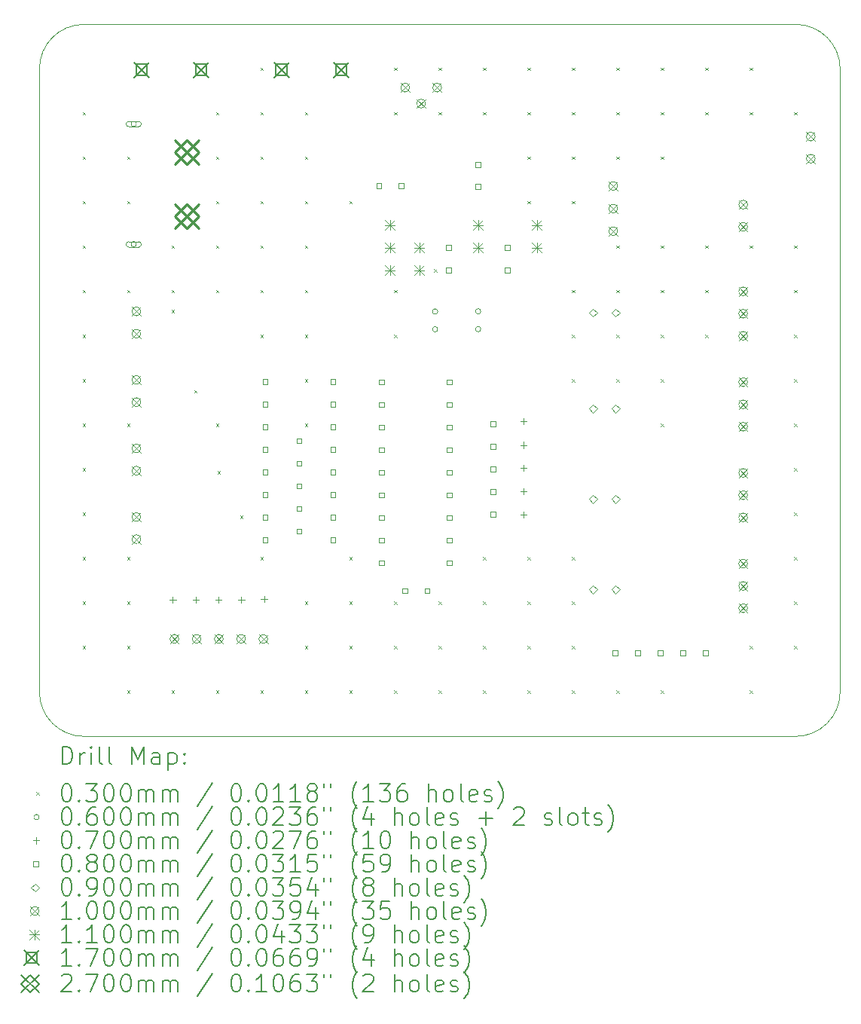
<source format=gbr>
%TF.GenerationSoftware,KiCad,Pcbnew,8.0.3*%
%TF.CreationDate,2024-11-10T15:02:50+09:00*%
%TF.ProjectId,PWM_isolation,50574d5f-6973-46f6-9c61-74696f6e2e6b,rev?*%
%TF.SameCoordinates,Original*%
%TF.FileFunction,Drillmap*%
%TF.FilePolarity,Positive*%
%FSLAX45Y45*%
G04 Gerber Fmt 4.5, Leading zero omitted, Abs format (unit mm)*
G04 Created by KiCad (PCBNEW 8.0.3) date 2024-11-10 15:02:50*
%MOMM*%
%LPD*%
G01*
G04 APERTURE LIST*
%ADD10C,0.050000*%
%ADD11C,0.200000*%
%ADD12C,0.100000*%
%ADD13C,0.110000*%
%ADD14C,0.170000*%
%ADD15C,0.270000*%
G04 APERTURE END LIST*
D10*
X18500000Y-5000000D02*
G75*
G02*
X19000000Y-5500000I0J-500000D01*
G01*
X10000000Y-5500000D02*
G75*
G02*
X10500000Y-5000000I500000J0D01*
G01*
X18500000Y-5000000D02*
X10500000Y-5000000D01*
X19000000Y-12500000D02*
G75*
G02*
X18500000Y-13000000I-500000J0D01*
G01*
X10000000Y-5500000D02*
X10000000Y-12500000D01*
X10500000Y-13000000D02*
G75*
G02*
X10000000Y-12500000I0J500000D01*
G01*
X19000000Y-12500000D02*
X19000000Y-5500000D01*
X10500000Y-13000000D02*
X18500000Y-13000000D01*
D11*
D12*
X10485000Y-5985000D02*
X10515000Y-6015000D01*
X10515000Y-5985000D02*
X10485000Y-6015000D01*
X10485000Y-6485000D02*
X10515000Y-6515000D01*
X10515000Y-6485000D02*
X10485000Y-6515000D01*
X10485000Y-6985000D02*
X10515000Y-7015000D01*
X10515000Y-6985000D02*
X10485000Y-7015000D01*
X10485000Y-7485000D02*
X10515000Y-7515000D01*
X10515000Y-7485000D02*
X10485000Y-7515000D01*
X10485000Y-7985000D02*
X10515000Y-8015000D01*
X10515000Y-7985000D02*
X10485000Y-8015000D01*
X10485000Y-8485000D02*
X10515000Y-8515000D01*
X10515000Y-8485000D02*
X10485000Y-8515000D01*
X10485000Y-8985000D02*
X10515000Y-9015000D01*
X10515000Y-8985000D02*
X10485000Y-9015000D01*
X10485000Y-9485000D02*
X10515000Y-9515000D01*
X10515000Y-9485000D02*
X10485000Y-9515000D01*
X10485000Y-9985000D02*
X10515000Y-10015000D01*
X10515000Y-9985000D02*
X10485000Y-10015000D01*
X10485000Y-10485000D02*
X10515000Y-10515000D01*
X10515000Y-10485000D02*
X10485000Y-10515000D01*
X10485000Y-10985000D02*
X10515000Y-11015000D01*
X10515000Y-10985000D02*
X10485000Y-11015000D01*
X10485000Y-11485000D02*
X10515000Y-11515000D01*
X10515000Y-11485000D02*
X10485000Y-11515000D01*
X10485000Y-11985000D02*
X10515000Y-12015000D01*
X10515000Y-11985000D02*
X10485000Y-12015000D01*
X10985000Y-6485000D02*
X11015000Y-6515000D01*
X11015000Y-6485000D02*
X10985000Y-6515000D01*
X10985000Y-6985000D02*
X11015000Y-7015000D01*
X11015000Y-6985000D02*
X10985000Y-7015000D01*
X10985000Y-7985000D02*
X11015000Y-8015000D01*
X11015000Y-7985000D02*
X10985000Y-8015000D01*
X10985000Y-9485000D02*
X11015000Y-9515000D01*
X11015000Y-9485000D02*
X10985000Y-9515000D01*
X10985000Y-10985000D02*
X11015000Y-11015000D01*
X11015000Y-10985000D02*
X10985000Y-11015000D01*
X10985000Y-11485000D02*
X11015000Y-11515000D01*
X11015000Y-11485000D02*
X10985000Y-11515000D01*
X10985000Y-11985000D02*
X11015000Y-12015000D01*
X11015000Y-11985000D02*
X10985000Y-12015000D01*
X10985000Y-12485000D02*
X11015000Y-12515000D01*
X11015000Y-12485000D02*
X10985000Y-12515000D01*
X11485000Y-7485000D02*
X11515000Y-7515000D01*
X11515000Y-7485000D02*
X11485000Y-7515000D01*
X11485000Y-7985000D02*
X11515000Y-8015000D01*
X11515000Y-7985000D02*
X11485000Y-8015000D01*
X11485000Y-8210000D02*
X11515000Y-8240000D01*
X11515000Y-8210000D02*
X11485000Y-8240000D01*
X11485000Y-12485000D02*
X11515000Y-12515000D01*
X11515000Y-12485000D02*
X11485000Y-12515000D01*
X11738500Y-9108500D02*
X11768500Y-9138500D01*
X11768500Y-9108500D02*
X11738500Y-9138500D01*
X11985000Y-5985000D02*
X12015000Y-6015000D01*
X12015000Y-5985000D02*
X11985000Y-6015000D01*
X11985000Y-6485000D02*
X12015000Y-6515000D01*
X12015000Y-6485000D02*
X11985000Y-6515000D01*
X11985000Y-6985000D02*
X12015000Y-7015000D01*
X12015000Y-6985000D02*
X11985000Y-7015000D01*
X11985000Y-7485000D02*
X12015000Y-7515000D01*
X12015000Y-7485000D02*
X11985000Y-7515000D01*
X11985000Y-7985000D02*
X12015000Y-8015000D01*
X12015000Y-7985000D02*
X11985000Y-8015000D01*
X11985000Y-9485000D02*
X12015000Y-9515000D01*
X12015000Y-9485000D02*
X11985000Y-9515000D01*
X11985000Y-12485000D02*
X12015000Y-12515000D01*
X12015000Y-12485000D02*
X11985000Y-12515000D01*
X12000000Y-10018000D02*
X12030000Y-10048000D01*
X12030000Y-10018000D02*
X12000000Y-10048000D01*
X12255000Y-10520000D02*
X12285000Y-10550000D01*
X12285000Y-10520000D02*
X12255000Y-10550000D01*
X12485000Y-5485000D02*
X12515000Y-5515000D01*
X12515000Y-5485000D02*
X12485000Y-5515000D01*
X12485000Y-5985000D02*
X12515000Y-6015000D01*
X12515000Y-5985000D02*
X12485000Y-6015000D01*
X12485000Y-6485000D02*
X12515000Y-6515000D01*
X12515000Y-6485000D02*
X12485000Y-6515000D01*
X12485000Y-6985000D02*
X12515000Y-7015000D01*
X12515000Y-6985000D02*
X12485000Y-7015000D01*
X12485000Y-7485000D02*
X12515000Y-7515000D01*
X12515000Y-7485000D02*
X12485000Y-7515000D01*
X12485000Y-7985000D02*
X12515000Y-8015000D01*
X12515000Y-7985000D02*
X12485000Y-8015000D01*
X12485000Y-8485000D02*
X12515000Y-8515000D01*
X12515000Y-8485000D02*
X12485000Y-8515000D01*
X12485000Y-10985000D02*
X12515000Y-11015000D01*
X12515000Y-10985000D02*
X12485000Y-11015000D01*
X12485000Y-12485000D02*
X12515000Y-12515000D01*
X12515000Y-12485000D02*
X12485000Y-12515000D01*
X12985000Y-5985000D02*
X13015000Y-6015000D01*
X13015000Y-5985000D02*
X12985000Y-6015000D01*
X12985000Y-6485000D02*
X13015000Y-6515000D01*
X13015000Y-6485000D02*
X12985000Y-6515000D01*
X12985000Y-6985000D02*
X13015000Y-7015000D01*
X13015000Y-6985000D02*
X12985000Y-7015000D01*
X12985000Y-7485000D02*
X13015000Y-7515000D01*
X13015000Y-7485000D02*
X12985000Y-7515000D01*
X12985000Y-7985000D02*
X13015000Y-8015000D01*
X13015000Y-7985000D02*
X12985000Y-8015000D01*
X12985000Y-8485000D02*
X13015000Y-8515000D01*
X13015000Y-8485000D02*
X12985000Y-8515000D01*
X12985000Y-8985000D02*
X13015000Y-9015000D01*
X13015000Y-8985000D02*
X12985000Y-9015000D01*
X12985000Y-9485000D02*
X13015000Y-9515000D01*
X13015000Y-9485000D02*
X12985000Y-9515000D01*
X12985000Y-11485000D02*
X13015000Y-11515000D01*
X13015000Y-11485000D02*
X12985000Y-11515000D01*
X12985000Y-11985000D02*
X13015000Y-12015000D01*
X13015000Y-11985000D02*
X12985000Y-12015000D01*
X12985000Y-12485000D02*
X13015000Y-12515000D01*
X13015000Y-12485000D02*
X12985000Y-12515000D01*
X13485000Y-6985000D02*
X13515000Y-7015000D01*
X13515000Y-6985000D02*
X13485000Y-7015000D01*
X13485000Y-10985000D02*
X13515000Y-11015000D01*
X13515000Y-10985000D02*
X13485000Y-11015000D01*
X13485000Y-11485000D02*
X13515000Y-11515000D01*
X13515000Y-11485000D02*
X13485000Y-11515000D01*
X13485000Y-11985000D02*
X13515000Y-12015000D01*
X13515000Y-11985000D02*
X13485000Y-12015000D01*
X13485000Y-12485000D02*
X13515000Y-12515000D01*
X13515000Y-12485000D02*
X13485000Y-12515000D01*
X13985000Y-5485000D02*
X14015000Y-5515000D01*
X14015000Y-5485000D02*
X13985000Y-5515000D01*
X13985000Y-5985000D02*
X14015000Y-6015000D01*
X14015000Y-5985000D02*
X13985000Y-6015000D01*
X13985000Y-7985000D02*
X14015000Y-8015000D01*
X14015000Y-7985000D02*
X13985000Y-8015000D01*
X13985000Y-8485000D02*
X14015000Y-8515000D01*
X14015000Y-8485000D02*
X13985000Y-8515000D01*
X13985000Y-11485000D02*
X14015000Y-11515000D01*
X14015000Y-11485000D02*
X13985000Y-11515000D01*
X13985000Y-11985000D02*
X14015000Y-12015000D01*
X14015000Y-11985000D02*
X13985000Y-12015000D01*
X13985000Y-12485000D02*
X14015000Y-12515000D01*
X14015000Y-12485000D02*
X13985000Y-12515000D01*
X14435000Y-7749000D02*
X14465000Y-7779000D01*
X14465000Y-7749000D02*
X14435000Y-7779000D01*
X14485000Y-5485000D02*
X14515000Y-5515000D01*
X14515000Y-5485000D02*
X14485000Y-5515000D01*
X14485000Y-5985000D02*
X14515000Y-6015000D01*
X14515000Y-5985000D02*
X14485000Y-6015000D01*
X14485000Y-11485000D02*
X14515000Y-11515000D01*
X14515000Y-11485000D02*
X14485000Y-11515000D01*
X14485000Y-11985000D02*
X14515000Y-12015000D01*
X14515000Y-11985000D02*
X14485000Y-12015000D01*
X14485000Y-12485000D02*
X14515000Y-12515000D01*
X14515000Y-12485000D02*
X14485000Y-12515000D01*
X14985000Y-5485000D02*
X15015000Y-5515000D01*
X15015000Y-5485000D02*
X14985000Y-5515000D01*
X14985000Y-5985000D02*
X15015000Y-6015000D01*
X15015000Y-5985000D02*
X14985000Y-6015000D01*
X14985000Y-10985000D02*
X15015000Y-11015000D01*
X15015000Y-10985000D02*
X14985000Y-11015000D01*
X14985000Y-11485000D02*
X15015000Y-11515000D01*
X15015000Y-11485000D02*
X14985000Y-11515000D01*
X14985000Y-11985000D02*
X15015000Y-12015000D01*
X15015000Y-11985000D02*
X14985000Y-12015000D01*
X14985000Y-12485000D02*
X15015000Y-12515000D01*
X15015000Y-12485000D02*
X14985000Y-12515000D01*
X15485000Y-5485000D02*
X15515000Y-5515000D01*
X15515000Y-5485000D02*
X15485000Y-5515000D01*
X15485000Y-5985000D02*
X15515000Y-6015000D01*
X15515000Y-5985000D02*
X15485000Y-6015000D01*
X15485000Y-6485000D02*
X15515000Y-6515000D01*
X15515000Y-6485000D02*
X15485000Y-6515000D01*
X15485000Y-6985000D02*
X15515000Y-7015000D01*
X15515000Y-6985000D02*
X15485000Y-7015000D01*
X15485000Y-10985000D02*
X15515000Y-11015000D01*
X15515000Y-10985000D02*
X15485000Y-11015000D01*
X15485000Y-11485000D02*
X15515000Y-11515000D01*
X15515000Y-11485000D02*
X15485000Y-11515000D01*
X15485000Y-11985000D02*
X15515000Y-12015000D01*
X15515000Y-11985000D02*
X15485000Y-12015000D01*
X15485000Y-12485000D02*
X15515000Y-12515000D01*
X15515000Y-12485000D02*
X15485000Y-12515000D01*
X15985000Y-5485000D02*
X16015000Y-5515000D01*
X16015000Y-5485000D02*
X15985000Y-5515000D01*
X15985000Y-5985000D02*
X16015000Y-6015000D01*
X16015000Y-5985000D02*
X15985000Y-6015000D01*
X15985000Y-6485000D02*
X16015000Y-6515000D01*
X16015000Y-6485000D02*
X15985000Y-6515000D01*
X15985000Y-6985000D02*
X16015000Y-7015000D01*
X16015000Y-6985000D02*
X15985000Y-7015000D01*
X15985000Y-7985000D02*
X16015000Y-8015000D01*
X16015000Y-7985000D02*
X15985000Y-8015000D01*
X15985000Y-8485000D02*
X16015000Y-8515000D01*
X16015000Y-8485000D02*
X15985000Y-8515000D01*
X15985000Y-8985000D02*
X16015000Y-9015000D01*
X16015000Y-8985000D02*
X15985000Y-9015000D01*
X15985000Y-10985000D02*
X16015000Y-11015000D01*
X16015000Y-10985000D02*
X15985000Y-11015000D01*
X15985000Y-11485000D02*
X16015000Y-11515000D01*
X16015000Y-11485000D02*
X15985000Y-11515000D01*
X15985000Y-11985000D02*
X16015000Y-12015000D01*
X16015000Y-11985000D02*
X15985000Y-12015000D01*
X15985000Y-12485000D02*
X16015000Y-12515000D01*
X16015000Y-12485000D02*
X15985000Y-12515000D01*
X16485000Y-5485000D02*
X16515000Y-5515000D01*
X16515000Y-5485000D02*
X16485000Y-5515000D01*
X16485000Y-5985000D02*
X16515000Y-6015000D01*
X16515000Y-5985000D02*
X16485000Y-6015000D01*
X16485000Y-6485000D02*
X16515000Y-6515000D01*
X16515000Y-6485000D02*
X16485000Y-6515000D01*
X16485000Y-7485000D02*
X16515000Y-7515000D01*
X16515000Y-7485000D02*
X16485000Y-7515000D01*
X16485000Y-7985000D02*
X16515000Y-8015000D01*
X16515000Y-7985000D02*
X16485000Y-8015000D01*
X16485000Y-8485000D02*
X16515000Y-8515000D01*
X16515000Y-8485000D02*
X16485000Y-8515000D01*
X16485000Y-8985000D02*
X16515000Y-9015000D01*
X16515000Y-8985000D02*
X16485000Y-9015000D01*
X16485000Y-12485000D02*
X16515000Y-12515000D01*
X16515000Y-12485000D02*
X16485000Y-12515000D01*
X16985000Y-5485000D02*
X17015000Y-5515000D01*
X17015000Y-5485000D02*
X16985000Y-5515000D01*
X16985000Y-5985000D02*
X17015000Y-6015000D01*
X17015000Y-5985000D02*
X16985000Y-6015000D01*
X16985000Y-6485000D02*
X17015000Y-6515000D01*
X17015000Y-6485000D02*
X16985000Y-6515000D01*
X16985000Y-7485000D02*
X17015000Y-7515000D01*
X17015000Y-7485000D02*
X16985000Y-7515000D01*
X16985000Y-7985000D02*
X17015000Y-8015000D01*
X17015000Y-7985000D02*
X16985000Y-8015000D01*
X16985000Y-8485000D02*
X17015000Y-8515000D01*
X17015000Y-8485000D02*
X16985000Y-8515000D01*
X16985000Y-8985000D02*
X17015000Y-9015000D01*
X17015000Y-8985000D02*
X16985000Y-9015000D01*
X16985000Y-9485000D02*
X17015000Y-9515000D01*
X17015000Y-9485000D02*
X16985000Y-9515000D01*
X16985000Y-12485000D02*
X17015000Y-12515000D01*
X17015000Y-12485000D02*
X16985000Y-12515000D01*
X17485000Y-5485000D02*
X17515000Y-5515000D01*
X17515000Y-5485000D02*
X17485000Y-5515000D01*
X17485000Y-5985000D02*
X17515000Y-6015000D01*
X17515000Y-5985000D02*
X17485000Y-6015000D01*
X17485000Y-7485000D02*
X17515000Y-7515000D01*
X17515000Y-7485000D02*
X17485000Y-7515000D01*
X17485000Y-7985000D02*
X17515000Y-8015000D01*
X17515000Y-7985000D02*
X17485000Y-8015000D01*
X17485000Y-8485000D02*
X17515000Y-8515000D01*
X17515000Y-8485000D02*
X17485000Y-8515000D01*
X17985000Y-5485000D02*
X18015000Y-5515000D01*
X18015000Y-5485000D02*
X17985000Y-5515000D01*
X17985000Y-5985000D02*
X18015000Y-6015000D01*
X18015000Y-5985000D02*
X17985000Y-6015000D01*
X17985000Y-7485000D02*
X18015000Y-7515000D01*
X18015000Y-7485000D02*
X17985000Y-7515000D01*
X17985000Y-11985000D02*
X18015000Y-12015000D01*
X18015000Y-11985000D02*
X17985000Y-12015000D01*
X17985000Y-12485000D02*
X18015000Y-12515000D01*
X18015000Y-12485000D02*
X17985000Y-12515000D01*
X18485000Y-5985000D02*
X18515000Y-6015000D01*
X18515000Y-5985000D02*
X18485000Y-6015000D01*
X18485000Y-7485000D02*
X18515000Y-7515000D01*
X18515000Y-7485000D02*
X18485000Y-7515000D01*
X18485000Y-7985000D02*
X18515000Y-8015000D01*
X18515000Y-7985000D02*
X18485000Y-8015000D01*
X18485000Y-8485000D02*
X18515000Y-8515000D01*
X18515000Y-8485000D02*
X18485000Y-8515000D01*
X18485000Y-8985000D02*
X18515000Y-9015000D01*
X18515000Y-8985000D02*
X18485000Y-9015000D01*
X18485000Y-9485000D02*
X18515000Y-9515000D01*
X18515000Y-9485000D02*
X18485000Y-9515000D01*
X18485000Y-9985000D02*
X18515000Y-10015000D01*
X18515000Y-9985000D02*
X18485000Y-10015000D01*
X18485000Y-10485000D02*
X18515000Y-10515000D01*
X18515000Y-10485000D02*
X18485000Y-10515000D01*
X18485000Y-10985000D02*
X18515000Y-11015000D01*
X18515000Y-10985000D02*
X18485000Y-11015000D01*
X18485000Y-11485000D02*
X18515000Y-11515000D01*
X18515000Y-11485000D02*
X18485000Y-11515000D01*
X18485000Y-11985000D02*
X18515000Y-12015000D01*
X18515000Y-11985000D02*
X18485000Y-12015000D01*
X11090000Y-6120000D02*
G75*
G02*
X11030000Y-6120000I-30000J0D01*
G01*
X11030000Y-6120000D02*
G75*
G02*
X11090000Y-6120000I30000J0D01*
G01*
X11005000Y-6150000D02*
X11115000Y-6150000D01*
X11115000Y-6090000D02*
G75*
G02*
X11115000Y-6150000I0J-30000D01*
G01*
X11115000Y-6090000D02*
X11005000Y-6090000D01*
X11005000Y-6090000D02*
G75*
G03*
X11005000Y-6150000I0J-30000D01*
G01*
X11090000Y-7470000D02*
G75*
G02*
X11030000Y-7470000I-30000J0D01*
G01*
X11030000Y-7470000D02*
G75*
G02*
X11090000Y-7470000I30000J0D01*
G01*
X11005000Y-7500000D02*
X11115000Y-7500000D01*
X11115000Y-7440000D02*
G75*
G02*
X11115000Y-7500000I0J-30000D01*
G01*
X11115000Y-7440000D02*
X11005000Y-7440000D01*
X11005000Y-7440000D02*
G75*
G03*
X11005000Y-7500000I0J-30000D01*
G01*
X14477600Y-8225540D02*
G75*
G02*
X14417600Y-8225540I-30000J0D01*
G01*
X14417600Y-8225540D02*
G75*
G02*
X14477600Y-8225540I30000J0D01*
G01*
X14477600Y-8425540D02*
G75*
G02*
X14417600Y-8425540I-30000J0D01*
G01*
X14417600Y-8425540D02*
G75*
G02*
X14477600Y-8425540I30000J0D01*
G01*
X14960200Y-8224400D02*
G75*
G02*
X14900200Y-8224400I-30000J0D01*
G01*
X14900200Y-8224400D02*
G75*
G02*
X14960200Y-8224400I30000J0D01*
G01*
X14960200Y-8424400D02*
G75*
G02*
X14900200Y-8424400I-30000J0D01*
G01*
X14900200Y-8424400D02*
G75*
G02*
X14960200Y-8424400I30000J0D01*
G01*
X11500000Y-11429700D02*
X11500000Y-11499700D01*
X11465000Y-11464700D02*
X11535000Y-11464700D01*
X11757300Y-11429700D02*
X11757300Y-11499700D01*
X11722300Y-11464700D02*
X11792300Y-11464700D01*
X12015000Y-11429700D02*
X12015000Y-11499700D01*
X11980000Y-11464700D02*
X12050000Y-11464700D01*
X12270000Y-11428400D02*
X12270000Y-11498400D01*
X12235000Y-11463400D02*
X12305000Y-11463400D01*
X12525000Y-11425000D02*
X12525000Y-11495000D01*
X12490000Y-11460000D02*
X12560000Y-11460000D01*
X15440200Y-9426000D02*
X15440200Y-9496000D01*
X15405200Y-9461000D02*
X15475200Y-9461000D01*
X15440200Y-9691000D02*
X15440200Y-9761000D01*
X15405200Y-9726000D02*
X15475200Y-9726000D01*
X15440200Y-9951000D02*
X15440200Y-10021000D01*
X15405200Y-9986000D02*
X15475200Y-9986000D01*
X15440200Y-10211000D02*
X15440200Y-10281000D01*
X15405200Y-10246000D02*
X15475200Y-10246000D01*
X15440200Y-10471000D02*
X15440200Y-10541000D01*
X15405200Y-10506000D02*
X15475200Y-10506000D01*
X12566284Y-9040785D02*
X12566284Y-8984216D01*
X12509715Y-8984216D01*
X12509715Y-9040785D01*
X12566284Y-9040785D01*
X12566284Y-9294785D02*
X12566284Y-9238216D01*
X12509715Y-9238216D01*
X12509715Y-9294785D01*
X12566284Y-9294785D01*
X12566284Y-9548785D02*
X12566284Y-9492216D01*
X12509715Y-9492216D01*
X12509715Y-9548785D01*
X12566284Y-9548785D01*
X12566284Y-9802785D02*
X12566284Y-9746216D01*
X12509715Y-9746216D01*
X12509715Y-9802785D01*
X12566284Y-9802785D01*
X12566284Y-10056785D02*
X12566284Y-10000216D01*
X12509715Y-10000216D01*
X12509715Y-10056785D01*
X12566284Y-10056785D01*
X12566284Y-10310785D02*
X12566284Y-10254216D01*
X12509715Y-10254216D01*
X12509715Y-10310785D01*
X12566284Y-10310785D01*
X12566284Y-10564785D02*
X12566284Y-10508216D01*
X12509715Y-10508216D01*
X12509715Y-10564785D01*
X12566284Y-10564785D01*
X12566284Y-10818785D02*
X12566284Y-10762216D01*
X12509715Y-10762216D01*
X12509715Y-10818785D01*
X12566284Y-10818785D01*
X12946284Y-9707785D02*
X12946284Y-9651216D01*
X12889715Y-9651216D01*
X12889715Y-9707785D01*
X12946284Y-9707785D01*
X12946284Y-9961785D02*
X12946284Y-9905216D01*
X12889715Y-9905216D01*
X12889715Y-9961785D01*
X12946284Y-9961785D01*
X12946284Y-10215785D02*
X12946284Y-10159216D01*
X12889715Y-10159216D01*
X12889715Y-10215785D01*
X12946284Y-10215785D01*
X12946284Y-10469785D02*
X12946284Y-10413216D01*
X12889715Y-10413216D01*
X12889715Y-10469785D01*
X12946284Y-10469785D01*
X12946284Y-10723785D02*
X12946284Y-10667216D01*
X12889715Y-10667216D01*
X12889715Y-10723785D01*
X12946284Y-10723785D01*
X13328284Y-9040785D02*
X13328284Y-8984216D01*
X13271715Y-8984216D01*
X13271715Y-9040785D01*
X13328284Y-9040785D01*
X13328284Y-9294785D02*
X13328284Y-9238216D01*
X13271715Y-9238216D01*
X13271715Y-9294785D01*
X13328284Y-9294785D01*
X13328284Y-9548785D02*
X13328284Y-9492216D01*
X13271715Y-9492216D01*
X13271715Y-9548785D01*
X13328284Y-9548785D01*
X13328284Y-9802785D02*
X13328284Y-9746216D01*
X13271715Y-9746216D01*
X13271715Y-9802785D01*
X13328284Y-9802785D01*
X13328284Y-10056785D02*
X13328284Y-10000216D01*
X13271715Y-10000216D01*
X13271715Y-10056785D01*
X13328284Y-10056785D01*
X13328284Y-10310785D02*
X13328284Y-10254216D01*
X13271715Y-10254216D01*
X13271715Y-10310785D01*
X13328284Y-10310785D01*
X13328284Y-10564785D02*
X13328284Y-10508216D01*
X13271715Y-10508216D01*
X13271715Y-10564785D01*
X13328284Y-10564785D01*
X13328284Y-10818785D02*
X13328284Y-10762216D01*
X13271715Y-10762216D01*
X13271715Y-10818785D01*
X13328284Y-10818785D01*
X13844884Y-6839784D02*
X13844884Y-6783215D01*
X13788315Y-6783215D01*
X13788315Y-6839784D01*
X13844884Y-6839784D01*
X13872284Y-9046285D02*
X13872284Y-8989716D01*
X13815715Y-8989716D01*
X13815715Y-9046285D01*
X13872284Y-9046285D01*
X13872284Y-9300285D02*
X13872284Y-9243716D01*
X13815715Y-9243716D01*
X13815715Y-9300285D01*
X13872284Y-9300285D01*
X13872284Y-9554285D02*
X13872284Y-9497716D01*
X13815715Y-9497716D01*
X13815715Y-9554285D01*
X13872284Y-9554285D01*
X13872284Y-9808285D02*
X13872284Y-9751716D01*
X13815715Y-9751716D01*
X13815715Y-9808285D01*
X13872284Y-9808285D01*
X13872284Y-10062285D02*
X13872284Y-10005716D01*
X13815715Y-10005716D01*
X13815715Y-10062285D01*
X13872284Y-10062285D01*
X13872284Y-10316285D02*
X13872284Y-10259716D01*
X13815715Y-10259716D01*
X13815715Y-10316285D01*
X13872284Y-10316285D01*
X13872284Y-10570285D02*
X13872284Y-10513716D01*
X13815715Y-10513716D01*
X13815715Y-10570285D01*
X13872284Y-10570285D01*
X13872284Y-10824285D02*
X13872284Y-10767716D01*
X13815715Y-10767716D01*
X13815715Y-10824285D01*
X13872284Y-10824285D01*
X13872284Y-11078285D02*
X13872284Y-11021716D01*
X13815715Y-11021716D01*
X13815715Y-11078285D01*
X13872284Y-11078285D01*
X14094884Y-6839784D02*
X14094884Y-6783215D01*
X14038315Y-6783215D01*
X14038315Y-6839784D01*
X14094884Y-6839784D01*
X14137284Y-11391284D02*
X14137284Y-11334715D01*
X14080715Y-11334715D01*
X14080715Y-11391284D01*
X14137284Y-11391284D01*
X14387284Y-11391284D02*
X14387284Y-11334715D01*
X14330715Y-11334715D01*
X14330715Y-11391284D01*
X14387284Y-11391284D01*
X14628284Y-7538284D02*
X14628284Y-7481715D01*
X14571715Y-7481715D01*
X14571715Y-7538284D01*
X14628284Y-7538284D01*
X14628284Y-7792284D02*
X14628284Y-7735715D01*
X14571715Y-7735715D01*
X14571715Y-7792284D01*
X14628284Y-7792284D01*
X14634284Y-9046285D02*
X14634284Y-8989716D01*
X14577715Y-8989716D01*
X14577715Y-9046285D01*
X14634284Y-9046285D01*
X14634284Y-9300285D02*
X14634284Y-9243716D01*
X14577715Y-9243716D01*
X14577715Y-9300285D01*
X14634284Y-9300285D01*
X14634284Y-9554285D02*
X14634284Y-9497716D01*
X14577715Y-9497716D01*
X14577715Y-9554285D01*
X14634284Y-9554285D01*
X14634284Y-9808285D02*
X14634284Y-9751716D01*
X14577715Y-9751716D01*
X14577715Y-9808285D01*
X14634284Y-9808285D01*
X14634284Y-10062285D02*
X14634284Y-10005716D01*
X14577715Y-10005716D01*
X14577715Y-10062285D01*
X14634284Y-10062285D01*
X14634284Y-10316285D02*
X14634284Y-10259716D01*
X14577715Y-10259716D01*
X14577715Y-10316285D01*
X14634284Y-10316285D01*
X14634284Y-10570285D02*
X14634284Y-10513716D01*
X14577715Y-10513716D01*
X14577715Y-10570285D01*
X14634284Y-10570285D01*
X14634284Y-10824285D02*
X14634284Y-10767716D01*
X14577715Y-10767716D01*
X14577715Y-10824285D01*
X14634284Y-10824285D01*
X14634284Y-11078285D02*
X14634284Y-11021716D01*
X14577715Y-11021716D01*
X14577715Y-11078285D01*
X14634284Y-11078285D01*
X14958484Y-6602484D02*
X14958484Y-6545915D01*
X14901915Y-6545915D01*
X14901915Y-6602484D01*
X14958484Y-6602484D01*
X14958484Y-6852484D02*
X14958484Y-6795915D01*
X14901915Y-6795915D01*
X14901915Y-6852484D01*
X14958484Y-6852484D01*
X15128284Y-9516285D02*
X15128284Y-9459716D01*
X15071715Y-9459716D01*
X15071715Y-9516285D01*
X15128284Y-9516285D01*
X15128284Y-9770285D02*
X15128284Y-9713716D01*
X15071715Y-9713716D01*
X15071715Y-9770285D01*
X15128284Y-9770285D01*
X15128284Y-10024285D02*
X15128284Y-9967716D01*
X15071715Y-9967716D01*
X15071715Y-10024285D01*
X15128284Y-10024285D01*
X15128284Y-10278285D02*
X15128284Y-10221716D01*
X15071715Y-10221716D01*
X15071715Y-10278285D01*
X15128284Y-10278285D01*
X15128284Y-10532285D02*
X15128284Y-10475716D01*
X15071715Y-10475716D01*
X15071715Y-10532285D01*
X15128284Y-10532285D01*
X15288684Y-7538284D02*
X15288684Y-7481715D01*
X15232115Y-7481715D01*
X15232115Y-7538284D01*
X15288684Y-7538284D01*
X15288684Y-7788284D02*
X15288684Y-7731715D01*
X15232115Y-7731715D01*
X15232115Y-7788284D01*
X15288684Y-7788284D01*
X16496284Y-12088284D02*
X16496284Y-12031715D01*
X16439715Y-12031715D01*
X16439715Y-12088284D01*
X16496284Y-12088284D01*
X16750284Y-12088284D02*
X16750284Y-12031715D01*
X16693715Y-12031715D01*
X16693715Y-12088284D01*
X16750284Y-12088284D01*
X17004285Y-12088284D02*
X17004285Y-12031715D01*
X16947716Y-12031715D01*
X16947716Y-12088284D01*
X17004285Y-12088284D01*
X17258285Y-12088284D02*
X17258285Y-12031715D01*
X17201716Y-12031715D01*
X17201716Y-12088284D01*
X17258285Y-12088284D01*
X17512285Y-12088284D02*
X17512285Y-12031715D01*
X17455716Y-12031715D01*
X17455716Y-12088284D01*
X17512285Y-12088284D01*
X16223500Y-8283500D02*
X16268500Y-8238500D01*
X16223500Y-8193500D01*
X16178500Y-8238500D01*
X16223500Y-8283500D01*
X16223500Y-9363000D02*
X16268500Y-9318000D01*
X16223500Y-9273000D01*
X16178500Y-9318000D01*
X16223500Y-9363000D01*
X16223500Y-10379000D02*
X16268500Y-10334000D01*
X16223500Y-10289000D01*
X16178500Y-10334000D01*
X16223500Y-10379000D01*
X16223500Y-11395000D02*
X16268500Y-11350000D01*
X16223500Y-11305000D01*
X16178500Y-11350000D01*
X16223500Y-11395000D01*
X16477500Y-8283500D02*
X16522500Y-8238500D01*
X16477500Y-8193500D01*
X16432500Y-8238500D01*
X16477500Y-8283500D01*
X16477500Y-9363000D02*
X16522500Y-9318000D01*
X16477500Y-9273000D01*
X16432500Y-9318000D01*
X16477500Y-9363000D01*
X16477500Y-10379000D02*
X16522500Y-10334000D01*
X16477500Y-10289000D01*
X16432500Y-10334000D01*
X16477500Y-10379000D01*
X16477500Y-11395000D02*
X16522500Y-11350000D01*
X16477500Y-11305000D01*
X16432500Y-11350000D01*
X16477500Y-11395000D01*
X11040000Y-8175000D02*
X11140000Y-8275000D01*
X11140000Y-8175000D02*
X11040000Y-8275000D01*
X11140000Y-8225000D02*
G75*
G02*
X11040000Y-8225000I-50000J0D01*
G01*
X11040000Y-8225000D02*
G75*
G02*
X11140000Y-8225000I50000J0D01*
G01*
X11040000Y-8425000D02*
X11140000Y-8525000D01*
X11140000Y-8425000D02*
X11040000Y-8525000D01*
X11140000Y-8475000D02*
G75*
G02*
X11040000Y-8475000I-50000J0D01*
G01*
X11040000Y-8475000D02*
G75*
G02*
X11140000Y-8475000I50000J0D01*
G01*
X11040000Y-8945000D02*
X11140000Y-9045000D01*
X11140000Y-8945000D02*
X11040000Y-9045000D01*
X11140000Y-8995000D02*
G75*
G02*
X11040000Y-8995000I-50000J0D01*
G01*
X11040000Y-8995000D02*
G75*
G02*
X11140000Y-8995000I50000J0D01*
G01*
X11040000Y-9195000D02*
X11140000Y-9295000D01*
X11140000Y-9195000D02*
X11040000Y-9295000D01*
X11140000Y-9245000D02*
G75*
G02*
X11040000Y-9245000I-50000J0D01*
G01*
X11040000Y-9245000D02*
G75*
G02*
X11140000Y-9245000I50000J0D01*
G01*
X11040000Y-9715000D02*
X11140000Y-9815000D01*
X11140000Y-9715000D02*
X11040000Y-9815000D01*
X11140000Y-9765000D02*
G75*
G02*
X11040000Y-9765000I-50000J0D01*
G01*
X11040000Y-9765000D02*
G75*
G02*
X11140000Y-9765000I50000J0D01*
G01*
X11040000Y-9965000D02*
X11140000Y-10065000D01*
X11140000Y-9965000D02*
X11040000Y-10065000D01*
X11140000Y-10015000D02*
G75*
G02*
X11040000Y-10015000I-50000J0D01*
G01*
X11040000Y-10015000D02*
G75*
G02*
X11140000Y-10015000I50000J0D01*
G01*
X11040000Y-10485000D02*
X11140000Y-10585000D01*
X11140000Y-10485000D02*
X11040000Y-10585000D01*
X11140000Y-10535000D02*
G75*
G02*
X11040000Y-10535000I-50000J0D01*
G01*
X11040000Y-10535000D02*
G75*
G02*
X11140000Y-10535000I50000J0D01*
G01*
X11040000Y-10735000D02*
X11140000Y-10835000D01*
X11140000Y-10735000D02*
X11040000Y-10835000D01*
X11140000Y-10785000D02*
G75*
G02*
X11040000Y-10785000I-50000J0D01*
G01*
X11040000Y-10785000D02*
G75*
G02*
X11140000Y-10785000I50000J0D01*
G01*
X11467300Y-11854700D02*
X11567300Y-11954700D01*
X11567300Y-11854700D02*
X11467300Y-11954700D01*
X11567300Y-11904700D02*
G75*
G02*
X11467300Y-11904700I-50000J0D01*
G01*
X11467300Y-11904700D02*
G75*
G02*
X11567300Y-11904700I50000J0D01*
G01*
X11717300Y-11854700D02*
X11817300Y-11954700D01*
X11817300Y-11854700D02*
X11717300Y-11954700D01*
X11817300Y-11904700D02*
G75*
G02*
X11717300Y-11904700I-50000J0D01*
G01*
X11717300Y-11904700D02*
G75*
G02*
X11817300Y-11904700I50000J0D01*
G01*
X11967300Y-11854700D02*
X12067300Y-11954700D01*
X12067300Y-11854700D02*
X11967300Y-11954700D01*
X12067300Y-11904700D02*
G75*
G02*
X11967300Y-11904700I-50000J0D01*
G01*
X11967300Y-11904700D02*
G75*
G02*
X12067300Y-11904700I50000J0D01*
G01*
X12217300Y-11854700D02*
X12317300Y-11954700D01*
X12317300Y-11854700D02*
X12217300Y-11954700D01*
X12317300Y-11904700D02*
G75*
G02*
X12217300Y-11904700I-50000J0D01*
G01*
X12217300Y-11904700D02*
G75*
G02*
X12317300Y-11904700I50000J0D01*
G01*
X12467300Y-11854700D02*
X12567300Y-11954700D01*
X12567300Y-11854700D02*
X12467300Y-11954700D01*
X12567300Y-11904700D02*
G75*
G02*
X12467300Y-11904700I-50000J0D01*
G01*
X12467300Y-11904700D02*
G75*
G02*
X12567300Y-11904700I50000J0D01*
G01*
X14060790Y-5660000D02*
X14160790Y-5760000D01*
X14160790Y-5660000D02*
X14060790Y-5760000D01*
X14160790Y-5710000D02*
G75*
G02*
X14060790Y-5710000I-50000J0D01*
G01*
X14060790Y-5710000D02*
G75*
G02*
X14160790Y-5710000I50000J0D01*
G01*
X14240395Y-5839605D02*
X14340395Y-5939605D01*
X14340395Y-5839605D02*
X14240395Y-5939605D01*
X14340395Y-5889605D02*
G75*
G02*
X14240395Y-5889605I-50000J0D01*
G01*
X14240395Y-5889605D02*
G75*
G02*
X14340395Y-5889605I50000J0D01*
G01*
X14420000Y-5660000D02*
X14520000Y-5760000D01*
X14520000Y-5660000D02*
X14420000Y-5760000D01*
X14520000Y-5710000D02*
G75*
G02*
X14420000Y-5710000I-50000J0D01*
G01*
X14420000Y-5710000D02*
G75*
G02*
X14520000Y-5710000I50000J0D01*
G01*
X16400000Y-6766000D02*
X16500000Y-6866000D01*
X16500000Y-6766000D02*
X16400000Y-6866000D01*
X16500000Y-6816000D02*
G75*
G02*
X16400000Y-6816000I-50000J0D01*
G01*
X16400000Y-6816000D02*
G75*
G02*
X16500000Y-6816000I50000J0D01*
G01*
X16400000Y-7020000D02*
X16500000Y-7120000D01*
X16500000Y-7020000D02*
X16400000Y-7120000D01*
X16500000Y-7070000D02*
G75*
G02*
X16400000Y-7070000I-50000J0D01*
G01*
X16400000Y-7070000D02*
G75*
G02*
X16500000Y-7070000I50000J0D01*
G01*
X16400000Y-7274000D02*
X16500000Y-7374000D01*
X16500000Y-7274000D02*
X16400000Y-7374000D01*
X16500000Y-7324000D02*
G75*
G02*
X16400000Y-7324000I-50000J0D01*
G01*
X16400000Y-7324000D02*
G75*
G02*
X16500000Y-7324000I50000J0D01*
G01*
X17860000Y-6975000D02*
X17960000Y-7075000D01*
X17960000Y-6975000D02*
X17860000Y-7075000D01*
X17960000Y-7025000D02*
G75*
G02*
X17860000Y-7025000I-50000J0D01*
G01*
X17860000Y-7025000D02*
G75*
G02*
X17960000Y-7025000I50000J0D01*
G01*
X17860000Y-7225000D02*
X17960000Y-7325000D01*
X17960000Y-7225000D02*
X17860000Y-7325000D01*
X17960000Y-7275000D02*
G75*
G02*
X17860000Y-7275000I-50000J0D01*
G01*
X17860000Y-7275000D02*
G75*
G02*
X17960000Y-7275000I50000J0D01*
G01*
X17860000Y-7950000D02*
X17960000Y-8050000D01*
X17960000Y-7950000D02*
X17860000Y-8050000D01*
X17960000Y-8000000D02*
G75*
G02*
X17860000Y-8000000I-50000J0D01*
G01*
X17860000Y-8000000D02*
G75*
G02*
X17960000Y-8000000I50000J0D01*
G01*
X17860000Y-8200000D02*
X17960000Y-8300000D01*
X17960000Y-8200000D02*
X17860000Y-8300000D01*
X17960000Y-8250000D02*
G75*
G02*
X17860000Y-8250000I-50000J0D01*
G01*
X17860000Y-8250000D02*
G75*
G02*
X17960000Y-8250000I50000J0D01*
G01*
X17860000Y-8450000D02*
X17960000Y-8550000D01*
X17960000Y-8450000D02*
X17860000Y-8550000D01*
X17960000Y-8500000D02*
G75*
G02*
X17860000Y-8500000I-50000J0D01*
G01*
X17860000Y-8500000D02*
G75*
G02*
X17960000Y-8500000I50000J0D01*
G01*
X17860000Y-8970000D02*
X17960000Y-9070000D01*
X17960000Y-8970000D02*
X17860000Y-9070000D01*
X17960000Y-9020000D02*
G75*
G02*
X17860000Y-9020000I-50000J0D01*
G01*
X17860000Y-9020000D02*
G75*
G02*
X17960000Y-9020000I50000J0D01*
G01*
X17860000Y-9220000D02*
X17960000Y-9320000D01*
X17960000Y-9220000D02*
X17860000Y-9320000D01*
X17960000Y-9270000D02*
G75*
G02*
X17860000Y-9270000I-50000J0D01*
G01*
X17860000Y-9270000D02*
G75*
G02*
X17960000Y-9270000I50000J0D01*
G01*
X17860000Y-9470000D02*
X17960000Y-9570000D01*
X17960000Y-9470000D02*
X17860000Y-9570000D01*
X17960000Y-9520000D02*
G75*
G02*
X17860000Y-9520000I-50000J0D01*
G01*
X17860000Y-9520000D02*
G75*
G02*
X17960000Y-9520000I50000J0D01*
G01*
X17860000Y-9990000D02*
X17960000Y-10090000D01*
X17960000Y-9990000D02*
X17860000Y-10090000D01*
X17960000Y-10040000D02*
G75*
G02*
X17860000Y-10040000I-50000J0D01*
G01*
X17860000Y-10040000D02*
G75*
G02*
X17960000Y-10040000I50000J0D01*
G01*
X17860000Y-10240000D02*
X17960000Y-10340000D01*
X17960000Y-10240000D02*
X17860000Y-10340000D01*
X17960000Y-10290000D02*
G75*
G02*
X17860000Y-10290000I-50000J0D01*
G01*
X17860000Y-10290000D02*
G75*
G02*
X17960000Y-10290000I50000J0D01*
G01*
X17860000Y-10490000D02*
X17960000Y-10590000D01*
X17960000Y-10490000D02*
X17860000Y-10590000D01*
X17960000Y-10540000D02*
G75*
G02*
X17860000Y-10540000I-50000J0D01*
G01*
X17860000Y-10540000D02*
G75*
G02*
X17960000Y-10540000I50000J0D01*
G01*
X17860000Y-11010000D02*
X17960000Y-11110000D01*
X17960000Y-11010000D02*
X17860000Y-11110000D01*
X17960000Y-11060000D02*
G75*
G02*
X17860000Y-11060000I-50000J0D01*
G01*
X17860000Y-11060000D02*
G75*
G02*
X17960000Y-11060000I50000J0D01*
G01*
X17860000Y-11260000D02*
X17960000Y-11360000D01*
X17960000Y-11260000D02*
X17860000Y-11360000D01*
X17960000Y-11310000D02*
G75*
G02*
X17860000Y-11310000I-50000J0D01*
G01*
X17860000Y-11310000D02*
G75*
G02*
X17960000Y-11310000I50000J0D01*
G01*
X17860000Y-11510000D02*
X17960000Y-11610000D01*
X17960000Y-11510000D02*
X17860000Y-11610000D01*
X17960000Y-11560000D02*
G75*
G02*
X17860000Y-11560000I-50000J0D01*
G01*
X17860000Y-11560000D02*
G75*
G02*
X17960000Y-11560000I50000J0D01*
G01*
X18620000Y-6210000D02*
X18720000Y-6310000D01*
X18720000Y-6210000D02*
X18620000Y-6310000D01*
X18720000Y-6260000D02*
G75*
G02*
X18620000Y-6260000I-50000J0D01*
G01*
X18620000Y-6260000D02*
G75*
G02*
X18720000Y-6260000I50000J0D01*
G01*
X18620000Y-6460000D02*
X18720000Y-6560000D01*
X18720000Y-6460000D02*
X18620000Y-6560000D01*
X18720000Y-6510000D02*
G75*
G02*
X18620000Y-6510000I-50000J0D01*
G01*
X18620000Y-6510000D02*
G75*
G02*
X18720000Y-6510000I50000J0D01*
G01*
D13*
X13884600Y-7201000D02*
X13994600Y-7311000D01*
X13994600Y-7201000D02*
X13884600Y-7311000D01*
X13939600Y-7201000D02*
X13939600Y-7311000D01*
X13884600Y-7256000D02*
X13994600Y-7256000D01*
X13884600Y-7455000D02*
X13994600Y-7565000D01*
X13994600Y-7455000D02*
X13884600Y-7565000D01*
X13939600Y-7455000D02*
X13939600Y-7565000D01*
X13884600Y-7510000D02*
X13994600Y-7510000D01*
X13884600Y-7709000D02*
X13994600Y-7819000D01*
X13994600Y-7709000D02*
X13884600Y-7819000D01*
X13939600Y-7709000D02*
X13939600Y-7819000D01*
X13884600Y-7764000D02*
X13994600Y-7764000D01*
X14215000Y-7455000D02*
X14325000Y-7565000D01*
X14325000Y-7455000D02*
X14215000Y-7565000D01*
X14270000Y-7455000D02*
X14270000Y-7565000D01*
X14215000Y-7510000D02*
X14325000Y-7510000D01*
X14215000Y-7709000D02*
X14325000Y-7819000D01*
X14325000Y-7709000D02*
X14215000Y-7819000D01*
X14270000Y-7709000D02*
X14270000Y-7819000D01*
X14215000Y-7764000D02*
X14325000Y-7764000D01*
X14875200Y-7201000D02*
X14985200Y-7311000D01*
X14985200Y-7201000D02*
X14875200Y-7311000D01*
X14930200Y-7201000D02*
X14930200Y-7311000D01*
X14875200Y-7256000D02*
X14985200Y-7256000D01*
X14875200Y-7455000D02*
X14985200Y-7565000D01*
X14985200Y-7455000D02*
X14875200Y-7565000D01*
X14930200Y-7455000D02*
X14930200Y-7565000D01*
X14875200Y-7510000D02*
X14985200Y-7510000D01*
X15535000Y-7201000D02*
X15645000Y-7311000D01*
X15645000Y-7201000D02*
X15535000Y-7311000D01*
X15590000Y-7201000D02*
X15590000Y-7311000D01*
X15535000Y-7256000D02*
X15645000Y-7256000D01*
X15535000Y-7455000D02*
X15645000Y-7565000D01*
X15645000Y-7455000D02*
X15535000Y-7565000D01*
X15590000Y-7455000D02*
X15590000Y-7565000D01*
X15535000Y-7510000D02*
X15645000Y-7510000D01*
D14*
X11065000Y-5425000D02*
X11235000Y-5595000D01*
X11235000Y-5425000D02*
X11065000Y-5595000D01*
X11210105Y-5570105D02*
X11210105Y-5449895D01*
X11089895Y-5449895D01*
X11089895Y-5570105D01*
X11210105Y-5570105D01*
X11735000Y-5425000D02*
X11905000Y-5595000D01*
X11905000Y-5425000D02*
X11735000Y-5595000D01*
X11880105Y-5570105D02*
X11880105Y-5449895D01*
X11759895Y-5449895D01*
X11759895Y-5570105D01*
X11880105Y-5570105D01*
X12635000Y-5425000D02*
X12805000Y-5595000D01*
X12805000Y-5425000D02*
X12635000Y-5595000D01*
X12780105Y-5570105D02*
X12780105Y-5449895D01*
X12659895Y-5449895D01*
X12659895Y-5570105D01*
X12780105Y-5570105D01*
X13305000Y-5425000D02*
X13475000Y-5595000D01*
X13475000Y-5425000D02*
X13305000Y-5595000D01*
X13450105Y-5570105D02*
X13450105Y-5449895D01*
X13329895Y-5449895D01*
X13329895Y-5570105D01*
X13450105Y-5570105D01*
D15*
X11525000Y-6300000D02*
X11795000Y-6570000D01*
X11795000Y-6300000D02*
X11525000Y-6570000D01*
X11660000Y-6570000D02*
X11795000Y-6435000D01*
X11660000Y-6300000D01*
X11525000Y-6435000D01*
X11660000Y-6570000D01*
X11525000Y-7020000D02*
X11795000Y-7290000D01*
X11795000Y-7020000D02*
X11525000Y-7290000D01*
X11660000Y-7290000D02*
X11795000Y-7155000D01*
X11660000Y-7020000D01*
X11525000Y-7155000D01*
X11660000Y-7290000D01*
D11*
X10258277Y-13313984D02*
X10258277Y-13113984D01*
X10258277Y-13113984D02*
X10305896Y-13113984D01*
X10305896Y-13113984D02*
X10334467Y-13123508D01*
X10334467Y-13123508D02*
X10353515Y-13142555D01*
X10353515Y-13142555D02*
X10363039Y-13161603D01*
X10363039Y-13161603D02*
X10372563Y-13199698D01*
X10372563Y-13199698D02*
X10372563Y-13228269D01*
X10372563Y-13228269D02*
X10363039Y-13266365D01*
X10363039Y-13266365D02*
X10353515Y-13285412D01*
X10353515Y-13285412D02*
X10334467Y-13304460D01*
X10334467Y-13304460D02*
X10305896Y-13313984D01*
X10305896Y-13313984D02*
X10258277Y-13313984D01*
X10458277Y-13313984D02*
X10458277Y-13180650D01*
X10458277Y-13218746D02*
X10467801Y-13199698D01*
X10467801Y-13199698D02*
X10477324Y-13190174D01*
X10477324Y-13190174D02*
X10496372Y-13180650D01*
X10496372Y-13180650D02*
X10515420Y-13180650D01*
X10582086Y-13313984D02*
X10582086Y-13180650D01*
X10582086Y-13113984D02*
X10572563Y-13123508D01*
X10572563Y-13123508D02*
X10582086Y-13133031D01*
X10582086Y-13133031D02*
X10591610Y-13123508D01*
X10591610Y-13123508D02*
X10582086Y-13113984D01*
X10582086Y-13113984D02*
X10582086Y-13133031D01*
X10705896Y-13313984D02*
X10686848Y-13304460D01*
X10686848Y-13304460D02*
X10677324Y-13285412D01*
X10677324Y-13285412D02*
X10677324Y-13113984D01*
X10810658Y-13313984D02*
X10791610Y-13304460D01*
X10791610Y-13304460D02*
X10782086Y-13285412D01*
X10782086Y-13285412D02*
X10782086Y-13113984D01*
X11039229Y-13313984D02*
X11039229Y-13113984D01*
X11039229Y-13113984D02*
X11105896Y-13256841D01*
X11105896Y-13256841D02*
X11172563Y-13113984D01*
X11172563Y-13113984D02*
X11172563Y-13313984D01*
X11353515Y-13313984D02*
X11353515Y-13209222D01*
X11353515Y-13209222D02*
X11343991Y-13190174D01*
X11343991Y-13190174D02*
X11324943Y-13180650D01*
X11324943Y-13180650D02*
X11286848Y-13180650D01*
X11286848Y-13180650D02*
X11267801Y-13190174D01*
X11353515Y-13304460D02*
X11334467Y-13313984D01*
X11334467Y-13313984D02*
X11286848Y-13313984D01*
X11286848Y-13313984D02*
X11267801Y-13304460D01*
X11267801Y-13304460D02*
X11258277Y-13285412D01*
X11258277Y-13285412D02*
X11258277Y-13266365D01*
X11258277Y-13266365D02*
X11267801Y-13247317D01*
X11267801Y-13247317D02*
X11286848Y-13237793D01*
X11286848Y-13237793D02*
X11334467Y-13237793D01*
X11334467Y-13237793D02*
X11353515Y-13228269D01*
X11448753Y-13180650D02*
X11448753Y-13380650D01*
X11448753Y-13190174D02*
X11467801Y-13180650D01*
X11467801Y-13180650D02*
X11505896Y-13180650D01*
X11505896Y-13180650D02*
X11524943Y-13190174D01*
X11524943Y-13190174D02*
X11534467Y-13199698D01*
X11534467Y-13199698D02*
X11543991Y-13218746D01*
X11543991Y-13218746D02*
X11543991Y-13275888D01*
X11543991Y-13275888D02*
X11534467Y-13294936D01*
X11534467Y-13294936D02*
X11524943Y-13304460D01*
X11524943Y-13304460D02*
X11505896Y-13313984D01*
X11505896Y-13313984D02*
X11467801Y-13313984D01*
X11467801Y-13313984D02*
X11448753Y-13304460D01*
X11629705Y-13294936D02*
X11639229Y-13304460D01*
X11639229Y-13304460D02*
X11629705Y-13313984D01*
X11629705Y-13313984D02*
X11620182Y-13304460D01*
X11620182Y-13304460D02*
X11629705Y-13294936D01*
X11629705Y-13294936D02*
X11629705Y-13313984D01*
X11629705Y-13190174D02*
X11639229Y-13199698D01*
X11639229Y-13199698D02*
X11629705Y-13209222D01*
X11629705Y-13209222D02*
X11620182Y-13199698D01*
X11620182Y-13199698D02*
X11629705Y-13190174D01*
X11629705Y-13190174D02*
X11629705Y-13209222D01*
D12*
X9967500Y-13627500D02*
X9997500Y-13657500D01*
X9997500Y-13627500D02*
X9967500Y-13657500D01*
D11*
X10296372Y-13533984D02*
X10315420Y-13533984D01*
X10315420Y-13533984D02*
X10334467Y-13543508D01*
X10334467Y-13543508D02*
X10343991Y-13553031D01*
X10343991Y-13553031D02*
X10353515Y-13572079D01*
X10353515Y-13572079D02*
X10363039Y-13610174D01*
X10363039Y-13610174D02*
X10363039Y-13657793D01*
X10363039Y-13657793D02*
X10353515Y-13695888D01*
X10353515Y-13695888D02*
X10343991Y-13714936D01*
X10343991Y-13714936D02*
X10334467Y-13724460D01*
X10334467Y-13724460D02*
X10315420Y-13733984D01*
X10315420Y-13733984D02*
X10296372Y-13733984D01*
X10296372Y-13733984D02*
X10277324Y-13724460D01*
X10277324Y-13724460D02*
X10267801Y-13714936D01*
X10267801Y-13714936D02*
X10258277Y-13695888D01*
X10258277Y-13695888D02*
X10248753Y-13657793D01*
X10248753Y-13657793D02*
X10248753Y-13610174D01*
X10248753Y-13610174D02*
X10258277Y-13572079D01*
X10258277Y-13572079D02*
X10267801Y-13553031D01*
X10267801Y-13553031D02*
X10277324Y-13543508D01*
X10277324Y-13543508D02*
X10296372Y-13533984D01*
X10448753Y-13714936D02*
X10458277Y-13724460D01*
X10458277Y-13724460D02*
X10448753Y-13733984D01*
X10448753Y-13733984D02*
X10439229Y-13724460D01*
X10439229Y-13724460D02*
X10448753Y-13714936D01*
X10448753Y-13714936D02*
X10448753Y-13733984D01*
X10524944Y-13533984D02*
X10648753Y-13533984D01*
X10648753Y-13533984D02*
X10582086Y-13610174D01*
X10582086Y-13610174D02*
X10610658Y-13610174D01*
X10610658Y-13610174D02*
X10629705Y-13619698D01*
X10629705Y-13619698D02*
X10639229Y-13629222D01*
X10639229Y-13629222D02*
X10648753Y-13648269D01*
X10648753Y-13648269D02*
X10648753Y-13695888D01*
X10648753Y-13695888D02*
X10639229Y-13714936D01*
X10639229Y-13714936D02*
X10629705Y-13724460D01*
X10629705Y-13724460D02*
X10610658Y-13733984D01*
X10610658Y-13733984D02*
X10553515Y-13733984D01*
X10553515Y-13733984D02*
X10534467Y-13724460D01*
X10534467Y-13724460D02*
X10524944Y-13714936D01*
X10772563Y-13533984D02*
X10791610Y-13533984D01*
X10791610Y-13533984D02*
X10810658Y-13543508D01*
X10810658Y-13543508D02*
X10820182Y-13553031D01*
X10820182Y-13553031D02*
X10829705Y-13572079D01*
X10829705Y-13572079D02*
X10839229Y-13610174D01*
X10839229Y-13610174D02*
X10839229Y-13657793D01*
X10839229Y-13657793D02*
X10829705Y-13695888D01*
X10829705Y-13695888D02*
X10820182Y-13714936D01*
X10820182Y-13714936D02*
X10810658Y-13724460D01*
X10810658Y-13724460D02*
X10791610Y-13733984D01*
X10791610Y-13733984D02*
X10772563Y-13733984D01*
X10772563Y-13733984D02*
X10753515Y-13724460D01*
X10753515Y-13724460D02*
X10743991Y-13714936D01*
X10743991Y-13714936D02*
X10734467Y-13695888D01*
X10734467Y-13695888D02*
X10724944Y-13657793D01*
X10724944Y-13657793D02*
X10724944Y-13610174D01*
X10724944Y-13610174D02*
X10734467Y-13572079D01*
X10734467Y-13572079D02*
X10743991Y-13553031D01*
X10743991Y-13553031D02*
X10753515Y-13543508D01*
X10753515Y-13543508D02*
X10772563Y-13533984D01*
X10963039Y-13533984D02*
X10982086Y-13533984D01*
X10982086Y-13533984D02*
X11001134Y-13543508D01*
X11001134Y-13543508D02*
X11010658Y-13553031D01*
X11010658Y-13553031D02*
X11020182Y-13572079D01*
X11020182Y-13572079D02*
X11029705Y-13610174D01*
X11029705Y-13610174D02*
X11029705Y-13657793D01*
X11029705Y-13657793D02*
X11020182Y-13695888D01*
X11020182Y-13695888D02*
X11010658Y-13714936D01*
X11010658Y-13714936D02*
X11001134Y-13724460D01*
X11001134Y-13724460D02*
X10982086Y-13733984D01*
X10982086Y-13733984D02*
X10963039Y-13733984D01*
X10963039Y-13733984D02*
X10943991Y-13724460D01*
X10943991Y-13724460D02*
X10934467Y-13714936D01*
X10934467Y-13714936D02*
X10924944Y-13695888D01*
X10924944Y-13695888D02*
X10915420Y-13657793D01*
X10915420Y-13657793D02*
X10915420Y-13610174D01*
X10915420Y-13610174D02*
X10924944Y-13572079D01*
X10924944Y-13572079D02*
X10934467Y-13553031D01*
X10934467Y-13553031D02*
X10943991Y-13543508D01*
X10943991Y-13543508D02*
X10963039Y-13533984D01*
X11115420Y-13733984D02*
X11115420Y-13600650D01*
X11115420Y-13619698D02*
X11124944Y-13610174D01*
X11124944Y-13610174D02*
X11143991Y-13600650D01*
X11143991Y-13600650D02*
X11172563Y-13600650D01*
X11172563Y-13600650D02*
X11191610Y-13610174D01*
X11191610Y-13610174D02*
X11201134Y-13629222D01*
X11201134Y-13629222D02*
X11201134Y-13733984D01*
X11201134Y-13629222D02*
X11210658Y-13610174D01*
X11210658Y-13610174D02*
X11229705Y-13600650D01*
X11229705Y-13600650D02*
X11258277Y-13600650D01*
X11258277Y-13600650D02*
X11277324Y-13610174D01*
X11277324Y-13610174D02*
X11286848Y-13629222D01*
X11286848Y-13629222D02*
X11286848Y-13733984D01*
X11382086Y-13733984D02*
X11382086Y-13600650D01*
X11382086Y-13619698D02*
X11391610Y-13610174D01*
X11391610Y-13610174D02*
X11410658Y-13600650D01*
X11410658Y-13600650D02*
X11439229Y-13600650D01*
X11439229Y-13600650D02*
X11458277Y-13610174D01*
X11458277Y-13610174D02*
X11467801Y-13629222D01*
X11467801Y-13629222D02*
X11467801Y-13733984D01*
X11467801Y-13629222D02*
X11477324Y-13610174D01*
X11477324Y-13610174D02*
X11496372Y-13600650D01*
X11496372Y-13600650D02*
X11524943Y-13600650D01*
X11524943Y-13600650D02*
X11543991Y-13610174D01*
X11543991Y-13610174D02*
X11553515Y-13629222D01*
X11553515Y-13629222D02*
X11553515Y-13733984D01*
X11943991Y-13524460D02*
X11772563Y-13781603D01*
X12201134Y-13533984D02*
X12220182Y-13533984D01*
X12220182Y-13533984D02*
X12239229Y-13543508D01*
X12239229Y-13543508D02*
X12248753Y-13553031D01*
X12248753Y-13553031D02*
X12258277Y-13572079D01*
X12258277Y-13572079D02*
X12267801Y-13610174D01*
X12267801Y-13610174D02*
X12267801Y-13657793D01*
X12267801Y-13657793D02*
X12258277Y-13695888D01*
X12258277Y-13695888D02*
X12248753Y-13714936D01*
X12248753Y-13714936D02*
X12239229Y-13724460D01*
X12239229Y-13724460D02*
X12220182Y-13733984D01*
X12220182Y-13733984D02*
X12201134Y-13733984D01*
X12201134Y-13733984D02*
X12182086Y-13724460D01*
X12182086Y-13724460D02*
X12172563Y-13714936D01*
X12172563Y-13714936D02*
X12163039Y-13695888D01*
X12163039Y-13695888D02*
X12153515Y-13657793D01*
X12153515Y-13657793D02*
X12153515Y-13610174D01*
X12153515Y-13610174D02*
X12163039Y-13572079D01*
X12163039Y-13572079D02*
X12172563Y-13553031D01*
X12172563Y-13553031D02*
X12182086Y-13543508D01*
X12182086Y-13543508D02*
X12201134Y-13533984D01*
X12353515Y-13714936D02*
X12363039Y-13724460D01*
X12363039Y-13724460D02*
X12353515Y-13733984D01*
X12353515Y-13733984D02*
X12343991Y-13724460D01*
X12343991Y-13724460D02*
X12353515Y-13714936D01*
X12353515Y-13714936D02*
X12353515Y-13733984D01*
X12486848Y-13533984D02*
X12505896Y-13533984D01*
X12505896Y-13533984D02*
X12524944Y-13543508D01*
X12524944Y-13543508D02*
X12534467Y-13553031D01*
X12534467Y-13553031D02*
X12543991Y-13572079D01*
X12543991Y-13572079D02*
X12553515Y-13610174D01*
X12553515Y-13610174D02*
X12553515Y-13657793D01*
X12553515Y-13657793D02*
X12543991Y-13695888D01*
X12543991Y-13695888D02*
X12534467Y-13714936D01*
X12534467Y-13714936D02*
X12524944Y-13724460D01*
X12524944Y-13724460D02*
X12505896Y-13733984D01*
X12505896Y-13733984D02*
X12486848Y-13733984D01*
X12486848Y-13733984D02*
X12467801Y-13724460D01*
X12467801Y-13724460D02*
X12458277Y-13714936D01*
X12458277Y-13714936D02*
X12448753Y-13695888D01*
X12448753Y-13695888D02*
X12439229Y-13657793D01*
X12439229Y-13657793D02*
X12439229Y-13610174D01*
X12439229Y-13610174D02*
X12448753Y-13572079D01*
X12448753Y-13572079D02*
X12458277Y-13553031D01*
X12458277Y-13553031D02*
X12467801Y-13543508D01*
X12467801Y-13543508D02*
X12486848Y-13533984D01*
X12743991Y-13733984D02*
X12629706Y-13733984D01*
X12686848Y-13733984D02*
X12686848Y-13533984D01*
X12686848Y-13533984D02*
X12667801Y-13562555D01*
X12667801Y-13562555D02*
X12648753Y-13581603D01*
X12648753Y-13581603D02*
X12629706Y-13591127D01*
X12934467Y-13733984D02*
X12820182Y-13733984D01*
X12877325Y-13733984D02*
X12877325Y-13533984D01*
X12877325Y-13533984D02*
X12858277Y-13562555D01*
X12858277Y-13562555D02*
X12839229Y-13581603D01*
X12839229Y-13581603D02*
X12820182Y-13591127D01*
X13048753Y-13619698D02*
X13029706Y-13610174D01*
X13029706Y-13610174D02*
X13020182Y-13600650D01*
X13020182Y-13600650D02*
X13010658Y-13581603D01*
X13010658Y-13581603D02*
X13010658Y-13572079D01*
X13010658Y-13572079D02*
X13020182Y-13553031D01*
X13020182Y-13553031D02*
X13029706Y-13543508D01*
X13029706Y-13543508D02*
X13048753Y-13533984D01*
X13048753Y-13533984D02*
X13086848Y-13533984D01*
X13086848Y-13533984D02*
X13105896Y-13543508D01*
X13105896Y-13543508D02*
X13115420Y-13553031D01*
X13115420Y-13553031D02*
X13124944Y-13572079D01*
X13124944Y-13572079D02*
X13124944Y-13581603D01*
X13124944Y-13581603D02*
X13115420Y-13600650D01*
X13115420Y-13600650D02*
X13105896Y-13610174D01*
X13105896Y-13610174D02*
X13086848Y-13619698D01*
X13086848Y-13619698D02*
X13048753Y-13619698D01*
X13048753Y-13619698D02*
X13029706Y-13629222D01*
X13029706Y-13629222D02*
X13020182Y-13638746D01*
X13020182Y-13638746D02*
X13010658Y-13657793D01*
X13010658Y-13657793D02*
X13010658Y-13695888D01*
X13010658Y-13695888D02*
X13020182Y-13714936D01*
X13020182Y-13714936D02*
X13029706Y-13724460D01*
X13029706Y-13724460D02*
X13048753Y-13733984D01*
X13048753Y-13733984D02*
X13086848Y-13733984D01*
X13086848Y-13733984D02*
X13105896Y-13724460D01*
X13105896Y-13724460D02*
X13115420Y-13714936D01*
X13115420Y-13714936D02*
X13124944Y-13695888D01*
X13124944Y-13695888D02*
X13124944Y-13657793D01*
X13124944Y-13657793D02*
X13115420Y-13638746D01*
X13115420Y-13638746D02*
X13105896Y-13629222D01*
X13105896Y-13629222D02*
X13086848Y-13619698D01*
X13201134Y-13533984D02*
X13201134Y-13572079D01*
X13277325Y-13533984D02*
X13277325Y-13572079D01*
X13572563Y-13810174D02*
X13563039Y-13800650D01*
X13563039Y-13800650D02*
X13543991Y-13772079D01*
X13543991Y-13772079D02*
X13534468Y-13753031D01*
X13534468Y-13753031D02*
X13524944Y-13724460D01*
X13524944Y-13724460D02*
X13515420Y-13676841D01*
X13515420Y-13676841D02*
X13515420Y-13638746D01*
X13515420Y-13638746D02*
X13524944Y-13591127D01*
X13524944Y-13591127D02*
X13534468Y-13562555D01*
X13534468Y-13562555D02*
X13543991Y-13543508D01*
X13543991Y-13543508D02*
X13563039Y-13514936D01*
X13563039Y-13514936D02*
X13572563Y-13505412D01*
X13753515Y-13733984D02*
X13639229Y-13733984D01*
X13696372Y-13733984D02*
X13696372Y-13533984D01*
X13696372Y-13533984D02*
X13677325Y-13562555D01*
X13677325Y-13562555D02*
X13658277Y-13581603D01*
X13658277Y-13581603D02*
X13639229Y-13591127D01*
X13820182Y-13533984D02*
X13943991Y-13533984D01*
X13943991Y-13533984D02*
X13877325Y-13610174D01*
X13877325Y-13610174D02*
X13905896Y-13610174D01*
X13905896Y-13610174D02*
X13924944Y-13619698D01*
X13924944Y-13619698D02*
X13934468Y-13629222D01*
X13934468Y-13629222D02*
X13943991Y-13648269D01*
X13943991Y-13648269D02*
X13943991Y-13695888D01*
X13943991Y-13695888D02*
X13934468Y-13714936D01*
X13934468Y-13714936D02*
X13924944Y-13724460D01*
X13924944Y-13724460D02*
X13905896Y-13733984D01*
X13905896Y-13733984D02*
X13848753Y-13733984D01*
X13848753Y-13733984D02*
X13829706Y-13724460D01*
X13829706Y-13724460D02*
X13820182Y-13714936D01*
X14115420Y-13533984D02*
X14077325Y-13533984D01*
X14077325Y-13533984D02*
X14058277Y-13543508D01*
X14058277Y-13543508D02*
X14048753Y-13553031D01*
X14048753Y-13553031D02*
X14029706Y-13581603D01*
X14029706Y-13581603D02*
X14020182Y-13619698D01*
X14020182Y-13619698D02*
X14020182Y-13695888D01*
X14020182Y-13695888D02*
X14029706Y-13714936D01*
X14029706Y-13714936D02*
X14039229Y-13724460D01*
X14039229Y-13724460D02*
X14058277Y-13733984D01*
X14058277Y-13733984D02*
X14096372Y-13733984D01*
X14096372Y-13733984D02*
X14115420Y-13724460D01*
X14115420Y-13724460D02*
X14124944Y-13714936D01*
X14124944Y-13714936D02*
X14134468Y-13695888D01*
X14134468Y-13695888D02*
X14134468Y-13648269D01*
X14134468Y-13648269D02*
X14124944Y-13629222D01*
X14124944Y-13629222D02*
X14115420Y-13619698D01*
X14115420Y-13619698D02*
X14096372Y-13610174D01*
X14096372Y-13610174D02*
X14058277Y-13610174D01*
X14058277Y-13610174D02*
X14039229Y-13619698D01*
X14039229Y-13619698D02*
X14029706Y-13629222D01*
X14029706Y-13629222D02*
X14020182Y-13648269D01*
X14372563Y-13733984D02*
X14372563Y-13533984D01*
X14458277Y-13733984D02*
X14458277Y-13629222D01*
X14458277Y-13629222D02*
X14448753Y-13610174D01*
X14448753Y-13610174D02*
X14429706Y-13600650D01*
X14429706Y-13600650D02*
X14401134Y-13600650D01*
X14401134Y-13600650D02*
X14382087Y-13610174D01*
X14382087Y-13610174D02*
X14372563Y-13619698D01*
X14582087Y-13733984D02*
X14563039Y-13724460D01*
X14563039Y-13724460D02*
X14553515Y-13714936D01*
X14553515Y-13714936D02*
X14543991Y-13695888D01*
X14543991Y-13695888D02*
X14543991Y-13638746D01*
X14543991Y-13638746D02*
X14553515Y-13619698D01*
X14553515Y-13619698D02*
X14563039Y-13610174D01*
X14563039Y-13610174D02*
X14582087Y-13600650D01*
X14582087Y-13600650D02*
X14610658Y-13600650D01*
X14610658Y-13600650D02*
X14629706Y-13610174D01*
X14629706Y-13610174D02*
X14639230Y-13619698D01*
X14639230Y-13619698D02*
X14648753Y-13638746D01*
X14648753Y-13638746D02*
X14648753Y-13695888D01*
X14648753Y-13695888D02*
X14639230Y-13714936D01*
X14639230Y-13714936D02*
X14629706Y-13724460D01*
X14629706Y-13724460D02*
X14610658Y-13733984D01*
X14610658Y-13733984D02*
X14582087Y-13733984D01*
X14763039Y-13733984D02*
X14743991Y-13724460D01*
X14743991Y-13724460D02*
X14734468Y-13705412D01*
X14734468Y-13705412D02*
X14734468Y-13533984D01*
X14915420Y-13724460D02*
X14896372Y-13733984D01*
X14896372Y-13733984D02*
X14858277Y-13733984D01*
X14858277Y-13733984D02*
X14839230Y-13724460D01*
X14839230Y-13724460D02*
X14829706Y-13705412D01*
X14829706Y-13705412D02*
X14829706Y-13629222D01*
X14829706Y-13629222D02*
X14839230Y-13610174D01*
X14839230Y-13610174D02*
X14858277Y-13600650D01*
X14858277Y-13600650D02*
X14896372Y-13600650D01*
X14896372Y-13600650D02*
X14915420Y-13610174D01*
X14915420Y-13610174D02*
X14924944Y-13629222D01*
X14924944Y-13629222D02*
X14924944Y-13648269D01*
X14924944Y-13648269D02*
X14829706Y-13667317D01*
X15001134Y-13724460D02*
X15020182Y-13733984D01*
X15020182Y-13733984D02*
X15058277Y-13733984D01*
X15058277Y-13733984D02*
X15077325Y-13724460D01*
X15077325Y-13724460D02*
X15086849Y-13705412D01*
X15086849Y-13705412D02*
X15086849Y-13695888D01*
X15086849Y-13695888D02*
X15077325Y-13676841D01*
X15077325Y-13676841D02*
X15058277Y-13667317D01*
X15058277Y-13667317D02*
X15029706Y-13667317D01*
X15029706Y-13667317D02*
X15010658Y-13657793D01*
X15010658Y-13657793D02*
X15001134Y-13638746D01*
X15001134Y-13638746D02*
X15001134Y-13629222D01*
X15001134Y-13629222D02*
X15010658Y-13610174D01*
X15010658Y-13610174D02*
X15029706Y-13600650D01*
X15029706Y-13600650D02*
X15058277Y-13600650D01*
X15058277Y-13600650D02*
X15077325Y-13610174D01*
X15153515Y-13810174D02*
X15163039Y-13800650D01*
X15163039Y-13800650D02*
X15182087Y-13772079D01*
X15182087Y-13772079D02*
X15191611Y-13753031D01*
X15191611Y-13753031D02*
X15201134Y-13724460D01*
X15201134Y-13724460D02*
X15210658Y-13676841D01*
X15210658Y-13676841D02*
X15210658Y-13638746D01*
X15210658Y-13638746D02*
X15201134Y-13591127D01*
X15201134Y-13591127D02*
X15191611Y-13562555D01*
X15191611Y-13562555D02*
X15182087Y-13543508D01*
X15182087Y-13543508D02*
X15163039Y-13514936D01*
X15163039Y-13514936D02*
X15153515Y-13505412D01*
D12*
X9997500Y-13906500D02*
G75*
G02*
X9937500Y-13906500I-30000J0D01*
G01*
X9937500Y-13906500D02*
G75*
G02*
X9997500Y-13906500I30000J0D01*
G01*
D11*
X10296372Y-13797984D02*
X10315420Y-13797984D01*
X10315420Y-13797984D02*
X10334467Y-13807508D01*
X10334467Y-13807508D02*
X10343991Y-13817031D01*
X10343991Y-13817031D02*
X10353515Y-13836079D01*
X10353515Y-13836079D02*
X10363039Y-13874174D01*
X10363039Y-13874174D02*
X10363039Y-13921793D01*
X10363039Y-13921793D02*
X10353515Y-13959888D01*
X10353515Y-13959888D02*
X10343991Y-13978936D01*
X10343991Y-13978936D02*
X10334467Y-13988460D01*
X10334467Y-13988460D02*
X10315420Y-13997984D01*
X10315420Y-13997984D02*
X10296372Y-13997984D01*
X10296372Y-13997984D02*
X10277324Y-13988460D01*
X10277324Y-13988460D02*
X10267801Y-13978936D01*
X10267801Y-13978936D02*
X10258277Y-13959888D01*
X10258277Y-13959888D02*
X10248753Y-13921793D01*
X10248753Y-13921793D02*
X10248753Y-13874174D01*
X10248753Y-13874174D02*
X10258277Y-13836079D01*
X10258277Y-13836079D02*
X10267801Y-13817031D01*
X10267801Y-13817031D02*
X10277324Y-13807508D01*
X10277324Y-13807508D02*
X10296372Y-13797984D01*
X10448753Y-13978936D02*
X10458277Y-13988460D01*
X10458277Y-13988460D02*
X10448753Y-13997984D01*
X10448753Y-13997984D02*
X10439229Y-13988460D01*
X10439229Y-13988460D02*
X10448753Y-13978936D01*
X10448753Y-13978936D02*
X10448753Y-13997984D01*
X10629705Y-13797984D02*
X10591610Y-13797984D01*
X10591610Y-13797984D02*
X10572563Y-13807508D01*
X10572563Y-13807508D02*
X10563039Y-13817031D01*
X10563039Y-13817031D02*
X10543991Y-13845603D01*
X10543991Y-13845603D02*
X10534467Y-13883698D01*
X10534467Y-13883698D02*
X10534467Y-13959888D01*
X10534467Y-13959888D02*
X10543991Y-13978936D01*
X10543991Y-13978936D02*
X10553515Y-13988460D01*
X10553515Y-13988460D02*
X10572563Y-13997984D01*
X10572563Y-13997984D02*
X10610658Y-13997984D01*
X10610658Y-13997984D02*
X10629705Y-13988460D01*
X10629705Y-13988460D02*
X10639229Y-13978936D01*
X10639229Y-13978936D02*
X10648753Y-13959888D01*
X10648753Y-13959888D02*
X10648753Y-13912269D01*
X10648753Y-13912269D02*
X10639229Y-13893222D01*
X10639229Y-13893222D02*
X10629705Y-13883698D01*
X10629705Y-13883698D02*
X10610658Y-13874174D01*
X10610658Y-13874174D02*
X10572563Y-13874174D01*
X10572563Y-13874174D02*
X10553515Y-13883698D01*
X10553515Y-13883698D02*
X10543991Y-13893222D01*
X10543991Y-13893222D02*
X10534467Y-13912269D01*
X10772563Y-13797984D02*
X10791610Y-13797984D01*
X10791610Y-13797984D02*
X10810658Y-13807508D01*
X10810658Y-13807508D02*
X10820182Y-13817031D01*
X10820182Y-13817031D02*
X10829705Y-13836079D01*
X10829705Y-13836079D02*
X10839229Y-13874174D01*
X10839229Y-13874174D02*
X10839229Y-13921793D01*
X10839229Y-13921793D02*
X10829705Y-13959888D01*
X10829705Y-13959888D02*
X10820182Y-13978936D01*
X10820182Y-13978936D02*
X10810658Y-13988460D01*
X10810658Y-13988460D02*
X10791610Y-13997984D01*
X10791610Y-13997984D02*
X10772563Y-13997984D01*
X10772563Y-13997984D02*
X10753515Y-13988460D01*
X10753515Y-13988460D02*
X10743991Y-13978936D01*
X10743991Y-13978936D02*
X10734467Y-13959888D01*
X10734467Y-13959888D02*
X10724944Y-13921793D01*
X10724944Y-13921793D02*
X10724944Y-13874174D01*
X10724944Y-13874174D02*
X10734467Y-13836079D01*
X10734467Y-13836079D02*
X10743991Y-13817031D01*
X10743991Y-13817031D02*
X10753515Y-13807508D01*
X10753515Y-13807508D02*
X10772563Y-13797984D01*
X10963039Y-13797984D02*
X10982086Y-13797984D01*
X10982086Y-13797984D02*
X11001134Y-13807508D01*
X11001134Y-13807508D02*
X11010658Y-13817031D01*
X11010658Y-13817031D02*
X11020182Y-13836079D01*
X11020182Y-13836079D02*
X11029705Y-13874174D01*
X11029705Y-13874174D02*
X11029705Y-13921793D01*
X11029705Y-13921793D02*
X11020182Y-13959888D01*
X11020182Y-13959888D02*
X11010658Y-13978936D01*
X11010658Y-13978936D02*
X11001134Y-13988460D01*
X11001134Y-13988460D02*
X10982086Y-13997984D01*
X10982086Y-13997984D02*
X10963039Y-13997984D01*
X10963039Y-13997984D02*
X10943991Y-13988460D01*
X10943991Y-13988460D02*
X10934467Y-13978936D01*
X10934467Y-13978936D02*
X10924944Y-13959888D01*
X10924944Y-13959888D02*
X10915420Y-13921793D01*
X10915420Y-13921793D02*
X10915420Y-13874174D01*
X10915420Y-13874174D02*
X10924944Y-13836079D01*
X10924944Y-13836079D02*
X10934467Y-13817031D01*
X10934467Y-13817031D02*
X10943991Y-13807508D01*
X10943991Y-13807508D02*
X10963039Y-13797984D01*
X11115420Y-13997984D02*
X11115420Y-13864650D01*
X11115420Y-13883698D02*
X11124944Y-13874174D01*
X11124944Y-13874174D02*
X11143991Y-13864650D01*
X11143991Y-13864650D02*
X11172563Y-13864650D01*
X11172563Y-13864650D02*
X11191610Y-13874174D01*
X11191610Y-13874174D02*
X11201134Y-13893222D01*
X11201134Y-13893222D02*
X11201134Y-13997984D01*
X11201134Y-13893222D02*
X11210658Y-13874174D01*
X11210658Y-13874174D02*
X11229705Y-13864650D01*
X11229705Y-13864650D02*
X11258277Y-13864650D01*
X11258277Y-13864650D02*
X11277324Y-13874174D01*
X11277324Y-13874174D02*
X11286848Y-13893222D01*
X11286848Y-13893222D02*
X11286848Y-13997984D01*
X11382086Y-13997984D02*
X11382086Y-13864650D01*
X11382086Y-13883698D02*
X11391610Y-13874174D01*
X11391610Y-13874174D02*
X11410658Y-13864650D01*
X11410658Y-13864650D02*
X11439229Y-13864650D01*
X11439229Y-13864650D02*
X11458277Y-13874174D01*
X11458277Y-13874174D02*
X11467801Y-13893222D01*
X11467801Y-13893222D02*
X11467801Y-13997984D01*
X11467801Y-13893222D02*
X11477324Y-13874174D01*
X11477324Y-13874174D02*
X11496372Y-13864650D01*
X11496372Y-13864650D02*
X11524943Y-13864650D01*
X11524943Y-13864650D02*
X11543991Y-13874174D01*
X11543991Y-13874174D02*
X11553515Y-13893222D01*
X11553515Y-13893222D02*
X11553515Y-13997984D01*
X11943991Y-13788460D02*
X11772563Y-14045603D01*
X12201134Y-13797984D02*
X12220182Y-13797984D01*
X12220182Y-13797984D02*
X12239229Y-13807508D01*
X12239229Y-13807508D02*
X12248753Y-13817031D01*
X12248753Y-13817031D02*
X12258277Y-13836079D01*
X12258277Y-13836079D02*
X12267801Y-13874174D01*
X12267801Y-13874174D02*
X12267801Y-13921793D01*
X12267801Y-13921793D02*
X12258277Y-13959888D01*
X12258277Y-13959888D02*
X12248753Y-13978936D01*
X12248753Y-13978936D02*
X12239229Y-13988460D01*
X12239229Y-13988460D02*
X12220182Y-13997984D01*
X12220182Y-13997984D02*
X12201134Y-13997984D01*
X12201134Y-13997984D02*
X12182086Y-13988460D01*
X12182086Y-13988460D02*
X12172563Y-13978936D01*
X12172563Y-13978936D02*
X12163039Y-13959888D01*
X12163039Y-13959888D02*
X12153515Y-13921793D01*
X12153515Y-13921793D02*
X12153515Y-13874174D01*
X12153515Y-13874174D02*
X12163039Y-13836079D01*
X12163039Y-13836079D02*
X12172563Y-13817031D01*
X12172563Y-13817031D02*
X12182086Y-13807508D01*
X12182086Y-13807508D02*
X12201134Y-13797984D01*
X12353515Y-13978936D02*
X12363039Y-13988460D01*
X12363039Y-13988460D02*
X12353515Y-13997984D01*
X12353515Y-13997984D02*
X12343991Y-13988460D01*
X12343991Y-13988460D02*
X12353515Y-13978936D01*
X12353515Y-13978936D02*
X12353515Y-13997984D01*
X12486848Y-13797984D02*
X12505896Y-13797984D01*
X12505896Y-13797984D02*
X12524944Y-13807508D01*
X12524944Y-13807508D02*
X12534467Y-13817031D01*
X12534467Y-13817031D02*
X12543991Y-13836079D01*
X12543991Y-13836079D02*
X12553515Y-13874174D01*
X12553515Y-13874174D02*
X12553515Y-13921793D01*
X12553515Y-13921793D02*
X12543991Y-13959888D01*
X12543991Y-13959888D02*
X12534467Y-13978936D01*
X12534467Y-13978936D02*
X12524944Y-13988460D01*
X12524944Y-13988460D02*
X12505896Y-13997984D01*
X12505896Y-13997984D02*
X12486848Y-13997984D01*
X12486848Y-13997984D02*
X12467801Y-13988460D01*
X12467801Y-13988460D02*
X12458277Y-13978936D01*
X12458277Y-13978936D02*
X12448753Y-13959888D01*
X12448753Y-13959888D02*
X12439229Y-13921793D01*
X12439229Y-13921793D02*
X12439229Y-13874174D01*
X12439229Y-13874174D02*
X12448753Y-13836079D01*
X12448753Y-13836079D02*
X12458277Y-13817031D01*
X12458277Y-13817031D02*
X12467801Y-13807508D01*
X12467801Y-13807508D02*
X12486848Y-13797984D01*
X12629706Y-13817031D02*
X12639229Y-13807508D01*
X12639229Y-13807508D02*
X12658277Y-13797984D01*
X12658277Y-13797984D02*
X12705896Y-13797984D01*
X12705896Y-13797984D02*
X12724944Y-13807508D01*
X12724944Y-13807508D02*
X12734467Y-13817031D01*
X12734467Y-13817031D02*
X12743991Y-13836079D01*
X12743991Y-13836079D02*
X12743991Y-13855127D01*
X12743991Y-13855127D02*
X12734467Y-13883698D01*
X12734467Y-13883698D02*
X12620182Y-13997984D01*
X12620182Y-13997984D02*
X12743991Y-13997984D01*
X12810658Y-13797984D02*
X12934467Y-13797984D01*
X12934467Y-13797984D02*
X12867801Y-13874174D01*
X12867801Y-13874174D02*
X12896372Y-13874174D01*
X12896372Y-13874174D02*
X12915420Y-13883698D01*
X12915420Y-13883698D02*
X12924944Y-13893222D01*
X12924944Y-13893222D02*
X12934467Y-13912269D01*
X12934467Y-13912269D02*
X12934467Y-13959888D01*
X12934467Y-13959888D02*
X12924944Y-13978936D01*
X12924944Y-13978936D02*
X12915420Y-13988460D01*
X12915420Y-13988460D02*
X12896372Y-13997984D01*
X12896372Y-13997984D02*
X12839229Y-13997984D01*
X12839229Y-13997984D02*
X12820182Y-13988460D01*
X12820182Y-13988460D02*
X12810658Y-13978936D01*
X13105896Y-13797984D02*
X13067801Y-13797984D01*
X13067801Y-13797984D02*
X13048753Y-13807508D01*
X13048753Y-13807508D02*
X13039229Y-13817031D01*
X13039229Y-13817031D02*
X13020182Y-13845603D01*
X13020182Y-13845603D02*
X13010658Y-13883698D01*
X13010658Y-13883698D02*
X13010658Y-13959888D01*
X13010658Y-13959888D02*
X13020182Y-13978936D01*
X13020182Y-13978936D02*
X13029706Y-13988460D01*
X13029706Y-13988460D02*
X13048753Y-13997984D01*
X13048753Y-13997984D02*
X13086848Y-13997984D01*
X13086848Y-13997984D02*
X13105896Y-13988460D01*
X13105896Y-13988460D02*
X13115420Y-13978936D01*
X13115420Y-13978936D02*
X13124944Y-13959888D01*
X13124944Y-13959888D02*
X13124944Y-13912269D01*
X13124944Y-13912269D02*
X13115420Y-13893222D01*
X13115420Y-13893222D02*
X13105896Y-13883698D01*
X13105896Y-13883698D02*
X13086848Y-13874174D01*
X13086848Y-13874174D02*
X13048753Y-13874174D01*
X13048753Y-13874174D02*
X13029706Y-13883698D01*
X13029706Y-13883698D02*
X13020182Y-13893222D01*
X13020182Y-13893222D02*
X13010658Y-13912269D01*
X13201134Y-13797984D02*
X13201134Y-13836079D01*
X13277325Y-13797984D02*
X13277325Y-13836079D01*
X13572563Y-14074174D02*
X13563039Y-14064650D01*
X13563039Y-14064650D02*
X13543991Y-14036079D01*
X13543991Y-14036079D02*
X13534468Y-14017031D01*
X13534468Y-14017031D02*
X13524944Y-13988460D01*
X13524944Y-13988460D02*
X13515420Y-13940841D01*
X13515420Y-13940841D02*
X13515420Y-13902746D01*
X13515420Y-13902746D02*
X13524944Y-13855127D01*
X13524944Y-13855127D02*
X13534468Y-13826555D01*
X13534468Y-13826555D02*
X13543991Y-13807508D01*
X13543991Y-13807508D02*
X13563039Y-13778936D01*
X13563039Y-13778936D02*
X13572563Y-13769412D01*
X13734468Y-13864650D02*
X13734468Y-13997984D01*
X13686848Y-13788460D02*
X13639229Y-13931317D01*
X13639229Y-13931317D02*
X13763039Y-13931317D01*
X13991610Y-13997984D02*
X13991610Y-13797984D01*
X14077325Y-13997984D02*
X14077325Y-13893222D01*
X14077325Y-13893222D02*
X14067801Y-13874174D01*
X14067801Y-13874174D02*
X14048753Y-13864650D01*
X14048753Y-13864650D02*
X14020182Y-13864650D01*
X14020182Y-13864650D02*
X14001134Y-13874174D01*
X14001134Y-13874174D02*
X13991610Y-13883698D01*
X14201134Y-13997984D02*
X14182087Y-13988460D01*
X14182087Y-13988460D02*
X14172563Y-13978936D01*
X14172563Y-13978936D02*
X14163039Y-13959888D01*
X14163039Y-13959888D02*
X14163039Y-13902746D01*
X14163039Y-13902746D02*
X14172563Y-13883698D01*
X14172563Y-13883698D02*
X14182087Y-13874174D01*
X14182087Y-13874174D02*
X14201134Y-13864650D01*
X14201134Y-13864650D02*
X14229706Y-13864650D01*
X14229706Y-13864650D02*
X14248753Y-13874174D01*
X14248753Y-13874174D02*
X14258277Y-13883698D01*
X14258277Y-13883698D02*
X14267801Y-13902746D01*
X14267801Y-13902746D02*
X14267801Y-13959888D01*
X14267801Y-13959888D02*
X14258277Y-13978936D01*
X14258277Y-13978936D02*
X14248753Y-13988460D01*
X14248753Y-13988460D02*
X14229706Y-13997984D01*
X14229706Y-13997984D02*
X14201134Y-13997984D01*
X14382087Y-13997984D02*
X14363039Y-13988460D01*
X14363039Y-13988460D02*
X14353515Y-13969412D01*
X14353515Y-13969412D02*
X14353515Y-13797984D01*
X14534468Y-13988460D02*
X14515420Y-13997984D01*
X14515420Y-13997984D02*
X14477325Y-13997984D01*
X14477325Y-13997984D02*
X14458277Y-13988460D01*
X14458277Y-13988460D02*
X14448753Y-13969412D01*
X14448753Y-13969412D02*
X14448753Y-13893222D01*
X14448753Y-13893222D02*
X14458277Y-13874174D01*
X14458277Y-13874174D02*
X14477325Y-13864650D01*
X14477325Y-13864650D02*
X14515420Y-13864650D01*
X14515420Y-13864650D02*
X14534468Y-13874174D01*
X14534468Y-13874174D02*
X14543991Y-13893222D01*
X14543991Y-13893222D02*
X14543991Y-13912269D01*
X14543991Y-13912269D02*
X14448753Y-13931317D01*
X14620182Y-13988460D02*
X14639230Y-13997984D01*
X14639230Y-13997984D02*
X14677325Y-13997984D01*
X14677325Y-13997984D02*
X14696372Y-13988460D01*
X14696372Y-13988460D02*
X14705896Y-13969412D01*
X14705896Y-13969412D02*
X14705896Y-13959888D01*
X14705896Y-13959888D02*
X14696372Y-13940841D01*
X14696372Y-13940841D02*
X14677325Y-13931317D01*
X14677325Y-13931317D02*
X14648753Y-13931317D01*
X14648753Y-13931317D02*
X14629706Y-13921793D01*
X14629706Y-13921793D02*
X14620182Y-13902746D01*
X14620182Y-13902746D02*
X14620182Y-13893222D01*
X14620182Y-13893222D02*
X14629706Y-13874174D01*
X14629706Y-13874174D02*
X14648753Y-13864650D01*
X14648753Y-13864650D02*
X14677325Y-13864650D01*
X14677325Y-13864650D02*
X14696372Y-13874174D01*
X14943992Y-13921793D02*
X15096373Y-13921793D01*
X15020182Y-13997984D02*
X15020182Y-13845603D01*
X15334468Y-13817031D02*
X15343992Y-13807508D01*
X15343992Y-13807508D02*
X15363039Y-13797984D01*
X15363039Y-13797984D02*
X15410658Y-13797984D01*
X15410658Y-13797984D02*
X15429706Y-13807508D01*
X15429706Y-13807508D02*
X15439230Y-13817031D01*
X15439230Y-13817031D02*
X15448753Y-13836079D01*
X15448753Y-13836079D02*
X15448753Y-13855127D01*
X15448753Y-13855127D02*
X15439230Y-13883698D01*
X15439230Y-13883698D02*
X15324944Y-13997984D01*
X15324944Y-13997984D02*
X15448753Y-13997984D01*
X15677325Y-13988460D02*
X15696373Y-13997984D01*
X15696373Y-13997984D02*
X15734468Y-13997984D01*
X15734468Y-13997984D02*
X15753515Y-13988460D01*
X15753515Y-13988460D02*
X15763039Y-13969412D01*
X15763039Y-13969412D02*
X15763039Y-13959888D01*
X15763039Y-13959888D02*
X15753515Y-13940841D01*
X15753515Y-13940841D02*
X15734468Y-13931317D01*
X15734468Y-13931317D02*
X15705896Y-13931317D01*
X15705896Y-13931317D02*
X15686849Y-13921793D01*
X15686849Y-13921793D02*
X15677325Y-13902746D01*
X15677325Y-13902746D02*
X15677325Y-13893222D01*
X15677325Y-13893222D02*
X15686849Y-13874174D01*
X15686849Y-13874174D02*
X15705896Y-13864650D01*
X15705896Y-13864650D02*
X15734468Y-13864650D01*
X15734468Y-13864650D02*
X15753515Y-13874174D01*
X15877325Y-13997984D02*
X15858277Y-13988460D01*
X15858277Y-13988460D02*
X15848754Y-13969412D01*
X15848754Y-13969412D02*
X15848754Y-13797984D01*
X15982087Y-13997984D02*
X15963039Y-13988460D01*
X15963039Y-13988460D02*
X15953515Y-13978936D01*
X15953515Y-13978936D02*
X15943992Y-13959888D01*
X15943992Y-13959888D02*
X15943992Y-13902746D01*
X15943992Y-13902746D02*
X15953515Y-13883698D01*
X15953515Y-13883698D02*
X15963039Y-13874174D01*
X15963039Y-13874174D02*
X15982087Y-13864650D01*
X15982087Y-13864650D02*
X16010658Y-13864650D01*
X16010658Y-13864650D02*
X16029706Y-13874174D01*
X16029706Y-13874174D02*
X16039230Y-13883698D01*
X16039230Y-13883698D02*
X16048754Y-13902746D01*
X16048754Y-13902746D02*
X16048754Y-13959888D01*
X16048754Y-13959888D02*
X16039230Y-13978936D01*
X16039230Y-13978936D02*
X16029706Y-13988460D01*
X16029706Y-13988460D02*
X16010658Y-13997984D01*
X16010658Y-13997984D02*
X15982087Y-13997984D01*
X16105896Y-13864650D02*
X16182087Y-13864650D01*
X16134468Y-13797984D02*
X16134468Y-13969412D01*
X16134468Y-13969412D02*
X16143992Y-13988460D01*
X16143992Y-13988460D02*
X16163039Y-13997984D01*
X16163039Y-13997984D02*
X16182087Y-13997984D01*
X16239230Y-13988460D02*
X16258277Y-13997984D01*
X16258277Y-13997984D02*
X16296373Y-13997984D01*
X16296373Y-13997984D02*
X16315420Y-13988460D01*
X16315420Y-13988460D02*
X16324944Y-13969412D01*
X16324944Y-13969412D02*
X16324944Y-13959888D01*
X16324944Y-13959888D02*
X16315420Y-13940841D01*
X16315420Y-13940841D02*
X16296373Y-13931317D01*
X16296373Y-13931317D02*
X16267801Y-13931317D01*
X16267801Y-13931317D02*
X16248754Y-13921793D01*
X16248754Y-13921793D02*
X16239230Y-13902746D01*
X16239230Y-13902746D02*
X16239230Y-13893222D01*
X16239230Y-13893222D02*
X16248754Y-13874174D01*
X16248754Y-13874174D02*
X16267801Y-13864650D01*
X16267801Y-13864650D02*
X16296373Y-13864650D01*
X16296373Y-13864650D02*
X16315420Y-13874174D01*
X16391611Y-14074174D02*
X16401135Y-14064650D01*
X16401135Y-14064650D02*
X16420182Y-14036079D01*
X16420182Y-14036079D02*
X16429706Y-14017031D01*
X16429706Y-14017031D02*
X16439230Y-13988460D01*
X16439230Y-13988460D02*
X16448754Y-13940841D01*
X16448754Y-13940841D02*
X16448754Y-13902746D01*
X16448754Y-13902746D02*
X16439230Y-13855127D01*
X16439230Y-13855127D02*
X16429706Y-13826555D01*
X16429706Y-13826555D02*
X16420182Y-13807508D01*
X16420182Y-13807508D02*
X16401135Y-13778936D01*
X16401135Y-13778936D02*
X16391611Y-13769412D01*
D12*
X9962500Y-14135500D02*
X9962500Y-14205500D01*
X9927500Y-14170500D02*
X9997500Y-14170500D01*
D11*
X10296372Y-14061984D02*
X10315420Y-14061984D01*
X10315420Y-14061984D02*
X10334467Y-14071508D01*
X10334467Y-14071508D02*
X10343991Y-14081031D01*
X10343991Y-14081031D02*
X10353515Y-14100079D01*
X10353515Y-14100079D02*
X10363039Y-14138174D01*
X10363039Y-14138174D02*
X10363039Y-14185793D01*
X10363039Y-14185793D02*
X10353515Y-14223888D01*
X10353515Y-14223888D02*
X10343991Y-14242936D01*
X10343991Y-14242936D02*
X10334467Y-14252460D01*
X10334467Y-14252460D02*
X10315420Y-14261984D01*
X10315420Y-14261984D02*
X10296372Y-14261984D01*
X10296372Y-14261984D02*
X10277324Y-14252460D01*
X10277324Y-14252460D02*
X10267801Y-14242936D01*
X10267801Y-14242936D02*
X10258277Y-14223888D01*
X10258277Y-14223888D02*
X10248753Y-14185793D01*
X10248753Y-14185793D02*
X10248753Y-14138174D01*
X10248753Y-14138174D02*
X10258277Y-14100079D01*
X10258277Y-14100079D02*
X10267801Y-14081031D01*
X10267801Y-14081031D02*
X10277324Y-14071508D01*
X10277324Y-14071508D02*
X10296372Y-14061984D01*
X10448753Y-14242936D02*
X10458277Y-14252460D01*
X10458277Y-14252460D02*
X10448753Y-14261984D01*
X10448753Y-14261984D02*
X10439229Y-14252460D01*
X10439229Y-14252460D02*
X10448753Y-14242936D01*
X10448753Y-14242936D02*
X10448753Y-14261984D01*
X10524944Y-14061984D02*
X10658277Y-14061984D01*
X10658277Y-14061984D02*
X10572563Y-14261984D01*
X10772563Y-14061984D02*
X10791610Y-14061984D01*
X10791610Y-14061984D02*
X10810658Y-14071508D01*
X10810658Y-14071508D02*
X10820182Y-14081031D01*
X10820182Y-14081031D02*
X10829705Y-14100079D01*
X10829705Y-14100079D02*
X10839229Y-14138174D01*
X10839229Y-14138174D02*
X10839229Y-14185793D01*
X10839229Y-14185793D02*
X10829705Y-14223888D01*
X10829705Y-14223888D02*
X10820182Y-14242936D01*
X10820182Y-14242936D02*
X10810658Y-14252460D01*
X10810658Y-14252460D02*
X10791610Y-14261984D01*
X10791610Y-14261984D02*
X10772563Y-14261984D01*
X10772563Y-14261984D02*
X10753515Y-14252460D01*
X10753515Y-14252460D02*
X10743991Y-14242936D01*
X10743991Y-14242936D02*
X10734467Y-14223888D01*
X10734467Y-14223888D02*
X10724944Y-14185793D01*
X10724944Y-14185793D02*
X10724944Y-14138174D01*
X10724944Y-14138174D02*
X10734467Y-14100079D01*
X10734467Y-14100079D02*
X10743991Y-14081031D01*
X10743991Y-14081031D02*
X10753515Y-14071508D01*
X10753515Y-14071508D02*
X10772563Y-14061984D01*
X10963039Y-14061984D02*
X10982086Y-14061984D01*
X10982086Y-14061984D02*
X11001134Y-14071508D01*
X11001134Y-14071508D02*
X11010658Y-14081031D01*
X11010658Y-14081031D02*
X11020182Y-14100079D01*
X11020182Y-14100079D02*
X11029705Y-14138174D01*
X11029705Y-14138174D02*
X11029705Y-14185793D01*
X11029705Y-14185793D02*
X11020182Y-14223888D01*
X11020182Y-14223888D02*
X11010658Y-14242936D01*
X11010658Y-14242936D02*
X11001134Y-14252460D01*
X11001134Y-14252460D02*
X10982086Y-14261984D01*
X10982086Y-14261984D02*
X10963039Y-14261984D01*
X10963039Y-14261984D02*
X10943991Y-14252460D01*
X10943991Y-14252460D02*
X10934467Y-14242936D01*
X10934467Y-14242936D02*
X10924944Y-14223888D01*
X10924944Y-14223888D02*
X10915420Y-14185793D01*
X10915420Y-14185793D02*
X10915420Y-14138174D01*
X10915420Y-14138174D02*
X10924944Y-14100079D01*
X10924944Y-14100079D02*
X10934467Y-14081031D01*
X10934467Y-14081031D02*
X10943991Y-14071508D01*
X10943991Y-14071508D02*
X10963039Y-14061984D01*
X11115420Y-14261984D02*
X11115420Y-14128650D01*
X11115420Y-14147698D02*
X11124944Y-14138174D01*
X11124944Y-14138174D02*
X11143991Y-14128650D01*
X11143991Y-14128650D02*
X11172563Y-14128650D01*
X11172563Y-14128650D02*
X11191610Y-14138174D01*
X11191610Y-14138174D02*
X11201134Y-14157222D01*
X11201134Y-14157222D02*
X11201134Y-14261984D01*
X11201134Y-14157222D02*
X11210658Y-14138174D01*
X11210658Y-14138174D02*
X11229705Y-14128650D01*
X11229705Y-14128650D02*
X11258277Y-14128650D01*
X11258277Y-14128650D02*
X11277324Y-14138174D01*
X11277324Y-14138174D02*
X11286848Y-14157222D01*
X11286848Y-14157222D02*
X11286848Y-14261984D01*
X11382086Y-14261984D02*
X11382086Y-14128650D01*
X11382086Y-14147698D02*
X11391610Y-14138174D01*
X11391610Y-14138174D02*
X11410658Y-14128650D01*
X11410658Y-14128650D02*
X11439229Y-14128650D01*
X11439229Y-14128650D02*
X11458277Y-14138174D01*
X11458277Y-14138174D02*
X11467801Y-14157222D01*
X11467801Y-14157222D02*
X11467801Y-14261984D01*
X11467801Y-14157222D02*
X11477324Y-14138174D01*
X11477324Y-14138174D02*
X11496372Y-14128650D01*
X11496372Y-14128650D02*
X11524943Y-14128650D01*
X11524943Y-14128650D02*
X11543991Y-14138174D01*
X11543991Y-14138174D02*
X11553515Y-14157222D01*
X11553515Y-14157222D02*
X11553515Y-14261984D01*
X11943991Y-14052460D02*
X11772563Y-14309603D01*
X12201134Y-14061984D02*
X12220182Y-14061984D01*
X12220182Y-14061984D02*
X12239229Y-14071508D01*
X12239229Y-14071508D02*
X12248753Y-14081031D01*
X12248753Y-14081031D02*
X12258277Y-14100079D01*
X12258277Y-14100079D02*
X12267801Y-14138174D01*
X12267801Y-14138174D02*
X12267801Y-14185793D01*
X12267801Y-14185793D02*
X12258277Y-14223888D01*
X12258277Y-14223888D02*
X12248753Y-14242936D01*
X12248753Y-14242936D02*
X12239229Y-14252460D01*
X12239229Y-14252460D02*
X12220182Y-14261984D01*
X12220182Y-14261984D02*
X12201134Y-14261984D01*
X12201134Y-14261984D02*
X12182086Y-14252460D01*
X12182086Y-14252460D02*
X12172563Y-14242936D01*
X12172563Y-14242936D02*
X12163039Y-14223888D01*
X12163039Y-14223888D02*
X12153515Y-14185793D01*
X12153515Y-14185793D02*
X12153515Y-14138174D01*
X12153515Y-14138174D02*
X12163039Y-14100079D01*
X12163039Y-14100079D02*
X12172563Y-14081031D01*
X12172563Y-14081031D02*
X12182086Y-14071508D01*
X12182086Y-14071508D02*
X12201134Y-14061984D01*
X12353515Y-14242936D02*
X12363039Y-14252460D01*
X12363039Y-14252460D02*
X12353515Y-14261984D01*
X12353515Y-14261984D02*
X12343991Y-14252460D01*
X12343991Y-14252460D02*
X12353515Y-14242936D01*
X12353515Y-14242936D02*
X12353515Y-14261984D01*
X12486848Y-14061984D02*
X12505896Y-14061984D01*
X12505896Y-14061984D02*
X12524944Y-14071508D01*
X12524944Y-14071508D02*
X12534467Y-14081031D01*
X12534467Y-14081031D02*
X12543991Y-14100079D01*
X12543991Y-14100079D02*
X12553515Y-14138174D01*
X12553515Y-14138174D02*
X12553515Y-14185793D01*
X12553515Y-14185793D02*
X12543991Y-14223888D01*
X12543991Y-14223888D02*
X12534467Y-14242936D01*
X12534467Y-14242936D02*
X12524944Y-14252460D01*
X12524944Y-14252460D02*
X12505896Y-14261984D01*
X12505896Y-14261984D02*
X12486848Y-14261984D01*
X12486848Y-14261984D02*
X12467801Y-14252460D01*
X12467801Y-14252460D02*
X12458277Y-14242936D01*
X12458277Y-14242936D02*
X12448753Y-14223888D01*
X12448753Y-14223888D02*
X12439229Y-14185793D01*
X12439229Y-14185793D02*
X12439229Y-14138174D01*
X12439229Y-14138174D02*
X12448753Y-14100079D01*
X12448753Y-14100079D02*
X12458277Y-14081031D01*
X12458277Y-14081031D02*
X12467801Y-14071508D01*
X12467801Y-14071508D02*
X12486848Y-14061984D01*
X12629706Y-14081031D02*
X12639229Y-14071508D01*
X12639229Y-14071508D02*
X12658277Y-14061984D01*
X12658277Y-14061984D02*
X12705896Y-14061984D01*
X12705896Y-14061984D02*
X12724944Y-14071508D01*
X12724944Y-14071508D02*
X12734467Y-14081031D01*
X12734467Y-14081031D02*
X12743991Y-14100079D01*
X12743991Y-14100079D02*
X12743991Y-14119127D01*
X12743991Y-14119127D02*
X12734467Y-14147698D01*
X12734467Y-14147698D02*
X12620182Y-14261984D01*
X12620182Y-14261984D02*
X12743991Y-14261984D01*
X12810658Y-14061984D02*
X12943991Y-14061984D01*
X12943991Y-14061984D02*
X12858277Y-14261984D01*
X13105896Y-14061984D02*
X13067801Y-14061984D01*
X13067801Y-14061984D02*
X13048753Y-14071508D01*
X13048753Y-14071508D02*
X13039229Y-14081031D01*
X13039229Y-14081031D02*
X13020182Y-14109603D01*
X13020182Y-14109603D02*
X13010658Y-14147698D01*
X13010658Y-14147698D02*
X13010658Y-14223888D01*
X13010658Y-14223888D02*
X13020182Y-14242936D01*
X13020182Y-14242936D02*
X13029706Y-14252460D01*
X13029706Y-14252460D02*
X13048753Y-14261984D01*
X13048753Y-14261984D02*
X13086848Y-14261984D01*
X13086848Y-14261984D02*
X13105896Y-14252460D01*
X13105896Y-14252460D02*
X13115420Y-14242936D01*
X13115420Y-14242936D02*
X13124944Y-14223888D01*
X13124944Y-14223888D02*
X13124944Y-14176269D01*
X13124944Y-14176269D02*
X13115420Y-14157222D01*
X13115420Y-14157222D02*
X13105896Y-14147698D01*
X13105896Y-14147698D02*
X13086848Y-14138174D01*
X13086848Y-14138174D02*
X13048753Y-14138174D01*
X13048753Y-14138174D02*
X13029706Y-14147698D01*
X13029706Y-14147698D02*
X13020182Y-14157222D01*
X13020182Y-14157222D02*
X13010658Y-14176269D01*
X13201134Y-14061984D02*
X13201134Y-14100079D01*
X13277325Y-14061984D02*
X13277325Y-14100079D01*
X13572563Y-14338174D02*
X13563039Y-14328650D01*
X13563039Y-14328650D02*
X13543991Y-14300079D01*
X13543991Y-14300079D02*
X13534468Y-14281031D01*
X13534468Y-14281031D02*
X13524944Y-14252460D01*
X13524944Y-14252460D02*
X13515420Y-14204841D01*
X13515420Y-14204841D02*
X13515420Y-14166746D01*
X13515420Y-14166746D02*
X13524944Y-14119127D01*
X13524944Y-14119127D02*
X13534468Y-14090555D01*
X13534468Y-14090555D02*
X13543991Y-14071508D01*
X13543991Y-14071508D02*
X13563039Y-14042936D01*
X13563039Y-14042936D02*
X13572563Y-14033412D01*
X13753515Y-14261984D02*
X13639229Y-14261984D01*
X13696372Y-14261984D02*
X13696372Y-14061984D01*
X13696372Y-14061984D02*
X13677325Y-14090555D01*
X13677325Y-14090555D02*
X13658277Y-14109603D01*
X13658277Y-14109603D02*
X13639229Y-14119127D01*
X13877325Y-14061984D02*
X13896372Y-14061984D01*
X13896372Y-14061984D02*
X13915420Y-14071508D01*
X13915420Y-14071508D02*
X13924944Y-14081031D01*
X13924944Y-14081031D02*
X13934468Y-14100079D01*
X13934468Y-14100079D02*
X13943991Y-14138174D01*
X13943991Y-14138174D02*
X13943991Y-14185793D01*
X13943991Y-14185793D02*
X13934468Y-14223888D01*
X13934468Y-14223888D02*
X13924944Y-14242936D01*
X13924944Y-14242936D02*
X13915420Y-14252460D01*
X13915420Y-14252460D02*
X13896372Y-14261984D01*
X13896372Y-14261984D02*
X13877325Y-14261984D01*
X13877325Y-14261984D02*
X13858277Y-14252460D01*
X13858277Y-14252460D02*
X13848753Y-14242936D01*
X13848753Y-14242936D02*
X13839229Y-14223888D01*
X13839229Y-14223888D02*
X13829706Y-14185793D01*
X13829706Y-14185793D02*
X13829706Y-14138174D01*
X13829706Y-14138174D02*
X13839229Y-14100079D01*
X13839229Y-14100079D02*
X13848753Y-14081031D01*
X13848753Y-14081031D02*
X13858277Y-14071508D01*
X13858277Y-14071508D02*
X13877325Y-14061984D01*
X14182087Y-14261984D02*
X14182087Y-14061984D01*
X14267801Y-14261984D02*
X14267801Y-14157222D01*
X14267801Y-14157222D02*
X14258277Y-14138174D01*
X14258277Y-14138174D02*
X14239230Y-14128650D01*
X14239230Y-14128650D02*
X14210658Y-14128650D01*
X14210658Y-14128650D02*
X14191610Y-14138174D01*
X14191610Y-14138174D02*
X14182087Y-14147698D01*
X14391610Y-14261984D02*
X14372563Y-14252460D01*
X14372563Y-14252460D02*
X14363039Y-14242936D01*
X14363039Y-14242936D02*
X14353515Y-14223888D01*
X14353515Y-14223888D02*
X14353515Y-14166746D01*
X14353515Y-14166746D02*
X14363039Y-14147698D01*
X14363039Y-14147698D02*
X14372563Y-14138174D01*
X14372563Y-14138174D02*
X14391610Y-14128650D01*
X14391610Y-14128650D02*
X14420182Y-14128650D01*
X14420182Y-14128650D02*
X14439230Y-14138174D01*
X14439230Y-14138174D02*
X14448753Y-14147698D01*
X14448753Y-14147698D02*
X14458277Y-14166746D01*
X14458277Y-14166746D02*
X14458277Y-14223888D01*
X14458277Y-14223888D02*
X14448753Y-14242936D01*
X14448753Y-14242936D02*
X14439230Y-14252460D01*
X14439230Y-14252460D02*
X14420182Y-14261984D01*
X14420182Y-14261984D02*
X14391610Y-14261984D01*
X14572563Y-14261984D02*
X14553515Y-14252460D01*
X14553515Y-14252460D02*
X14543991Y-14233412D01*
X14543991Y-14233412D02*
X14543991Y-14061984D01*
X14724944Y-14252460D02*
X14705896Y-14261984D01*
X14705896Y-14261984D02*
X14667801Y-14261984D01*
X14667801Y-14261984D02*
X14648753Y-14252460D01*
X14648753Y-14252460D02*
X14639230Y-14233412D01*
X14639230Y-14233412D02*
X14639230Y-14157222D01*
X14639230Y-14157222D02*
X14648753Y-14138174D01*
X14648753Y-14138174D02*
X14667801Y-14128650D01*
X14667801Y-14128650D02*
X14705896Y-14128650D01*
X14705896Y-14128650D02*
X14724944Y-14138174D01*
X14724944Y-14138174D02*
X14734468Y-14157222D01*
X14734468Y-14157222D02*
X14734468Y-14176269D01*
X14734468Y-14176269D02*
X14639230Y-14195317D01*
X14810658Y-14252460D02*
X14829706Y-14261984D01*
X14829706Y-14261984D02*
X14867801Y-14261984D01*
X14867801Y-14261984D02*
X14886849Y-14252460D01*
X14886849Y-14252460D02*
X14896372Y-14233412D01*
X14896372Y-14233412D02*
X14896372Y-14223888D01*
X14896372Y-14223888D02*
X14886849Y-14204841D01*
X14886849Y-14204841D02*
X14867801Y-14195317D01*
X14867801Y-14195317D02*
X14839230Y-14195317D01*
X14839230Y-14195317D02*
X14820182Y-14185793D01*
X14820182Y-14185793D02*
X14810658Y-14166746D01*
X14810658Y-14166746D02*
X14810658Y-14157222D01*
X14810658Y-14157222D02*
X14820182Y-14138174D01*
X14820182Y-14138174D02*
X14839230Y-14128650D01*
X14839230Y-14128650D02*
X14867801Y-14128650D01*
X14867801Y-14128650D02*
X14886849Y-14138174D01*
X14963039Y-14338174D02*
X14972563Y-14328650D01*
X14972563Y-14328650D02*
X14991611Y-14300079D01*
X14991611Y-14300079D02*
X15001134Y-14281031D01*
X15001134Y-14281031D02*
X15010658Y-14252460D01*
X15010658Y-14252460D02*
X15020182Y-14204841D01*
X15020182Y-14204841D02*
X15020182Y-14166746D01*
X15020182Y-14166746D02*
X15010658Y-14119127D01*
X15010658Y-14119127D02*
X15001134Y-14090555D01*
X15001134Y-14090555D02*
X14991611Y-14071508D01*
X14991611Y-14071508D02*
X14972563Y-14042936D01*
X14972563Y-14042936D02*
X14963039Y-14033412D01*
D12*
X9985785Y-14462784D02*
X9985785Y-14406215D01*
X9929216Y-14406215D01*
X9929216Y-14462784D01*
X9985785Y-14462784D01*
D11*
X10296372Y-14325984D02*
X10315420Y-14325984D01*
X10315420Y-14325984D02*
X10334467Y-14335508D01*
X10334467Y-14335508D02*
X10343991Y-14345031D01*
X10343991Y-14345031D02*
X10353515Y-14364079D01*
X10353515Y-14364079D02*
X10363039Y-14402174D01*
X10363039Y-14402174D02*
X10363039Y-14449793D01*
X10363039Y-14449793D02*
X10353515Y-14487888D01*
X10353515Y-14487888D02*
X10343991Y-14506936D01*
X10343991Y-14506936D02*
X10334467Y-14516460D01*
X10334467Y-14516460D02*
X10315420Y-14525984D01*
X10315420Y-14525984D02*
X10296372Y-14525984D01*
X10296372Y-14525984D02*
X10277324Y-14516460D01*
X10277324Y-14516460D02*
X10267801Y-14506936D01*
X10267801Y-14506936D02*
X10258277Y-14487888D01*
X10258277Y-14487888D02*
X10248753Y-14449793D01*
X10248753Y-14449793D02*
X10248753Y-14402174D01*
X10248753Y-14402174D02*
X10258277Y-14364079D01*
X10258277Y-14364079D02*
X10267801Y-14345031D01*
X10267801Y-14345031D02*
X10277324Y-14335508D01*
X10277324Y-14335508D02*
X10296372Y-14325984D01*
X10448753Y-14506936D02*
X10458277Y-14516460D01*
X10458277Y-14516460D02*
X10448753Y-14525984D01*
X10448753Y-14525984D02*
X10439229Y-14516460D01*
X10439229Y-14516460D02*
X10448753Y-14506936D01*
X10448753Y-14506936D02*
X10448753Y-14525984D01*
X10572563Y-14411698D02*
X10553515Y-14402174D01*
X10553515Y-14402174D02*
X10543991Y-14392650D01*
X10543991Y-14392650D02*
X10534467Y-14373603D01*
X10534467Y-14373603D02*
X10534467Y-14364079D01*
X10534467Y-14364079D02*
X10543991Y-14345031D01*
X10543991Y-14345031D02*
X10553515Y-14335508D01*
X10553515Y-14335508D02*
X10572563Y-14325984D01*
X10572563Y-14325984D02*
X10610658Y-14325984D01*
X10610658Y-14325984D02*
X10629705Y-14335508D01*
X10629705Y-14335508D02*
X10639229Y-14345031D01*
X10639229Y-14345031D02*
X10648753Y-14364079D01*
X10648753Y-14364079D02*
X10648753Y-14373603D01*
X10648753Y-14373603D02*
X10639229Y-14392650D01*
X10639229Y-14392650D02*
X10629705Y-14402174D01*
X10629705Y-14402174D02*
X10610658Y-14411698D01*
X10610658Y-14411698D02*
X10572563Y-14411698D01*
X10572563Y-14411698D02*
X10553515Y-14421222D01*
X10553515Y-14421222D02*
X10543991Y-14430746D01*
X10543991Y-14430746D02*
X10534467Y-14449793D01*
X10534467Y-14449793D02*
X10534467Y-14487888D01*
X10534467Y-14487888D02*
X10543991Y-14506936D01*
X10543991Y-14506936D02*
X10553515Y-14516460D01*
X10553515Y-14516460D02*
X10572563Y-14525984D01*
X10572563Y-14525984D02*
X10610658Y-14525984D01*
X10610658Y-14525984D02*
X10629705Y-14516460D01*
X10629705Y-14516460D02*
X10639229Y-14506936D01*
X10639229Y-14506936D02*
X10648753Y-14487888D01*
X10648753Y-14487888D02*
X10648753Y-14449793D01*
X10648753Y-14449793D02*
X10639229Y-14430746D01*
X10639229Y-14430746D02*
X10629705Y-14421222D01*
X10629705Y-14421222D02*
X10610658Y-14411698D01*
X10772563Y-14325984D02*
X10791610Y-14325984D01*
X10791610Y-14325984D02*
X10810658Y-14335508D01*
X10810658Y-14335508D02*
X10820182Y-14345031D01*
X10820182Y-14345031D02*
X10829705Y-14364079D01*
X10829705Y-14364079D02*
X10839229Y-14402174D01*
X10839229Y-14402174D02*
X10839229Y-14449793D01*
X10839229Y-14449793D02*
X10829705Y-14487888D01*
X10829705Y-14487888D02*
X10820182Y-14506936D01*
X10820182Y-14506936D02*
X10810658Y-14516460D01*
X10810658Y-14516460D02*
X10791610Y-14525984D01*
X10791610Y-14525984D02*
X10772563Y-14525984D01*
X10772563Y-14525984D02*
X10753515Y-14516460D01*
X10753515Y-14516460D02*
X10743991Y-14506936D01*
X10743991Y-14506936D02*
X10734467Y-14487888D01*
X10734467Y-14487888D02*
X10724944Y-14449793D01*
X10724944Y-14449793D02*
X10724944Y-14402174D01*
X10724944Y-14402174D02*
X10734467Y-14364079D01*
X10734467Y-14364079D02*
X10743991Y-14345031D01*
X10743991Y-14345031D02*
X10753515Y-14335508D01*
X10753515Y-14335508D02*
X10772563Y-14325984D01*
X10963039Y-14325984D02*
X10982086Y-14325984D01*
X10982086Y-14325984D02*
X11001134Y-14335508D01*
X11001134Y-14335508D02*
X11010658Y-14345031D01*
X11010658Y-14345031D02*
X11020182Y-14364079D01*
X11020182Y-14364079D02*
X11029705Y-14402174D01*
X11029705Y-14402174D02*
X11029705Y-14449793D01*
X11029705Y-14449793D02*
X11020182Y-14487888D01*
X11020182Y-14487888D02*
X11010658Y-14506936D01*
X11010658Y-14506936D02*
X11001134Y-14516460D01*
X11001134Y-14516460D02*
X10982086Y-14525984D01*
X10982086Y-14525984D02*
X10963039Y-14525984D01*
X10963039Y-14525984D02*
X10943991Y-14516460D01*
X10943991Y-14516460D02*
X10934467Y-14506936D01*
X10934467Y-14506936D02*
X10924944Y-14487888D01*
X10924944Y-14487888D02*
X10915420Y-14449793D01*
X10915420Y-14449793D02*
X10915420Y-14402174D01*
X10915420Y-14402174D02*
X10924944Y-14364079D01*
X10924944Y-14364079D02*
X10934467Y-14345031D01*
X10934467Y-14345031D02*
X10943991Y-14335508D01*
X10943991Y-14335508D02*
X10963039Y-14325984D01*
X11115420Y-14525984D02*
X11115420Y-14392650D01*
X11115420Y-14411698D02*
X11124944Y-14402174D01*
X11124944Y-14402174D02*
X11143991Y-14392650D01*
X11143991Y-14392650D02*
X11172563Y-14392650D01*
X11172563Y-14392650D02*
X11191610Y-14402174D01*
X11191610Y-14402174D02*
X11201134Y-14421222D01*
X11201134Y-14421222D02*
X11201134Y-14525984D01*
X11201134Y-14421222D02*
X11210658Y-14402174D01*
X11210658Y-14402174D02*
X11229705Y-14392650D01*
X11229705Y-14392650D02*
X11258277Y-14392650D01*
X11258277Y-14392650D02*
X11277324Y-14402174D01*
X11277324Y-14402174D02*
X11286848Y-14421222D01*
X11286848Y-14421222D02*
X11286848Y-14525984D01*
X11382086Y-14525984D02*
X11382086Y-14392650D01*
X11382086Y-14411698D02*
X11391610Y-14402174D01*
X11391610Y-14402174D02*
X11410658Y-14392650D01*
X11410658Y-14392650D02*
X11439229Y-14392650D01*
X11439229Y-14392650D02*
X11458277Y-14402174D01*
X11458277Y-14402174D02*
X11467801Y-14421222D01*
X11467801Y-14421222D02*
X11467801Y-14525984D01*
X11467801Y-14421222D02*
X11477324Y-14402174D01*
X11477324Y-14402174D02*
X11496372Y-14392650D01*
X11496372Y-14392650D02*
X11524943Y-14392650D01*
X11524943Y-14392650D02*
X11543991Y-14402174D01*
X11543991Y-14402174D02*
X11553515Y-14421222D01*
X11553515Y-14421222D02*
X11553515Y-14525984D01*
X11943991Y-14316460D02*
X11772563Y-14573603D01*
X12201134Y-14325984D02*
X12220182Y-14325984D01*
X12220182Y-14325984D02*
X12239229Y-14335508D01*
X12239229Y-14335508D02*
X12248753Y-14345031D01*
X12248753Y-14345031D02*
X12258277Y-14364079D01*
X12258277Y-14364079D02*
X12267801Y-14402174D01*
X12267801Y-14402174D02*
X12267801Y-14449793D01*
X12267801Y-14449793D02*
X12258277Y-14487888D01*
X12258277Y-14487888D02*
X12248753Y-14506936D01*
X12248753Y-14506936D02*
X12239229Y-14516460D01*
X12239229Y-14516460D02*
X12220182Y-14525984D01*
X12220182Y-14525984D02*
X12201134Y-14525984D01*
X12201134Y-14525984D02*
X12182086Y-14516460D01*
X12182086Y-14516460D02*
X12172563Y-14506936D01*
X12172563Y-14506936D02*
X12163039Y-14487888D01*
X12163039Y-14487888D02*
X12153515Y-14449793D01*
X12153515Y-14449793D02*
X12153515Y-14402174D01*
X12153515Y-14402174D02*
X12163039Y-14364079D01*
X12163039Y-14364079D02*
X12172563Y-14345031D01*
X12172563Y-14345031D02*
X12182086Y-14335508D01*
X12182086Y-14335508D02*
X12201134Y-14325984D01*
X12353515Y-14506936D02*
X12363039Y-14516460D01*
X12363039Y-14516460D02*
X12353515Y-14525984D01*
X12353515Y-14525984D02*
X12343991Y-14516460D01*
X12343991Y-14516460D02*
X12353515Y-14506936D01*
X12353515Y-14506936D02*
X12353515Y-14525984D01*
X12486848Y-14325984D02*
X12505896Y-14325984D01*
X12505896Y-14325984D02*
X12524944Y-14335508D01*
X12524944Y-14335508D02*
X12534467Y-14345031D01*
X12534467Y-14345031D02*
X12543991Y-14364079D01*
X12543991Y-14364079D02*
X12553515Y-14402174D01*
X12553515Y-14402174D02*
X12553515Y-14449793D01*
X12553515Y-14449793D02*
X12543991Y-14487888D01*
X12543991Y-14487888D02*
X12534467Y-14506936D01*
X12534467Y-14506936D02*
X12524944Y-14516460D01*
X12524944Y-14516460D02*
X12505896Y-14525984D01*
X12505896Y-14525984D02*
X12486848Y-14525984D01*
X12486848Y-14525984D02*
X12467801Y-14516460D01*
X12467801Y-14516460D02*
X12458277Y-14506936D01*
X12458277Y-14506936D02*
X12448753Y-14487888D01*
X12448753Y-14487888D02*
X12439229Y-14449793D01*
X12439229Y-14449793D02*
X12439229Y-14402174D01*
X12439229Y-14402174D02*
X12448753Y-14364079D01*
X12448753Y-14364079D02*
X12458277Y-14345031D01*
X12458277Y-14345031D02*
X12467801Y-14335508D01*
X12467801Y-14335508D02*
X12486848Y-14325984D01*
X12620182Y-14325984D02*
X12743991Y-14325984D01*
X12743991Y-14325984D02*
X12677325Y-14402174D01*
X12677325Y-14402174D02*
X12705896Y-14402174D01*
X12705896Y-14402174D02*
X12724944Y-14411698D01*
X12724944Y-14411698D02*
X12734467Y-14421222D01*
X12734467Y-14421222D02*
X12743991Y-14440269D01*
X12743991Y-14440269D02*
X12743991Y-14487888D01*
X12743991Y-14487888D02*
X12734467Y-14506936D01*
X12734467Y-14506936D02*
X12724944Y-14516460D01*
X12724944Y-14516460D02*
X12705896Y-14525984D01*
X12705896Y-14525984D02*
X12648753Y-14525984D01*
X12648753Y-14525984D02*
X12629706Y-14516460D01*
X12629706Y-14516460D02*
X12620182Y-14506936D01*
X12934467Y-14525984D02*
X12820182Y-14525984D01*
X12877325Y-14525984D02*
X12877325Y-14325984D01*
X12877325Y-14325984D02*
X12858277Y-14354555D01*
X12858277Y-14354555D02*
X12839229Y-14373603D01*
X12839229Y-14373603D02*
X12820182Y-14383127D01*
X13115420Y-14325984D02*
X13020182Y-14325984D01*
X13020182Y-14325984D02*
X13010658Y-14421222D01*
X13010658Y-14421222D02*
X13020182Y-14411698D01*
X13020182Y-14411698D02*
X13039229Y-14402174D01*
X13039229Y-14402174D02*
X13086848Y-14402174D01*
X13086848Y-14402174D02*
X13105896Y-14411698D01*
X13105896Y-14411698D02*
X13115420Y-14421222D01*
X13115420Y-14421222D02*
X13124944Y-14440269D01*
X13124944Y-14440269D02*
X13124944Y-14487888D01*
X13124944Y-14487888D02*
X13115420Y-14506936D01*
X13115420Y-14506936D02*
X13105896Y-14516460D01*
X13105896Y-14516460D02*
X13086848Y-14525984D01*
X13086848Y-14525984D02*
X13039229Y-14525984D01*
X13039229Y-14525984D02*
X13020182Y-14516460D01*
X13020182Y-14516460D02*
X13010658Y-14506936D01*
X13201134Y-14325984D02*
X13201134Y-14364079D01*
X13277325Y-14325984D02*
X13277325Y-14364079D01*
X13572563Y-14602174D02*
X13563039Y-14592650D01*
X13563039Y-14592650D02*
X13543991Y-14564079D01*
X13543991Y-14564079D02*
X13534468Y-14545031D01*
X13534468Y-14545031D02*
X13524944Y-14516460D01*
X13524944Y-14516460D02*
X13515420Y-14468841D01*
X13515420Y-14468841D02*
X13515420Y-14430746D01*
X13515420Y-14430746D02*
X13524944Y-14383127D01*
X13524944Y-14383127D02*
X13534468Y-14354555D01*
X13534468Y-14354555D02*
X13543991Y-14335508D01*
X13543991Y-14335508D02*
X13563039Y-14306936D01*
X13563039Y-14306936D02*
X13572563Y-14297412D01*
X13743991Y-14325984D02*
X13648753Y-14325984D01*
X13648753Y-14325984D02*
X13639229Y-14421222D01*
X13639229Y-14421222D02*
X13648753Y-14411698D01*
X13648753Y-14411698D02*
X13667801Y-14402174D01*
X13667801Y-14402174D02*
X13715420Y-14402174D01*
X13715420Y-14402174D02*
X13734468Y-14411698D01*
X13734468Y-14411698D02*
X13743991Y-14421222D01*
X13743991Y-14421222D02*
X13753515Y-14440269D01*
X13753515Y-14440269D02*
X13753515Y-14487888D01*
X13753515Y-14487888D02*
X13743991Y-14506936D01*
X13743991Y-14506936D02*
X13734468Y-14516460D01*
X13734468Y-14516460D02*
X13715420Y-14525984D01*
X13715420Y-14525984D02*
X13667801Y-14525984D01*
X13667801Y-14525984D02*
X13648753Y-14516460D01*
X13648753Y-14516460D02*
X13639229Y-14506936D01*
X13848753Y-14525984D02*
X13886848Y-14525984D01*
X13886848Y-14525984D02*
X13905896Y-14516460D01*
X13905896Y-14516460D02*
X13915420Y-14506936D01*
X13915420Y-14506936D02*
X13934468Y-14478365D01*
X13934468Y-14478365D02*
X13943991Y-14440269D01*
X13943991Y-14440269D02*
X13943991Y-14364079D01*
X13943991Y-14364079D02*
X13934468Y-14345031D01*
X13934468Y-14345031D02*
X13924944Y-14335508D01*
X13924944Y-14335508D02*
X13905896Y-14325984D01*
X13905896Y-14325984D02*
X13867801Y-14325984D01*
X13867801Y-14325984D02*
X13848753Y-14335508D01*
X13848753Y-14335508D02*
X13839229Y-14345031D01*
X13839229Y-14345031D02*
X13829706Y-14364079D01*
X13829706Y-14364079D02*
X13829706Y-14411698D01*
X13829706Y-14411698D02*
X13839229Y-14430746D01*
X13839229Y-14430746D02*
X13848753Y-14440269D01*
X13848753Y-14440269D02*
X13867801Y-14449793D01*
X13867801Y-14449793D02*
X13905896Y-14449793D01*
X13905896Y-14449793D02*
X13924944Y-14440269D01*
X13924944Y-14440269D02*
X13934468Y-14430746D01*
X13934468Y-14430746D02*
X13943991Y-14411698D01*
X14182087Y-14525984D02*
X14182087Y-14325984D01*
X14267801Y-14525984D02*
X14267801Y-14421222D01*
X14267801Y-14421222D02*
X14258277Y-14402174D01*
X14258277Y-14402174D02*
X14239230Y-14392650D01*
X14239230Y-14392650D02*
X14210658Y-14392650D01*
X14210658Y-14392650D02*
X14191610Y-14402174D01*
X14191610Y-14402174D02*
X14182087Y-14411698D01*
X14391610Y-14525984D02*
X14372563Y-14516460D01*
X14372563Y-14516460D02*
X14363039Y-14506936D01*
X14363039Y-14506936D02*
X14353515Y-14487888D01*
X14353515Y-14487888D02*
X14353515Y-14430746D01*
X14353515Y-14430746D02*
X14363039Y-14411698D01*
X14363039Y-14411698D02*
X14372563Y-14402174D01*
X14372563Y-14402174D02*
X14391610Y-14392650D01*
X14391610Y-14392650D02*
X14420182Y-14392650D01*
X14420182Y-14392650D02*
X14439230Y-14402174D01*
X14439230Y-14402174D02*
X14448753Y-14411698D01*
X14448753Y-14411698D02*
X14458277Y-14430746D01*
X14458277Y-14430746D02*
X14458277Y-14487888D01*
X14458277Y-14487888D02*
X14448753Y-14506936D01*
X14448753Y-14506936D02*
X14439230Y-14516460D01*
X14439230Y-14516460D02*
X14420182Y-14525984D01*
X14420182Y-14525984D02*
X14391610Y-14525984D01*
X14572563Y-14525984D02*
X14553515Y-14516460D01*
X14553515Y-14516460D02*
X14543991Y-14497412D01*
X14543991Y-14497412D02*
X14543991Y-14325984D01*
X14724944Y-14516460D02*
X14705896Y-14525984D01*
X14705896Y-14525984D02*
X14667801Y-14525984D01*
X14667801Y-14525984D02*
X14648753Y-14516460D01*
X14648753Y-14516460D02*
X14639230Y-14497412D01*
X14639230Y-14497412D02*
X14639230Y-14421222D01*
X14639230Y-14421222D02*
X14648753Y-14402174D01*
X14648753Y-14402174D02*
X14667801Y-14392650D01*
X14667801Y-14392650D02*
X14705896Y-14392650D01*
X14705896Y-14392650D02*
X14724944Y-14402174D01*
X14724944Y-14402174D02*
X14734468Y-14421222D01*
X14734468Y-14421222D02*
X14734468Y-14440269D01*
X14734468Y-14440269D02*
X14639230Y-14459317D01*
X14810658Y-14516460D02*
X14829706Y-14525984D01*
X14829706Y-14525984D02*
X14867801Y-14525984D01*
X14867801Y-14525984D02*
X14886849Y-14516460D01*
X14886849Y-14516460D02*
X14896372Y-14497412D01*
X14896372Y-14497412D02*
X14896372Y-14487888D01*
X14896372Y-14487888D02*
X14886849Y-14468841D01*
X14886849Y-14468841D02*
X14867801Y-14459317D01*
X14867801Y-14459317D02*
X14839230Y-14459317D01*
X14839230Y-14459317D02*
X14820182Y-14449793D01*
X14820182Y-14449793D02*
X14810658Y-14430746D01*
X14810658Y-14430746D02*
X14810658Y-14421222D01*
X14810658Y-14421222D02*
X14820182Y-14402174D01*
X14820182Y-14402174D02*
X14839230Y-14392650D01*
X14839230Y-14392650D02*
X14867801Y-14392650D01*
X14867801Y-14392650D02*
X14886849Y-14402174D01*
X14963039Y-14602174D02*
X14972563Y-14592650D01*
X14972563Y-14592650D02*
X14991611Y-14564079D01*
X14991611Y-14564079D02*
X15001134Y-14545031D01*
X15001134Y-14545031D02*
X15010658Y-14516460D01*
X15010658Y-14516460D02*
X15020182Y-14468841D01*
X15020182Y-14468841D02*
X15020182Y-14430746D01*
X15020182Y-14430746D02*
X15010658Y-14383127D01*
X15010658Y-14383127D02*
X15001134Y-14354555D01*
X15001134Y-14354555D02*
X14991611Y-14335508D01*
X14991611Y-14335508D02*
X14972563Y-14306936D01*
X14972563Y-14306936D02*
X14963039Y-14297412D01*
D12*
X9952500Y-14743500D02*
X9997500Y-14698500D01*
X9952500Y-14653500D01*
X9907500Y-14698500D01*
X9952500Y-14743500D01*
D11*
X10296372Y-14589984D02*
X10315420Y-14589984D01*
X10315420Y-14589984D02*
X10334467Y-14599508D01*
X10334467Y-14599508D02*
X10343991Y-14609031D01*
X10343991Y-14609031D02*
X10353515Y-14628079D01*
X10353515Y-14628079D02*
X10363039Y-14666174D01*
X10363039Y-14666174D02*
X10363039Y-14713793D01*
X10363039Y-14713793D02*
X10353515Y-14751888D01*
X10353515Y-14751888D02*
X10343991Y-14770936D01*
X10343991Y-14770936D02*
X10334467Y-14780460D01*
X10334467Y-14780460D02*
X10315420Y-14789984D01*
X10315420Y-14789984D02*
X10296372Y-14789984D01*
X10296372Y-14789984D02*
X10277324Y-14780460D01*
X10277324Y-14780460D02*
X10267801Y-14770936D01*
X10267801Y-14770936D02*
X10258277Y-14751888D01*
X10258277Y-14751888D02*
X10248753Y-14713793D01*
X10248753Y-14713793D02*
X10248753Y-14666174D01*
X10248753Y-14666174D02*
X10258277Y-14628079D01*
X10258277Y-14628079D02*
X10267801Y-14609031D01*
X10267801Y-14609031D02*
X10277324Y-14599508D01*
X10277324Y-14599508D02*
X10296372Y-14589984D01*
X10448753Y-14770936D02*
X10458277Y-14780460D01*
X10458277Y-14780460D02*
X10448753Y-14789984D01*
X10448753Y-14789984D02*
X10439229Y-14780460D01*
X10439229Y-14780460D02*
X10448753Y-14770936D01*
X10448753Y-14770936D02*
X10448753Y-14789984D01*
X10553515Y-14789984D02*
X10591610Y-14789984D01*
X10591610Y-14789984D02*
X10610658Y-14780460D01*
X10610658Y-14780460D02*
X10620182Y-14770936D01*
X10620182Y-14770936D02*
X10639229Y-14742365D01*
X10639229Y-14742365D02*
X10648753Y-14704269D01*
X10648753Y-14704269D02*
X10648753Y-14628079D01*
X10648753Y-14628079D02*
X10639229Y-14609031D01*
X10639229Y-14609031D02*
X10629705Y-14599508D01*
X10629705Y-14599508D02*
X10610658Y-14589984D01*
X10610658Y-14589984D02*
X10572563Y-14589984D01*
X10572563Y-14589984D02*
X10553515Y-14599508D01*
X10553515Y-14599508D02*
X10543991Y-14609031D01*
X10543991Y-14609031D02*
X10534467Y-14628079D01*
X10534467Y-14628079D02*
X10534467Y-14675698D01*
X10534467Y-14675698D02*
X10543991Y-14694746D01*
X10543991Y-14694746D02*
X10553515Y-14704269D01*
X10553515Y-14704269D02*
X10572563Y-14713793D01*
X10572563Y-14713793D02*
X10610658Y-14713793D01*
X10610658Y-14713793D02*
X10629705Y-14704269D01*
X10629705Y-14704269D02*
X10639229Y-14694746D01*
X10639229Y-14694746D02*
X10648753Y-14675698D01*
X10772563Y-14589984D02*
X10791610Y-14589984D01*
X10791610Y-14589984D02*
X10810658Y-14599508D01*
X10810658Y-14599508D02*
X10820182Y-14609031D01*
X10820182Y-14609031D02*
X10829705Y-14628079D01*
X10829705Y-14628079D02*
X10839229Y-14666174D01*
X10839229Y-14666174D02*
X10839229Y-14713793D01*
X10839229Y-14713793D02*
X10829705Y-14751888D01*
X10829705Y-14751888D02*
X10820182Y-14770936D01*
X10820182Y-14770936D02*
X10810658Y-14780460D01*
X10810658Y-14780460D02*
X10791610Y-14789984D01*
X10791610Y-14789984D02*
X10772563Y-14789984D01*
X10772563Y-14789984D02*
X10753515Y-14780460D01*
X10753515Y-14780460D02*
X10743991Y-14770936D01*
X10743991Y-14770936D02*
X10734467Y-14751888D01*
X10734467Y-14751888D02*
X10724944Y-14713793D01*
X10724944Y-14713793D02*
X10724944Y-14666174D01*
X10724944Y-14666174D02*
X10734467Y-14628079D01*
X10734467Y-14628079D02*
X10743991Y-14609031D01*
X10743991Y-14609031D02*
X10753515Y-14599508D01*
X10753515Y-14599508D02*
X10772563Y-14589984D01*
X10963039Y-14589984D02*
X10982086Y-14589984D01*
X10982086Y-14589984D02*
X11001134Y-14599508D01*
X11001134Y-14599508D02*
X11010658Y-14609031D01*
X11010658Y-14609031D02*
X11020182Y-14628079D01*
X11020182Y-14628079D02*
X11029705Y-14666174D01*
X11029705Y-14666174D02*
X11029705Y-14713793D01*
X11029705Y-14713793D02*
X11020182Y-14751888D01*
X11020182Y-14751888D02*
X11010658Y-14770936D01*
X11010658Y-14770936D02*
X11001134Y-14780460D01*
X11001134Y-14780460D02*
X10982086Y-14789984D01*
X10982086Y-14789984D02*
X10963039Y-14789984D01*
X10963039Y-14789984D02*
X10943991Y-14780460D01*
X10943991Y-14780460D02*
X10934467Y-14770936D01*
X10934467Y-14770936D02*
X10924944Y-14751888D01*
X10924944Y-14751888D02*
X10915420Y-14713793D01*
X10915420Y-14713793D02*
X10915420Y-14666174D01*
X10915420Y-14666174D02*
X10924944Y-14628079D01*
X10924944Y-14628079D02*
X10934467Y-14609031D01*
X10934467Y-14609031D02*
X10943991Y-14599508D01*
X10943991Y-14599508D02*
X10963039Y-14589984D01*
X11115420Y-14789984D02*
X11115420Y-14656650D01*
X11115420Y-14675698D02*
X11124944Y-14666174D01*
X11124944Y-14666174D02*
X11143991Y-14656650D01*
X11143991Y-14656650D02*
X11172563Y-14656650D01*
X11172563Y-14656650D02*
X11191610Y-14666174D01*
X11191610Y-14666174D02*
X11201134Y-14685222D01*
X11201134Y-14685222D02*
X11201134Y-14789984D01*
X11201134Y-14685222D02*
X11210658Y-14666174D01*
X11210658Y-14666174D02*
X11229705Y-14656650D01*
X11229705Y-14656650D02*
X11258277Y-14656650D01*
X11258277Y-14656650D02*
X11277324Y-14666174D01*
X11277324Y-14666174D02*
X11286848Y-14685222D01*
X11286848Y-14685222D02*
X11286848Y-14789984D01*
X11382086Y-14789984D02*
X11382086Y-14656650D01*
X11382086Y-14675698D02*
X11391610Y-14666174D01*
X11391610Y-14666174D02*
X11410658Y-14656650D01*
X11410658Y-14656650D02*
X11439229Y-14656650D01*
X11439229Y-14656650D02*
X11458277Y-14666174D01*
X11458277Y-14666174D02*
X11467801Y-14685222D01*
X11467801Y-14685222D02*
X11467801Y-14789984D01*
X11467801Y-14685222D02*
X11477324Y-14666174D01*
X11477324Y-14666174D02*
X11496372Y-14656650D01*
X11496372Y-14656650D02*
X11524943Y-14656650D01*
X11524943Y-14656650D02*
X11543991Y-14666174D01*
X11543991Y-14666174D02*
X11553515Y-14685222D01*
X11553515Y-14685222D02*
X11553515Y-14789984D01*
X11943991Y-14580460D02*
X11772563Y-14837603D01*
X12201134Y-14589984D02*
X12220182Y-14589984D01*
X12220182Y-14589984D02*
X12239229Y-14599508D01*
X12239229Y-14599508D02*
X12248753Y-14609031D01*
X12248753Y-14609031D02*
X12258277Y-14628079D01*
X12258277Y-14628079D02*
X12267801Y-14666174D01*
X12267801Y-14666174D02*
X12267801Y-14713793D01*
X12267801Y-14713793D02*
X12258277Y-14751888D01*
X12258277Y-14751888D02*
X12248753Y-14770936D01*
X12248753Y-14770936D02*
X12239229Y-14780460D01*
X12239229Y-14780460D02*
X12220182Y-14789984D01*
X12220182Y-14789984D02*
X12201134Y-14789984D01*
X12201134Y-14789984D02*
X12182086Y-14780460D01*
X12182086Y-14780460D02*
X12172563Y-14770936D01*
X12172563Y-14770936D02*
X12163039Y-14751888D01*
X12163039Y-14751888D02*
X12153515Y-14713793D01*
X12153515Y-14713793D02*
X12153515Y-14666174D01*
X12153515Y-14666174D02*
X12163039Y-14628079D01*
X12163039Y-14628079D02*
X12172563Y-14609031D01*
X12172563Y-14609031D02*
X12182086Y-14599508D01*
X12182086Y-14599508D02*
X12201134Y-14589984D01*
X12353515Y-14770936D02*
X12363039Y-14780460D01*
X12363039Y-14780460D02*
X12353515Y-14789984D01*
X12353515Y-14789984D02*
X12343991Y-14780460D01*
X12343991Y-14780460D02*
X12353515Y-14770936D01*
X12353515Y-14770936D02*
X12353515Y-14789984D01*
X12486848Y-14589984D02*
X12505896Y-14589984D01*
X12505896Y-14589984D02*
X12524944Y-14599508D01*
X12524944Y-14599508D02*
X12534467Y-14609031D01*
X12534467Y-14609031D02*
X12543991Y-14628079D01*
X12543991Y-14628079D02*
X12553515Y-14666174D01*
X12553515Y-14666174D02*
X12553515Y-14713793D01*
X12553515Y-14713793D02*
X12543991Y-14751888D01*
X12543991Y-14751888D02*
X12534467Y-14770936D01*
X12534467Y-14770936D02*
X12524944Y-14780460D01*
X12524944Y-14780460D02*
X12505896Y-14789984D01*
X12505896Y-14789984D02*
X12486848Y-14789984D01*
X12486848Y-14789984D02*
X12467801Y-14780460D01*
X12467801Y-14780460D02*
X12458277Y-14770936D01*
X12458277Y-14770936D02*
X12448753Y-14751888D01*
X12448753Y-14751888D02*
X12439229Y-14713793D01*
X12439229Y-14713793D02*
X12439229Y-14666174D01*
X12439229Y-14666174D02*
X12448753Y-14628079D01*
X12448753Y-14628079D02*
X12458277Y-14609031D01*
X12458277Y-14609031D02*
X12467801Y-14599508D01*
X12467801Y-14599508D02*
X12486848Y-14589984D01*
X12620182Y-14589984D02*
X12743991Y-14589984D01*
X12743991Y-14589984D02*
X12677325Y-14666174D01*
X12677325Y-14666174D02*
X12705896Y-14666174D01*
X12705896Y-14666174D02*
X12724944Y-14675698D01*
X12724944Y-14675698D02*
X12734467Y-14685222D01*
X12734467Y-14685222D02*
X12743991Y-14704269D01*
X12743991Y-14704269D02*
X12743991Y-14751888D01*
X12743991Y-14751888D02*
X12734467Y-14770936D01*
X12734467Y-14770936D02*
X12724944Y-14780460D01*
X12724944Y-14780460D02*
X12705896Y-14789984D01*
X12705896Y-14789984D02*
X12648753Y-14789984D01*
X12648753Y-14789984D02*
X12629706Y-14780460D01*
X12629706Y-14780460D02*
X12620182Y-14770936D01*
X12924944Y-14589984D02*
X12829706Y-14589984D01*
X12829706Y-14589984D02*
X12820182Y-14685222D01*
X12820182Y-14685222D02*
X12829706Y-14675698D01*
X12829706Y-14675698D02*
X12848753Y-14666174D01*
X12848753Y-14666174D02*
X12896372Y-14666174D01*
X12896372Y-14666174D02*
X12915420Y-14675698D01*
X12915420Y-14675698D02*
X12924944Y-14685222D01*
X12924944Y-14685222D02*
X12934467Y-14704269D01*
X12934467Y-14704269D02*
X12934467Y-14751888D01*
X12934467Y-14751888D02*
X12924944Y-14770936D01*
X12924944Y-14770936D02*
X12915420Y-14780460D01*
X12915420Y-14780460D02*
X12896372Y-14789984D01*
X12896372Y-14789984D02*
X12848753Y-14789984D01*
X12848753Y-14789984D02*
X12829706Y-14780460D01*
X12829706Y-14780460D02*
X12820182Y-14770936D01*
X13105896Y-14656650D02*
X13105896Y-14789984D01*
X13058277Y-14580460D02*
X13010658Y-14723317D01*
X13010658Y-14723317D02*
X13134467Y-14723317D01*
X13201134Y-14589984D02*
X13201134Y-14628079D01*
X13277325Y-14589984D02*
X13277325Y-14628079D01*
X13572563Y-14866174D02*
X13563039Y-14856650D01*
X13563039Y-14856650D02*
X13543991Y-14828079D01*
X13543991Y-14828079D02*
X13534468Y-14809031D01*
X13534468Y-14809031D02*
X13524944Y-14780460D01*
X13524944Y-14780460D02*
X13515420Y-14732841D01*
X13515420Y-14732841D02*
X13515420Y-14694746D01*
X13515420Y-14694746D02*
X13524944Y-14647127D01*
X13524944Y-14647127D02*
X13534468Y-14618555D01*
X13534468Y-14618555D02*
X13543991Y-14599508D01*
X13543991Y-14599508D02*
X13563039Y-14570936D01*
X13563039Y-14570936D02*
X13572563Y-14561412D01*
X13677325Y-14675698D02*
X13658277Y-14666174D01*
X13658277Y-14666174D02*
X13648753Y-14656650D01*
X13648753Y-14656650D02*
X13639229Y-14637603D01*
X13639229Y-14637603D02*
X13639229Y-14628079D01*
X13639229Y-14628079D02*
X13648753Y-14609031D01*
X13648753Y-14609031D02*
X13658277Y-14599508D01*
X13658277Y-14599508D02*
X13677325Y-14589984D01*
X13677325Y-14589984D02*
X13715420Y-14589984D01*
X13715420Y-14589984D02*
X13734468Y-14599508D01*
X13734468Y-14599508D02*
X13743991Y-14609031D01*
X13743991Y-14609031D02*
X13753515Y-14628079D01*
X13753515Y-14628079D02*
X13753515Y-14637603D01*
X13753515Y-14637603D02*
X13743991Y-14656650D01*
X13743991Y-14656650D02*
X13734468Y-14666174D01*
X13734468Y-14666174D02*
X13715420Y-14675698D01*
X13715420Y-14675698D02*
X13677325Y-14675698D01*
X13677325Y-14675698D02*
X13658277Y-14685222D01*
X13658277Y-14685222D02*
X13648753Y-14694746D01*
X13648753Y-14694746D02*
X13639229Y-14713793D01*
X13639229Y-14713793D02*
X13639229Y-14751888D01*
X13639229Y-14751888D02*
X13648753Y-14770936D01*
X13648753Y-14770936D02*
X13658277Y-14780460D01*
X13658277Y-14780460D02*
X13677325Y-14789984D01*
X13677325Y-14789984D02*
X13715420Y-14789984D01*
X13715420Y-14789984D02*
X13734468Y-14780460D01*
X13734468Y-14780460D02*
X13743991Y-14770936D01*
X13743991Y-14770936D02*
X13753515Y-14751888D01*
X13753515Y-14751888D02*
X13753515Y-14713793D01*
X13753515Y-14713793D02*
X13743991Y-14694746D01*
X13743991Y-14694746D02*
X13734468Y-14685222D01*
X13734468Y-14685222D02*
X13715420Y-14675698D01*
X13991610Y-14789984D02*
X13991610Y-14589984D01*
X14077325Y-14789984D02*
X14077325Y-14685222D01*
X14077325Y-14685222D02*
X14067801Y-14666174D01*
X14067801Y-14666174D02*
X14048753Y-14656650D01*
X14048753Y-14656650D02*
X14020182Y-14656650D01*
X14020182Y-14656650D02*
X14001134Y-14666174D01*
X14001134Y-14666174D02*
X13991610Y-14675698D01*
X14201134Y-14789984D02*
X14182087Y-14780460D01*
X14182087Y-14780460D02*
X14172563Y-14770936D01*
X14172563Y-14770936D02*
X14163039Y-14751888D01*
X14163039Y-14751888D02*
X14163039Y-14694746D01*
X14163039Y-14694746D02*
X14172563Y-14675698D01*
X14172563Y-14675698D02*
X14182087Y-14666174D01*
X14182087Y-14666174D02*
X14201134Y-14656650D01*
X14201134Y-14656650D02*
X14229706Y-14656650D01*
X14229706Y-14656650D02*
X14248753Y-14666174D01*
X14248753Y-14666174D02*
X14258277Y-14675698D01*
X14258277Y-14675698D02*
X14267801Y-14694746D01*
X14267801Y-14694746D02*
X14267801Y-14751888D01*
X14267801Y-14751888D02*
X14258277Y-14770936D01*
X14258277Y-14770936D02*
X14248753Y-14780460D01*
X14248753Y-14780460D02*
X14229706Y-14789984D01*
X14229706Y-14789984D02*
X14201134Y-14789984D01*
X14382087Y-14789984D02*
X14363039Y-14780460D01*
X14363039Y-14780460D02*
X14353515Y-14761412D01*
X14353515Y-14761412D02*
X14353515Y-14589984D01*
X14534468Y-14780460D02*
X14515420Y-14789984D01*
X14515420Y-14789984D02*
X14477325Y-14789984D01*
X14477325Y-14789984D02*
X14458277Y-14780460D01*
X14458277Y-14780460D02*
X14448753Y-14761412D01*
X14448753Y-14761412D02*
X14448753Y-14685222D01*
X14448753Y-14685222D02*
X14458277Y-14666174D01*
X14458277Y-14666174D02*
X14477325Y-14656650D01*
X14477325Y-14656650D02*
X14515420Y-14656650D01*
X14515420Y-14656650D02*
X14534468Y-14666174D01*
X14534468Y-14666174D02*
X14543991Y-14685222D01*
X14543991Y-14685222D02*
X14543991Y-14704269D01*
X14543991Y-14704269D02*
X14448753Y-14723317D01*
X14620182Y-14780460D02*
X14639230Y-14789984D01*
X14639230Y-14789984D02*
X14677325Y-14789984D01*
X14677325Y-14789984D02*
X14696372Y-14780460D01*
X14696372Y-14780460D02*
X14705896Y-14761412D01*
X14705896Y-14761412D02*
X14705896Y-14751888D01*
X14705896Y-14751888D02*
X14696372Y-14732841D01*
X14696372Y-14732841D02*
X14677325Y-14723317D01*
X14677325Y-14723317D02*
X14648753Y-14723317D01*
X14648753Y-14723317D02*
X14629706Y-14713793D01*
X14629706Y-14713793D02*
X14620182Y-14694746D01*
X14620182Y-14694746D02*
X14620182Y-14685222D01*
X14620182Y-14685222D02*
X14629706Y-14666174D01*
X14629706Y-14666174D02*
X14648753Y-14656650D01*
X14648753Y-14656650D02*
X14677325Y-14656650D01*
X14677325Y-14656650D02*
X14696372Y-14666174D01*
X14772563Y-14866174D02*
X14782087Y-14856650D01*
X14782087Y-14856650D02*
X14801134Y-14828079D01*
X14801134Y-14828079D02*
X14810658Y-14809031D01*
X14810658Y-14809031D02*
X14820182Y-14780460D01*
X14820182Y-14780460D02*
X14829706Y-14732841D01*
X14829706Y-14732841D02*
X14829706Y-14694746D01*
X14829706Y-14694746D02*
X14820182Y-14647127D01*
X14820182Y-14647127D02*
X14810658Y-14618555D01*
X14810658Y-14618555D02*
X14801134Y-14599508D01*
X14801134Y-14599508D02*
X14782087Y-14570936D01*
X14782087Y-14570936D02*
X14772563Y-14561412D01*
D12*
X9897500Y-14912500D02*
X9997500Y-15012500D01*
X9997500Y-14912500D02*
X9897500Y-15012500D01*
X9997500Y-14962500D02*
G75*
G02*
X9897500Y-14962500I-50000J0D01*
G01*
X9897500Y-14962500D02*
G75*
G02*
X9997500Y-14962500I50000J0D01*
G01*
D11*
X10363039Y-15053984D02*
X10248753Y-15053984D01*
X10305896Y-15053984D02*
X10305896Y-14853984D01*
X10305896Y-14853984D02*
X10286848Y-14882555D01*
X10286848Y-14882555D02*
X10267801Y-14901603D01*
X10267801Y-14901603D02*
X10248753Y-14911127D01*
X10448753Y-15034936D02*
X10458277Y-15044460D01*
X10458277Y-15044460D02*
X10448753Y-15053984D01*
X10448753Y-15053984D02*
X10439229Y-15044460D01*
X10439229Y-15044460D02*
X10448753Y-15034936D01*
X10448753Y-15034936D02*
X10448753Y-15053984D01*
X10582086Y-14853984D02*
X10601134Y-14853984D01*
X10601134Y-14853984D02*
X10620182Y-14863508D01*
X10620182Y-14863508D02*
X10629705Y-14873031D01*
X10629705Y-14873031D02*
X10639229Y-14892079D01*
X10639229Y-14892079D02*
X10648753Y-14930174D01*
X10648753Y-14930174D02*
X10648753Y-14977793D01*
X10648753Y-14977793D02*
X10639229Y-15015888D01*
X10639229Y-15015888D02*
X10629705Y-15034936D01*
X10629705Y-15034936D02*
X10620182Y-15044460D01*
X10620182Y-15044460D02*
X10601134Y-15053984D01*
X10601134Y-15053984D02*
X10582086Y-15053984D01*
X10582086Y-15053984D02*
X10563039Y-15044460D01*
X10563039Y-15044460D02*
X10553515Y-15034936D01*
X10553515Y-15034936D02*
X10543991Y-15015888D01*
X10543991Y-15015888D02*
X10534467Y-14977793D01*
X10534467Y-14977793D02*
X10534467Y-14930174D01*
X10534467Y-14930174D02*
X10543991Y-14892079D01*
X10543991Y-14892079D02*
X10553515Y-14873031D01*
X10553515Y-14873031D02*
X10563039Y-14863508D01*
X10563039Y-14863508D02*
X10582086Y-14853984D01*
X10772563Y-14853984D02*
X10791610Y-14853984D01*
X10791610Y-14853984D02*
X10810658Y-14863508D01*
X10810658Y-14863508D02*
X10820182Y-14873031D01*
X10820182Y-14873031D02*
X10829705Y-14892079D01*
X10829705Y-14892079D02*
X10839229Y-14930174D01*
X10839229Y-14930174D02*
X10839229Y-14977793D01*
X10839229Y-14977793D02*
X10829705Y-15015888D01*
X10829705Y-15015888D02*
X10820182Y-15034936D01*
X10820182Y-15034936D02*
X10810658Y-15044460D01*
X10810658Y-15044460D02*
X10791610Y-15053984D01*
X10791610Y-15053984D02*
X10772563Y-15053984D01*
X10772563Y-15053984D02*
X10753515Y-15044460D01*
X10753515Y-15044460D02*
X10743991Y-15034936D01*
X10743991Y-15034936D02*
X10734467Y-15015888D01*
X10734467Y-15015888D02*
X10724944Y-14977793D01*
X10724944Y-14977793D02*
X10724944Y-14930174D01*
X10724944Y-14930174D02*
X10734467Y-14892079D01*
X10734467Y-14892079D02*
X10743991Y-14873031D01*
X10743991Y-14873031D02*
X10753515Y-14863508D01*
X10753515Y-14863508D02*
X10772563Y-14853984D01*
X10963039Y-14853984D02*
X10982086Y-14853984D01*
X10982086Y-14853984D02*
X11001134Y-14863508D01*
X11001134Y-14863508D02*
X11010658Y-14873031D01*
X11010658Y-14873031D02*
X11020182Y-14892079D01*
X11020182Y-14892079D02*
X11029705Y-14930174D01*
X11029705Y-14930174D02*
X11029705Y-14977793D01*
X11029705Y-14977793D02*
X11020182Y-15015888D01*
X11020182Y-15015888D02*
X11010658Y-15034936D01*
X11010658Y-15034936D02*
X11001134Y-15044460D01*
X11001134Y-15044460D02*
X10982086Y-15053984D01*
X10982086Y-15053984D02*
X10963039Y-15053984D01*
X10963039Y-15053984D02*
X10943991Y-15044460D01*
X10943991Y-15044460D02*
X10934467Y-15034936D01*
X10934467Y-15034936D02*
X10924944Y-15015888D01*
X10924944Y-15015888D02*
X10915420Y-14977793D01*
X10915420Y-14977793D02*
X10915420Y-14930174D01*
X10915420Y-14930174D02*
X10924944Y-14892079D01*
X10924944Y-14892079D02*
X10934467Y-14873031D01*
X10934467Y-14873031D02*
X10943991Y-14863508D01*
X10943991Y-14863508D02*
X10963039Y-14853984D01*
X11115420Y-15053984D02*
X11115420Y-14920650D01*
X11115420Y-14939698D02*
X11124944Y-14930174D01*
X11124944Y-14930174D02*
X11143991Y-14920650D01*
X11143991Y-14920650D02*
X11172563Y-14920650D01*
X11172563Y-14920650D02*
X11191610Y-14930174D01*
X11191610Y-14930174D02*
X11201134Y-14949222D01*
X11201134Y-14949222D02*
X11201134Y-15053984D01*
X11201134Y-14949222D02*
X11210658Y-14930174D01*
X11210658Y-14930174D02*
X11229705Y-14920650D01*
X11229705Y-14920650D02*
X11258277Y-14920650D01*
X11258277Y-14920650D02*
X11277324Y-14930174D01*
X11277324Y-14930174D02*
X11286848Y-14949222D01*
X11286848Y-14949222D02*
X11286848Y-15053984D01*
X11382086Y-15053984D02*
X11382086Y-14920650D01*
X11382086Y-14939698D02*
X11391610Y-14930174D01*
X11391610Y-14930174D02*
X11410658Y-14920650D01*
X11410658Y-14920650D02*
X11439229Y-14920650D01*
X11439229Y-14920650D02*
X11458277Y-14930174D01*
X11458277Y-14930174D02*
X11467801Y-14949222D01*
X11467801Y-14949222D02*
X11467801Y-15053984D01*
X11467801Y-14949222D02*
X11477324Y-14930174D01*
X11477324Y-14930174D02*
X11496372Y-14920650D01*
X11496372Y-14920650D02*
X11524943Y-14920650D01*
X11524943Y-14920650D02*
X11543991Y-14930174D01*
X11543991Y-14930174D02*
X11553515Y-14949222D01*
X11553515Y-14949222D02*
X11553515Y-15053984D01*
X11943991Y-14844460D02*
X11772563Y-15101603D01*
X12201134Y-14853984D02*
X12220182Y-14853984D01*
X12220182Y-14853984D02*
X12239229Y-14863508D01*
X12239229Y-14863508D02*
X12248753Y-14873031D01*
X12248753Y-14873031D02*
X12258277Y-14892079D01*
X12258277Y-14892079D02*
X12267801Y-14930174D01*
X12267801Y-14930174D02*
X12267801Y-14977793D01*
X12267801Y-14977793D02*
X12258277Y-15015888D01*
X12258277Y-15015888D02*
X12248753Y-15034936D01*
X12248753Y-15034936D02*
X12239229Y-15044460D01*
X12239229Y-15044460D02*
X12220182Y-15053984D01*
X12220182Y-15053984D02*
X12201134Y-15053984D01*
X12201134Y-15053984D02*
X12182086Y-15044460D01*
X12182086Y-15044460D02*
X12172563Y-15034936D01*
X12172563Y-15034936D02*
X12163039Y-15015888D01*
X12163039Y-15015888D02*
X12153515Y-14977793D01*
X12153515Y-14977793D02*
X12153515Y-14930174D01*
X12153515Y-14930174D02*
X12163039Y-14892079D01*
X12163039Y-14892079D02*
X12172563Y-14873031D01*
X12172563Y-14873031D02*
X12182086Y-14863508D01*
X12182086Y-14863508D02*
X12201134Y-14853984D01*
X12353515Y-15034936D02*
X12363039Y-15044460D01*
X12363039Y-15044460D02*
X12353515Y-15053984D01*
X12353515Y-15053984D02*
X12343991Y-15044460D01*
X12343991Y-15044460D02*
X12353515Y-15034936D01*
X12353515Y-15034936D02*
X12353515Y-15053984D01*
X12486848Y-14853984D02*
X12505896Y-14853984D01*
X12505896Y-14853984D02*
X12524944Y-14863508D01*
X12524944Y-14863508D02*
X12534467Y-14873031D01*
X12534467Y-14873031D02*
X12543991Y-14892079D01*
X12543991Y-14892079D02*
X12553515Y-14930174D01*
X12553515Y-14930174D02*
X12553515Y-14977793D01*
X12553515Y-14977793D02*
X12543991Y-15015888D01*
X12543991Y-15015888D02*
X12534467Y-15034936D01*
X12534467Y-15034936D02*
X12524944Y-15044460D01*
X12524944Y-15044460D02*
X12505896Y-15053984D01*
X12505896Y-15053984D02*
X12486848Y-15053984D01*
X12486848Y-15053984D02*
X12467801Y-15044460D01*
X12467801Y-15044460D02*
X12458277Y-15034936D01*
X12458277Y-15034936D02*
X12448753Y-15015888D01*
X12448753Y-15015888D02*
X12439229Y-14977793D01*
X12439229Y-14977793D02*
X12439229Y-14930174D01*
X12439229Y-14930174D02*
X12448753Y-14892079D01*
X12448753Y-14892079D02*
X12458277Y-14873031D01*
X12458277Y-14873031D02*
X12467801Y-14863508D01*
X12467801Y-14863508D02*
X12486848Y-14853984D01*
X12620182Y-14853984D02*
X12743991Y-14853984D01*
X12743991Y-14853984D02*
X12677325Y-14930174D01*
X12677325Y-14930174D02*
X12705896Y-14930174D01*
X12705896Y-14930174D02*
X12724944Y-14939698D01*
X12724944Y-14939698D02*
X12734467Y-14949222D01*
X12734467Y-14949222D02*
X12743991Y-14968269D01*
X12743991Y-14968269D02*
X12743991Y-15015888D01*
X12743991Y-15015888D02*
X12734467Y-15034936D01*
X12734467Y-15034936D02*
X12724944Y-15044460D01*
X12724944Y-15044460D02*
X12705896Y-15053984D01*
X12705896Y-15053984D02*
X12648753Y-15053984D01*
X12648753Y-15053984D02*
X12629706Y-15044460D01*
X12629706Y-15044460D02*
X12620182Y-15034936D01*
X12839229Y-15053984D02*
X12877325Y-15053984D01*
X12877325Y-15053984D02*
X12896372Y-15044460D01*
X12896372Y-15044460D02*
X12905896Y-15034936D01*
X12905896Y-15034936D02*
X12924944Y-15006365D01*
X12924944Y-15006365D02*
X12934467Y-14968269D01*
X12934467Y-14968269D02*
X12934467Y-14892079D01*
X12934467Y-14892079D02*
X12924944Y-14873031D01*
X12924944Y-14873031D02*
X12915420Y-14863508D01*
X12915420Y-14863508D02*
X12896372Y-14853984D01*
X12896372Y-14853984D02*
X12858277Y-14853984D01*
X12858277Y-14853984D02*
X12839229Y-14863508D01*
X12839229Y-14863508D02*
X12829706Y-14873031D01*
X12829706Y-14873031D02*
X12820182Y-14892079D01*
X12820182Y-14892079D02*
X12820182Y-14939698D01*
X12820182Y-14939698D02*
X12829706Y-14958746D01*
X12829706Y-14958746D02*
X12839229Y-14968269D01*
X12839229Y-14968269D02*
X12858277Y-14977793D01*
X12858277Y-14977793D02*
X12896372Y-14977793D01*
X12896372Y-14977793D02*
X12915420Y-14968269D01*
X12915420Y-14968269D02*
X12924944Y-14958746D01*
X12924944Y-14958746D02*
X12934467Y-14939698D01*
X13105896Y-14920650D02*
X13105896Y-15053984D01*
X13058277Y-14844460D02*
X13010658Y-14987317D01*
X13010658Y-14987317D02*
X13134467Y-14987317D01*
X13201134Y-14853984D02*
X13201134Y-14892079D01*
X13277325Y-14853984D02*
X13277325Y-14892079D01*
X13572563Y-15130174D02*
X13563039Y-15120650D01*
X13563039Y-15120650D02*
X13543991Y-15092079D01*
X13543991Y-15092079D02*
X13534468Y-15073031D01*
X13534468Y-15073031D02*
X13524944Y-15044460D01*
X13524944Y-15044460D02*
X13515420Y-14996841D01*
X13515420Y-14996841D02*
X13515420Y-14958746D01*
X13515420Y-14958746D02*
X13524944Y-14911127D01*
X13524944Y-14911127D02*
X13534468Y-14882555D01*
X13534468Y-14882555D02*
X13543991Y-14863508D01*
X13543991Y-14863508D02*
X13563039Y-14834936D01*
X13563039Y-14834936D02*
X13572563Y-14825412D01*
X13629706Y-14853984D02*
X13753515Y-14853984D01*
X13753515Y-14853984D02*
X13686848Y-14930174D01*
X13686848Y-14930174D02*
X13715420Y-14930174D01*
X13715420Y-14930174D02*
X13734468Y-14939698D01*
X13734468Y-14939698D02*
X13743991Y-14949222D01*
X13743991Y-14949222D02*
X13753515Y-14968269D01*
X13753515Y-14968269D02*
X13753515Y-15015888D01*
X13753515Y-15015888D02*
X13743991Y-15034936D01*
X13743991Y-15034936D02*
X13734468Y-15044460D01*
X13734468Y-15044460D02*
X13715420Y-15053984D01*
X13715420Y-15053984D02*
X13658277Y-15053984D01*
X13658277Y-15053984D02*
X13639229Y-15044460D01*
X13639229Y-15044460D02*
X13629706Y-15034936D01*
X13934468Y-14853984D02*
X13839229Y-14853984D01*
X13839229Y-14853984D02*
X13829706Y-14949222D01*
X13829706Y-14949222D02*
X13839229Y-14939698D01*
X13839229Y-14939698D02*
X13858277Y-14930174D01*
X13858277Y-14930174D02*
X13905896Y-14930174D01*
X13905896Y-14930174D02*
X13924944Y-14939698D01*
X13924944Y-14939698D02*
X13934468Y-14949222D01*
X13934468Y-14949222D02*
X13943991Y-14968269D01*
X13943991Y-14968269D02*
X13943991Y-15015888D01*
X13943991Y-15015888D02*
X13934468Y-15034936D01*
X13934468Y-15034936D02*
X13924944Y-15044460D01*
X13924944Y-15044460D02*
X13905896Y-15053984D01*
X13905896Y-15053984D02*
X13858277Y-15053984D01*
X13858277Y-15053984D02*
X13839229Y-15044460D01*
X13839229Y-15044460D02*
X13829706Y-15034936D01*
X14182087Y-15053984D02*
X14182087Y-14853984D01*
X14267801Y-15053984D02*
X14267801Y-14949222D01*
X14267801Y-14949222D02*
X14258277Y-14930174D01*
X14258277Y-14930174D02*
X14239230Y-14920650D01*
X14239230Y-14920650D02*
X14210658Y-14920650D01*
X14210658Y-14920650D02*
X14191610Y-14930174D01*
X14191610Y-14930174D02*
X14182087Y-14939698D01*
X14391610Y-15053984D02*
X14372563Y-15044460D01*
X14372563Y-15044460D02*
X14363039Y-15034936D01*
X14363039Y-15034936D02*
X14353515Y-15015888D01*
X14353515Y-15015888D02*
X14353515Y-14958746D01*
X14353515Y-14958746D02*
X14363039Y-14939698D01*
X14363039Y-14939698D02*
X14372563Y-14930174D01*
X14372563Y-14930174D02*
X14391610Y-14920650D01*
X14391610Y-14920650D02*
X14420182Y-14920650D01*
X14420182Y-14920650D02*
X14439230Y-14930174D01*
X14439230Y-14930174D02*
X14448753Y-14939698D01*
X14448753Y-14939698D02*
X14458277Y-14958746D01*
X14458277Y-14958746D02*
X14458277Y-15015888D01*
X14458277Y-15015888D02*
X14448753Y-15034936D01*
X14448753Y-15034936D02*
X14439230Y-15044460D01*
X14439230Y-15044460D02*
X14420182Y-15053984D01*
X14420182Y-15053984D02*
X14391610Y-15053984D01*
X14572563Y-15053984D02*
X14553515Y-15044460D01*
X14553515Y-15044460D02*
X14543991Y-15025412D01*
X14543991Y-15025412D02*
X14543991Y-14853984D01*
X14724944Y-15044460D02*
X14705896Y-15053984D01*
X14705896Y-15053984D02*
X14667801Y-15053984D01*
X14667801Y-15053984D02*
X14648753Y-15044460D01*
X14648753Y-15044460D02*
X14639230Y-15025412D01*
X14639230Y-15025412D02*
X14639230Y-14949222D01*
X14639230Y-14949222D02*
X14648753Y-14930174D01*
X14648753Y-14930174D02*
X14667801Y-14920650D01*
X14667801Y-14920650D02*
X14705896Y-14920650D01*
X14705896Y-14920650D02*
X14724944Y-14930174D01*
X14724944Y-14930174D02*
X14734468Y-14949222D01*
X14734468Y-14949222D02*
X14734468Y-14968269D01*
X14734468Y-14968269D02*
X14639230Y-14987317D01*
X14810658Y-15044460D02*
X14829706Y-15053984D01*
X14829706Y-15053984D02*
X14867801Y-15053984D01*
X14867801Y-15053984D02*
X14886849Y-15044460D01*
X14886849Y-15044460D02*
X14896372Y-15025412D01*
X14896372Y-15025412D02*
X14896372Y-15015888D01*
X14896372Y-15015888D02*
X14886849Y-14996841D01*
X14886849Y-14996841D02*
X14867801Y-14987317D01*
X14867801Y-14987317D02*
X14839230Y-14987317D01*
X14839230Y-14987317D02*
X14820182Y-14977793D01*
X14820182Y-14977793D02*
X14810658Y-14958746D01*
X14810658Y-14958746D02*
X14810658Y-14949222D01*
X14810658Y-14949222D02*
X14820182Y-14930174D01*
X14820182Y-14930174D02*
X14839230Y-14920650D01*
X14839230Y-14920650D02*
X14867801Y-14920650D01*
X14867801Y-14920650D02*
X14886849Y-14930174D01*
X14963039Y-15130174D02*
X14972563Y-15120650D01*
X14972563Y-15120650D02*
X14991611Y-15092079D01*
X14991611Y-15092079D02*
X15001134Y-15073031D01*
X15001134Y-15073031D02*
X15010658Y-15044460D01*
X15010658Y-15044460D02*
X15020182Y-14996841D01*
X15020182Y-14996841D02*
X15020182Y-14958746D01*
X15020182Y-14958746D02*
X15010658Y-14911127D01*
X15010658Y-14911127D02*
X15001134Y-14882555D01*
X15001134Y-14882555D02*
X14991611Y-14863508D01*
X14991611Y-14863508D02*
X14972563Y-14834936D01*
X14972563Y-14834936D02*
X14963039Y-14825412D01*
D13*
X9887500Y-15171500D02*
X9997500Y-15281500D01*
X9997500Y-15171500D02*
X9887500Y-15281500D01*
X9942500Y-15171500D02*
X9942500Y-15281500D01*
X9887500Y-15226500D02*
X9997500Y-15226500D01*
D11*
X10363039Y-15317984D02*
X10248753Y-15317984D01*
X10305896Y-15317984D02*
X10305896Y-15117984D01*
X10305896Y-15117984D02*
X10286848Y-15146555D01*
X10286848Y-15146555D02*
X10267801Y-15165603D01*
X10267801Y-15165603D02*
X10248753Y-15175127D01*
X10448753Y-15298936D02*
X10458277Y-15308460D01*
X10458277Y-15308460D02*
X10448753Y-15317984D01*
X10448753Y-15317984D02*
X10439229Y-15308460D01*
X10439229Y-15308460D02*
X10448753Y-15298936D01*
X10448753Y-15298936D02*
X10448753Y-15317984D01*
X10648753Y-15317984D02*
X10534467Y-15317984D01*
X10591610Y-15317984D02*
X10591610Y-15117984D01*
X10591610Y-15117984D02*
X10572563Y-15146555D01*
X10572563Y-15146555D02*
X10553515Y-15165603D01*
X10553515Y-15165603D02*
X10534467Y-15175127D01*
X10772563Y-15117984D02*
X10791610Y-15117984D01*
X10791610Y-15117984D02*
X10810658Y-15127508D01*
X10810658Y-15127508D02*
X10820182Y-15137031D01*
X10820182Y-15137031D02*
X10829705Y-15156079D01*
X10829705Y-15156079D02*
X10839229Y-15194174D01*
X10839229Y-15194174D02*
X10839229Y-15241793D01*
X10839229Y-15241793D02*
X10829705Y-15279888D01*
X10829705Y-15279888D02*
X10820182Y-15298936D01*
X10820182Y-15298936D02*
X10810658Y-15308460D01*
X10810658Y-15308460D02*
X10791610Y-15317984D01*
X10791610Y-15317984D02*
X10772563Y-15317984D01*
X10772563Y-15317984D02*
X10753515Y-15308460D01*
X10753515Y-15308460D02*
X10743991Y-15298936D01*
X10743991Y-15298936D02*
X10734467Y-15279888D01*
X10734467Y-15279888D02*
X10724944Y-15241793D01*
X10724944Y-15241793D02*
X10724944Y-15194174D01*
X10724944Y-15194174D02*
X10734467Y-15156079D01*
X10734467Y-15156079D02*
X10743991Y-15137031D01*
X10743991Y-15137031D02*
X10753515Y-15127508D01*
X10753515Y-15127508D02*
X10772563Y-15117984D01*
X10963039Y-15117984D02*
X10982086Y-15117984D01*
X10982086Y-15117984D02*
X11001134Y-15127508D01*
X11001134Y-15127508D02*
X11010658Y-15137031D01*
X11010658Y-15137031D02*
X11020182Y-15156079D01*
X11020182Y-15156079D02*
X11029705Y-15194174D01*
X11029705Y-15194174D02*
X11029705Y-15241793D01*
X11029705Y-15241793D02*
X11020182Y-15279888D01*
X11020182Y-15279888D02*
X11010658Y-15298936D01*
X11010658Y-15298936D02*
X11001134Y-15308460D01*
X11001134Y-15308460D02*
X10982086Y-15317984D01*
X10982086Y-15317984D02*
X10963039Y-15317984D01*
X10963039Y-15317984D02*
X10943991Y-15308460D01*
X10943991Y-15308460D02*
X10934467Y-15298936D01*
X10934467Y-15298936D02*
X10924944Y-15279888D01*
X10924944Y-15279888D02*
X10915420Y-15241793D01*
X10915420Y-15241793D02*
X10915420Y-15194174D01*
X10915420Y-15194174D02*
X10924944Y-15156079D01*
X10924944Y-15156079D02*
X10934467Y-15137031D01*
X10934467Y-15137031D02*
X10943991Y-15127508D01*
X10943991Y-15127508D02*
X10963039Y-15117984D01*
X11115420Y-15317984D02*
X11115420Y-15184650D01*
X11115420Y-15203698D02*
X11124944Y-15194174D01*
X11124944Y-15194174D02*
X11143991Y-15184650D01*
X11143991Y-15184650D02*
X11172563Y-15184650D01*
X11172563Y-15184650D02*
X11191610Y-15194174D01*
X11191610Y-15194174D02*
X11201134Y-15213222D01*
X11201134Y-15213222D02*
X11201134Y-15317984D01*
X11201134Y-15213222D02*
X11210658Y-15194174D01*
X11210658Y-15194174D02*
X11229705Y-15184650D01*
X11229705Y-15184650D02*
X11258277Y-15184650D01*
X11258277Y-15184650D02*
X11277324Y-15194174D01*
X11277324Y-15194174D02*
X11286848Y-15213222D01*
X11286848Y-15213222D02*
X11286848Y-15317984D01*
X11382086Y-15317984D02*
X11382086Y-15184650D01*
X11382086Y-15203698D02*
X11391610Y-15194174D01*
X11391610Y-15194174D02*
X11410658Y-15184650D01*
X11410658Y-15184650D02*
X11439229Y-15184650D01*
X11439229Y-15184650D02*
X11458277Y-15194174D01*
X11458277Y-15194174D02*
X11467801Y-15213222D01*
X11467801Y-15213222D02*
X11467801Y-15317984D01*
X11467801Y-15213222D02*
X11477324Y-15194174D01*
X11477324Y-15194174D02*
X11496372Y-15184650D01*
X11496372Y-15184650D02*
X11524943Y-15184650D01*
X11524943Y-15184650D02*
X11543991Y-15194174D01*
X11543991Y-15194174D02*
X11553515Y-15213222D01*
X11553515Y-15213222D02*
X11553515Y-15317984D01*
X11943991Y-15108460D02*
X11772563Y-15365603D01*
X12201134Y-15117984D02*
X12220182Y-15117984D01*
X12220182Y-15117984D02*
X12239229Y-15127508D01*
X12239229Y-15127508D02*
X12248753Y-15137031D01*
X12248753Y-15137031D02*
X12258277Y-15156079D01*
X12258277Y-15156079D02*
X12267801Y-15194174D01*
X12267801Y-15194174D02*
X12267801Y-15241793D01*
X12267801Y-15241793D02*
X12258277Y-15279888D01*
X12258277Y-15279888D02*
X12248753Y-15298936D01*
X12248753Y-15298936D02*
X12239229Y-15308460D01*
X12239229Y-15308460D02*
X12220182Y-15317984D01*
X12220182Y-15317984D02*
X12201134Y-15317984D01*
X12201134Y-15317984D02*
X12182086Y-15308460D01*
X12182086Y-15308460D02*
X12172563Y-15298936D01*
X12172563Y-15298936D02*
X12163039Y-15279888D01*
X12163039Y-15279888D02*
X12153515Y-15241793D01*
X12153515Y-15241793D02*
X12153515Y-15194174D01*
X12153515Y-15194174D02*
X12163039Y-15156079D01*
X12163039Y-15156079D02*
X12172563Y-15137031D01*
X12172563Y-15137031D02*
X12182086Y-15127508D01*
X12182086Y-15127508D02*
X12201134Y-15117984D01*
X12353515Y-15298936D02*
X12363039Y-15308460D01*
X12363039Y-15308460D02*
X12353515Y-15317984D01*
X12353515Y-15317984D02*
X12343991Y-15308460D01*
X12343991Y-15308460D02*
X12353515Y-15298936D01*
X12353515Y-15298936D02*
X12353515Y-15317984D01*
X12486848Y-15117984D02*
X12505896Y-15117984D01*
X12505896Y-15117984D02*
X12524944Y-15127508D01*
X12524944Y-15127508D02*
X12534467Y-15137031D01*
X12534467Y-15137031D02*
X12543991Y-15156079D01*
X12543991Y-15156079D02*
X12553515Y-15194174D01*
X12553515Y-15194174D02*
X12553515Y-15241793D01*
X12553515Y-15241793D02*
X12543991Y-15279888D01*
X12543991Y-15279888D02*
X12534467Y-15298936D01*
X12534467Y-15298936D02*
X12524944Y-15308460D01*
X12524944Y-15308460D02*
X12505896Y-15317984D01*
X12505896Y-15317984D02*
X12486848Y-15317984D01*
X12486848Y-15317984D02*
X12467801Y-15308460D01*
X12467801Y-15308460D02*
X12458277Y-15298936D01*
X12458277Y-15298936D02*
X12448753Y-15279888D01*
X12448753Y-15279888D02*
X12439229Y-15241793D01*
X12439229Y-15241793D02*
X12439229Y-15194174D01*
X12439229Y-15194174D02*
X12448753Y-15156079D01*
X12448753Y-15156079D02*
X12458277Y-15137031D01*
X12458277Y-15137031D02*
X12467801Y-15127508D01*
X12467801Y-15127508D02*
X12486848Y-15117984D01*
X12724944Y-15184650D02*
X12724944Y-15317984D01*
X12677325Y-15108460D02*
X12629706Y-15251317D01*
X12629706Y-15251317D02*
X12753515Y-15251317D01*
X12810658Y-15117984D02*
X12934467Y-15117984D01*
X12934467Y-15117984D02*
X12867801Y-15194174D01*
X12867801Y-15194174D02*
X12896372Y-15194174D01*
X12896372Y-15194174D02*
X12915420Y-15203698D01*
X12915420Y-15203698D02*
X12924944Y-15213222D01*
X12924944Y-15213222D02*
X12934467Y-15232269D01*
X12934467Y-15232269D02*
X12934467Y-15279888D01*
X12934467Y-15279888D02*
X12924944Y-15298936D01*
X12924944Y-15298936D02*
X12915420Y-15308460D01*
X12915420Y-15308460D02*
X12896372Y-15317984D01*
X12896372Y-15317984D02*
X12839229Y-15317984D01*
X12839229Y-15317984D02*
X12820182Y-15308460D01*
X12820182Y-15308460D02*
X12810658Y-15298936D01*
X13001134Y-15117984D02*
X13124944Y-15117984D01*
X13124944Y-15117984D02*
X13058277Y-15194174D01*
X13058277Y-15194174D02*
X13086848Y-15194174D01*
X13086848Y-15194174D02*
X13105896Y-15203698D01*
X13105896Y-15203698D02*
X13115420Y-15213222D01*
X13115420Y-15213222D02*
X13124944Y-15232269D01*
X13124944Y-15232269D02*
X13124944Y-15279888D01*
X13124944Y-15279888D02*
X13115420Y-15298936D01*
X13115420Y-15298936D02*
X13105896Y-15308460D01*
X13105896Y-15308460D02*
X13086848Y-15317984D01*
X13086848Y-15317984D02*
X13029706Y-15317984D01*
X13029706Y-15317984D02*
X13010658Y-15308460D01*
X13010658Y-15308460D02*
X13001134Y-15298936D01*
X13201134Y-15117984D02*
X13201134Y-15156079D01*
X13277325Y-15117984D02*
X13277325Y-15156079D01*
X13572563Y-15394174D02*
X13563039Y-15384650D01*
X13563039Y-15384650D02*
X13543991Y-15356079D01*
X13543991Y-15356079D02*
X13534468Y-15337031D01*
X13534468Y-15337031D02*
X13524944Y-15308460D01*
X13524944Y-15308460D02*
X13515420Y-15260841D01*
X13515420Y-15260841D02*
X13515420Y-15222746D01*
X13515420Y-15222746D02*
X13524944Y-15175127D01*
X13524944Y-15175127D02*
X13534468Y-15146555D01*
X13534468Y-15146555D02*
X13543991Y-15127508D01*
X13543991Y-15127508D02*
X13563039Y-15098936D01*
X13563039Y-15098936D02*
X13572563Y-15089412D01*
X13658277Y-15317984D02*
X13696372Y-15317984D01*
X13696372Y-15317984D02*
X13715420Y-15308460D01*
X13715420Y-15308460D02*
X13724944Y-15298936D01*
X13724944Y-15298936D02*
X13743991Y-15270365D01*
X13743991Y-15270365D02*
X13753515Y-15232269D01*
X13753515Y-15232269D02*
X13753515Y-15156079D01*
X13753515Y-15156079D02*
X13743991Y-15137031D01*
X13743991Y-15137031D02*
X13734468Y-15127508D01*
X13734468Y-15127508D02*
X13715420Y-15117984D01*
X13715420Y-15117984D02*
X13677325Y-15117984D01*
X13677325Y-15117984D02*
X13658277Y-15127508D01*
X13658277Y-15127508D02*
X13648753Y-15137031D01*
X13648753Y-15137031D02*
X13639229Y-15156079D01*
X13639229Y-15156079D02*
X13639229Y-15203698D01*
X13639229Y-15203698D02*
X13648753Y-15222746D01*
X13648753Y-15222746D02*
X13658277Y-15232269D01*
X13658277Y-15232269D02*
X13677325Y-15241793D01*
X13677325Y-15241793D02*
X13715420Y-15241793D01*
X13715420Y-15241793D02*
X13734468Y-15232269D01*
X13734468Y-15232269D02*
X13743991Y-15222746D01*
X13743991Y-15222746D02*
X13753515Y-15203698D01*
X13991610Y-15317984D02*
X13991610Y-15117984D01*
X14077325Y-15317984D02*
X14077325Y-15213222D01*
X14077325Y-15213222D02*
X14067801Y-15194174D01*
X14067801Y-15194174D02*
X14048753Y-15184650D01*
X14048753Y-15184650D02*
X14020182Y-15184650D01*
X14020182Y-15184650D02*
X14001134Y-15194174D01*
X14001134Y-15194174D02*
X13991610Y-15203698D01*
X14201134Y-15317984D02*
X14182087Y-15308460D01*
X14182087Y-15308460D02*
X14172563Y-15298936D01*
X14172563Y-15298936D02*
X14163039Y-15279888D01*
X14163039Y-15279888D02*
X14163039Y-15222746D01*
X14163039Y-15222746D02*
X14172563Y-15203698D01*
X14172563Y-15203698D02*
X14182087Y-15194174D01*
X14182087Y-15194174D02*
X14201134Y-15184650D01*
X14201134Y-15184650D02*
X14229706Y-15184650D01*
X14229706Y-15184650D02*
X14248753Y-15194174D01*
X14248753Y-15194174D02*
X14258277Y-15203698D01*
X14258277Y-15203698D02*
X14267801Y-15222746D01*
X14267801Y-15222746D02*
X14267801Y-15279888D01*
X14267801Y-15279888D02*
X14258277Y-15298936D01*
X14258277Y-15298936D02*
X14248753Y-15308460D01*
X14248753Y-15308460D02*
X14229706Y-15317984D01*
X14229706Y-15317984D02*
X14201134Y-15317984D01*
X14382087Y-15317984D02*
X14363039Y-15308460D01*
X14363039Y-15308460D02*
X14353515Y-15289412D01*
X14353515Y-15289412D02*
X14353515Y-15117984D01*
X14534468Y-15308460D02*
X14515420Y-15317984D01*
X14515420Y-15317984D02*
X14477325Y-15317984D01*
X14477325Y-15317984D02*
X14458277Y-15308460D01*
X14458277Y-15308460D02*
X14448753Y-15289412D01*
X14448753Y-15289412D02*
X14448753Y-15213222D01*
X14448753Y-15213222D02*
X14458277Y-15194174D01*
X14458277Y-15194174D02*
X14477325Y-15184650D01*
X14477325Y-15184650D02*
X14515420Y-15184650D01*
X14515420Y-15184650D02*
X14534468Y-15194174D01*
X14534468Y-15194174D02*
X14543991Y-15213222D01*
X14543991Y-15213222D02*
X14543991Y-15232269D01*
X14543991Y-15232269D02*
X14448753Y-15251317D01*
X14620182Y-15308460D02*
X14639230Y-15317984D01*
X14639230Y-15317984D02*
X14677325Y-15317984D01*
X14677325Y-15317984D02*
X14696372Y-15308460D01*
X14696372Y-15308460D02*
X14705896Y-15289412D01*
X14705896Y-15289412D02*
X14705896Y-15279888D01*
X14705896Y-15279888D02*
X14696372Y-15260841D01*
X14696372Y-15260841D02*
X14677325Y-15251317D01*
X14677325Y-15251317D02*
X14648753Y-15251317D01*
X14648753Y-15251317D02*
X14629706Y-15241793D01*
X14629706Y-15241793D02*
X14620182Y-15222746D01*
X14620182Y-15222746D02*
X14620182Y-15213222D01*
X14620182Y-15213222D02*
X14629706Y-15194174D01*
X14629706Y-15194174D02*
X14648753Y-15184650D01*
X14648753Y-15184650D02*
X14677325Y-15184650D01*
X14677325Y-15184650D02*
X14696372Y-15194174D01*
X14772563Y-15394174D02*
X14782087Y-15384650D01*
X14782087Y-15384650D02*
X14801134Y-15356079D01*
X14801134Y-15356079D02*
X14810658Y-15337031D01*
X14810658Y-15337031D02*
X14820182Y-15308460D01*
X14820182Y-15308460D02*
X14829706Y-15260841D01*
X14829706Y-15260841D02*
X14829706Y-15222746D01*
X14829706Y-15222746D02*
X14820182Y-15175127D01*
X14820182Y-15175127D02*
X14810658Y-15146555D01*
X14810658Y-15146555D02*
X14801134Y-15127508D01*
X14801134Y-15127508D02*
X14782087Y-15098936D01*
X14782087Y-15098936D02*
X14772563Y-15089412D01*
D14*
X9827500Y-15405500D02*
X9997500Y-15575500D01*
X9997500Y-15405500D02*
X9827500Y-15575500D01*
X9972605Y-15550605D02*
X9972605Y-15430395D01*
X9852395Y-15430395D01*
X9852395Y-15550605D01*
X9972605Y-15550605D01*
D11*
X10363039Y-15581984D02*
X10248753Y-15581984D01*
X10305896Y-15581984D02*
X10305896Y-15381984D01*
X10305896Y-15381984D02*
X10286848Y-15410555D01*
X10286848Y-15410555D02*
X10267801Y-15429603D01*
X10267801Y-15429603D02*
X10248753Y-15439127D01*
X10448753Y-15562936D02*
X10458277Y-15572460D01*
X10458277Y-15572460D02*
X10448753Y-15581984D01*
X10448753Y-15581984D02*
X10439229Y-15572460D01*
X10439229Y-15572460D02*
X10448753Y-15562936D01*
X10448753Y-15562936D02*
X10448753Y-15581984D01*
X10524944Y-15381984D02*
X10658277Y-15381984D01*
X10658277Y-15381984D02*
X10572563Y-15581984D01*
X10772563Y-15381984D02*
X10791610Y-15381984D01*
X10791610Y-15381984D02*
X10810658Y-15391508D01*
X10810658Y-15391508D02*
X10820182Y-15401031D01*
X10820182Y-15401031D02*
X10829705Y-15420079D01*
X10829705Y-15420079D02*
X10839229Y-15458174D01*
X10839229Y-15458174D02*
X10839229Y-15505793D01*
X10839229Y-15505793D02*
X10829705Y-15543888D01*
X10829705Y-15543888D02*
X10820182Y-15562936D01*
X10820182Y-15562936D02*
X10810658Y-15572460D01*
X10810658Y-15572460D02*
X10791610Y-15581984D01*
X10791610Y-15581984D02*
X10772563Y-15581984D01*
X10772563Y-15581984D02*
X10753515Y-15572460D01*
X10753515Y-15572460D02*
X10743991Y-15562936D01*
X10743991Y-15562936D02*
X10734467Y-15543888D01*
X10734467Y-15543888D02*
X10724944Y-15505793D01*
X10724944Y-15505793D02*
X10724944Y-15458174D01*
X10724944Y-15458174D02*
X10734467Y-15420079D01*
X10734467Y-15420079D02*
X10743991Y-15401031D01*
X10743991Y-15401031D02*
X10753515Y-15391508D01*
X10753515Y-15391508D02*
X10772563Y-15381984D01*
X10963039Y-15381984D02*
X10982086Y-15381984D01*
X10982086Y-15381984D02*
X11001134Y-15391508D01*
X11001134Y-15391508D02*
X11010658Y-15401031D01*
X11010658Y-15401031D02*
X11020182Y-15420079D01*
X11020182Y-15420079D02*
X11029705Y-15458174D01*
X11029705Y-15458174D02*
X11029705Y-15505793D01*
X11029705Y-15505793D02*
X11020182Y-15543888D01*
X11020182Y-15543888D02*
X11010658Y-15562936D01*
X11010658Y-15562936D02*
X11001134Y-15572460D01*
X11001134Y-15572460D02*
X10982086Y-15581984D01*
X10982086Y-15581984D02*
X10963039Y-15581984D01*
X10963039Y-15581984D02*
X10943991Y-15572460D01*
X10943991Y-15572460D02*
X10934467Y-15562936D01*
X10934467Y-15562936D02*
X10924944Y-15543888D01*
X10924944Y-15543888D02*
X10915420Y-15505793D01*
X10915420Y-15505793D02*
X10915420Y-15458174D01*
X10915420Y-15458174D02*
X10924944Y-15420079D01*
X10924944Y-15420079D02*
X10934467Y-15401031D01*
X10934467Y-15401031D02*
X10943991Y-15391508D01*
X10943991Y-15391508D02*
X10963039Y-15381984D01*
X11115420Y-15581984D02*
X11115420Y-15448650D01*
X11115420Y-15467698D02*
X11124944Y-15458174D01*
X11124944Y-15458174D02*
X11143991Y-15448650D01*
X11143991Y-15448650D02*
X11172563Y-15448650D01*
X11172563Y-15448650D02*
X11191610Y-15458174D01*
X11191610Y-15458174D02*
X11201134Y-15477222D01*
X11201134Y-15477222D02*
X11201134Y-15581984D01*
X11201134Y-15477222D02*
X11210658Y-15458174D01*
X11210658Y-15458174D02*
X11229705Y-15448650D01*
X11229705Y-15448650D02*
X11258277Y-15448650D01*
X11258277Y-15448650D02*
X11277324Y-15458174D01*
X11277324Y-15458174D02*
X11286848Y-15477222D01*
X11286848Y-15477222D02*
X11286848Y-15581984D01*
X11382086Y-15581984D02*
X11382086Y-15448650D01*
X11382086Y-15467698D02*
X11391610Y-15458174D01*
X11391610Y-15458174D02*
X11410658Y-15448650D01*
X11410658Y-15448650D02*
X11439229Y-15448650D01*
X11439229Y-15448650D02*
X11458277Y-15458174D01*
X11458277Y-15458174D02*
X11467801Y-15477222D01*
X11467801Y-15477222D02*
X11467801Y-15581984D01*
X11467801Y-15477222D02*
X11477324Y-15458174D01*
X11477324Y-15458174D02*
X11496372Y-15448650D01*
X11496372Y-15448650D02*
X11524943Y-15448650D01*
X11524943Y-15448650D02*
X11543991Y-15458174D01*
X11543991Y-15458174D02*
X11553515Y-15477222D01*
X11553515Y-15477222D02*
X11553515Y-15581984D01*
X11943991Y-15372460D02*
X11772563Y-15629603D01*
X12201134Y-15381984D02*
X12220182Y-15381984D01*
X12220182Y-15381984D02*
X12239229Y-15391508D01*
X12239229Y-15391508D02*
X12248753Y-15401031D01*
X12248753Y-15401031D02*
X12258277Y-15420079D01*
X12258277Y-15420079D02*
X12267801Y-15458174D01*
X12267801Y-15458174D02*
X12267801Y-15505793D01*
X12267801Y-15505793D02*
X12258277Y-15543888D01*
X12258277Y-15543888D02*
X12248753Y-15562936D01*
X12248753Y-15562936D02*
X12239229Y-15572460D01*
X12239229Y-15572460D02*
X12220182Y-15581984D01*
X12220182Y-15581984D02*
X12201134Y-15581984D01*
X12201134Y-15581984D02*
X12182086Y-15572460D01*
X12182086Y-15572460D02*
X12172563Y-15562936D01*
X12172563Y-15562936D02*
X12163039Y-15543888D01*
X12163039Y-15543888D02*
X12153515Y-15505793D01*
X12153515Y-15505793D02*
X12153515Y-15458174D01*
X12153515Y-15458174D02*
X12163039Y-15420079D01*
X12163039Y-15420079D02*
X12172563Y-15401031D01*
X12172563Y-15401031D02*
X12182086Y-15391508D01*
X12182086Y-15391508D02*
X12201134Y-15381984D01*
X12353515Y-15562936D02*
X12363039Y-15572460D01*
X12363039Y-15572460D02*
X12353515Y-15581984D01*
X12353515Y-15581984D02*
X12343991Y-15572460D01*
X12343991Y-15572460D02*
X12353515Y-15562936D01*
X12353515Y-15562936D02*
X12353515Y-15581984D01*
X12486848Y-15381984D02*
X12505896Y-15381984D01*
X12505896Y-15381984D02*
X12524944Y-15391508D01*
X12524944Y-15391508D02*
X12534467Y-15401031D01*
X12534467Y-15401031D02*
X12543991Y-15420079D01*
X12543991Y-15420079D02*
X12553515Y-15458174D01*
X12553515Y-15458174D02*
X12553515Y-15505793D01*
X12553515Y-15505793D02*
X12543991Y-15543888D01*
X12543991Y-15543888D02*
X12534467Y-15562936D01*
X12534467Y-15562936D02*
X12524944Y-15572460D01*
X12524944Y-15572460D02*
X12505896Y-15581984D01*
X12505896Y-15581984D02*
X12486848Y-15581984D01*
X12486848Y-15581984D02*
X12467801Y-15572460D01*
X12467801Y-15572460D02*
X12458277Y-15562936D01*
X12458277Y-15562936D02*
X12448753Y-15543888D01*
X12448753Y-15543888D02*
X12439229Y-15505793D01*
X12439229Y-15505793D02*
X12439229Y-15458174D01*
X12439229Y-15458174D02*
X12448753Y-15420079D01*
X12448753Y-15420079D02*
X12458277Y-15401031D01*
X12458277Y-15401031D02*
X12467801Y-15391508D01*
X12467801Y-15391508D02*
X12486848Y-15381984D01*
X12724944Y-15381984D02*
X12686848Y-15381984D01*
X12686848Y-15381984D02*
X12667801Y-15391508D01*
X12667801Y-15391508D02*
X12658277Y-15401031D01*
X12658277Y-15401031D02*
X12639229Y-15429603D01*
X12639229Y-15429603D02*
X12629706Y-15467698D01*
X12629706Y-15467698D02*
X12629706Y-15543888D01*
X12629706Y-15543888D02*
X12639229Y-15562936D01*
X12639229Y-15562936D02*
X12648753Y-15572460D01*
X12648753Y-15572460D02*
X12667801Y-15581984D01*
X12667801Y-15581984D02*
X12705896Y-15581984D01*
X12705896Y-15581984D02*
X12724944Y-15572460D01*
X12724944Y-15572460D02*
X12734467Y-15562936D01*
X12734467Y-15562936D02*
X12743991Y-15543888D01*
X12743991Y-15543888D02*
X12743991Y-15496269D01*
X12743991Y-15496269D02*
X12734467Y-15477222D01*
X12734467Y-15477222D02*
X12724944Y-15467698D01*
X12724944Y-15467698D02*
X12705896Y-15458174D01*
X12705896Y-15458174D02*
X12667801Y-15458174D01*
X12667801Y-15458174D02*
X12648753Y-15467698D01*
X12648753Y-15467698D02*
X12639229Y-15477222D01*
X12639229Y-15477222D02*
X12629706Y-15496269D01*
X12915420Y-15381984D02*
X12877325Y-15381984D01*
X12877325Y-15381984D02*
X12858277Y-15391508D01*
X12858277Y-15391508D02*
X12848753Y-15401031D01*
X12848753Y-15401031D02*
X12829706Y-15429603D01*
X12829706Y-15429603D02*
X12820182Y-15467698D01*
X12820182Y-15467698D02*
X12820182Y-15543888D01*
X12820182Y-15543888D02*
X12829706Y-15562936D01*
X12829706Y-15562936D02*
X12839229Y-15572460D01*
X12839229Y-15572460D02*
X12858277Y-15581984D01*
X12858277Y-15581984D02*
X12896372Y-15581984D01*
X12896372Y-15581984D02*
X12915420Y-15572460D01*
X12915420Y-15572460D02*
X12924944Y-15562936D01*
X12924944Y-15562936D02*
X12934467Y-15543888D01*
X12934467Y-15543888D02*
X12934467Y-15496269D01*
X12934467Y-15496269D02*
X12924944Y-15477222D01*
X12924944Y-15477222D02*
X12915420Y-15467698D01*
X12915420Y-15467698D02*
X12896372Y-15458174D01*
X12896372Y-15458174D02*
X12858277Y-15458174D01*
X12858277Y-15458174D02*
X12839229Y-15467698D01*
X12839229Y-15467698D02*
X12829706Y-15477222D01*
X12829706Y-15477222D02*
X12820182Y-15496269D01*
X13029706Y-15581984D02*
X13067801Y-15581984D01*
X13067801Y-15581984D02*
X13086848Y-15572460D01*
X13086848Y-15572460D02*
X13096372Y-15562936D01*
X13096372Y-15562936D02*
X13115420Y-15534365D01*
X13115420Y-15534365D02*
X13124944Y-15496269D01*
X13124944Y-15496269D02*
X13124944Y-15420079D01*
X13124944Y-15420079D02*
X13115420Y-15401031D01*
X13115420Y-15401031D02*
X13105896Y-15391508D01*
X13105896Y-15391508D02*
X13086848Y-15381984D01*
X13086848Y-15381984D02*
X13048753Y-15381984D01*
X13048753Y-15381984D02*
X13029706Y-15391508D01*
X13029706Y-15391508D02*
X13020182Y-15401031D01*
X13020182Y-15401031D02*
X13010658Y-15420079D01*
X13010658Y-15420079D02*
X13010658Y-15467698D01*
X13010658Y-15467698D02*
X13020182Y-15486746D01*
X13020182Y-15486746D02*
X13029706Y-15496269D01*
X13029706Y-15496269D02*
X13048753Y-15505793D01*
X13048753Y-15505793D02*
X13086848Y-15505793D01*
X13086848Y-15505793D02*
X13105896Y-15496269D01*
X13105896Y-15496269D02*
X13115420Y-15486746D01*
X13115420Y-15486746D02*
X13124944Y-15467698D01*
X13201134Y-15381984D02*
X13201134Y-15420079D01*
X13277325Y-15381984D02*
X13277325Y-15420079D01*
X13572563Y-15658174D02*
X13563039Y-15648650D01*
X13563039Y-15648650D02*
X13543991Y-15620079D01*
X13543991Y-15620079D02*
X13534468Y-15601031D01*
X13534468Y-15601031D02*
X13524944Y-15572460D01*
X13524944Y-15572460D02*
X13515420Y-15524841D01*
X13515420Y-15524841D02*
X13515420Y-15486746D01*
X13515420Y-15486746D02*
X13524944Y-15439127D01*
X13524944Y-15439127D02*
X13534468Y-15410555D01*
X13534468Y-15410555D02*
X13543991Y-15391508D01*
X13543991Y-15391508D02*
X13563039Y-15362936D01*
X13563039Y-15362936D02*
X13572563Y-15353412D01*
X13734468Y-15448650D02*
X13734468Y-15581984D01*
X13686848Y-15372460D02*
X13639229Y-15515317D01*
X13639229Y-15515317D02*
X13763039Y-15515317D01*
X13991610Y-15581984D02*
X13991610Y-15381984D01*
X14077325Y-15581984D02*
X14077325Y-15477222D01*
X14077325Y-15477222D02*
X14067801Y-15458174D01*
X14067801Y-15458174D02*
X14048753Y-15448650D01*
X14048753Y-15448650D02*
X14020182Y-15448650D01*
X14020182Y-15448650D02*
X14001134Y-15458174D01*
X14001134Y-15458174D02*
X13991610Y-15467698D01*
X14201134Y-15581984D02*
X14182087Y-15572460D01*
X14182087Y-15572460D02*
X14172563Y-15562936D01*
X14172563Y-15562936D02*
X14163039Y-15543888D01*
X14163039Y-15543888D02*
X14163039Y-15486746D01*
X14163039Y-15486746D02*
X14172563Y-15467698D01*
X14172563Y-15467698D02*
X14182087Y-15458174D01*
X14182087Y-15458174D02*
X14201134Y-15448650D01*
X14201134Y-15448650D02*
X14229706Y-15448650D01*
X14229706Y-15448650D02*
X14248753Y-15458174D01*
X14248753Y-15458174D02*
X14258277Y-15467698D01*
X14258277Y-15467698D02*
X14267801Y-15486746D01*
X14267801Y-15486746D02*
X14267801Y-15543888D01*
X14267801Y-15543888D02*
X14258277Y-15562936D01*
X14258277Y-15562936D02*
X14248753Y-15572460D01*
X14248753Y-15572460D02*
X14229706Y-15581984D01*
X14229706Y-15581984D02*
X14201134Y-15581984D01*
X14382087Y-15581984D02*
X14363039Y-15572460D01*
X14363039Y-15572460D02*
X14353515Y-15553412D01*
X14353515Y-15553412D02*
X14353515Y-15381984D01*
X14534468Y-15572460D02*
X14515420Y-15581984D01*
X14515420Y-15581984D02*
X14477325Y-15581984D01*
X14477325Y-15581984D02*
X14458277Y-15572460D01*
X14458277Y-15572460D02*
X14448753Y-15553412D01*
X14448753Y-15553412D02*
X14448753Y-15477222D01*
X14448753Y-15477222D02*
X14458277Y-15458174D01*
X14458277Y-15458174D02*
X14477325Y-15448650D01*
X14477325Y-15448650D02*
X14515420Y-15448650D01*
X14515420Y-15448650D02*
X14534468Y-15458174D01*
X14534468Y-15458174D02*
X14543991Y-15477222D01*
X14543991Y-15477222D02*
X14543991Y-15496269D01*
X14543991Y-15496269D02*
X14448753Y-15515317D01*
X14620182Y-15572460D02*
X14639230Y-15581984D01*
X14639230Y-15581984D02*
X14677325Y-15581984D01*
X14677325Y-15581984D02*
X14696372Y-15572460D01*
X14696372Y-15572460D02*
X14705896Y-15553412D01*
X14705896Y-15553412D02*
X14705896Y-15543888D01*
X14705896Y-15543888D02*
X14696372Y-15524841D01*
X14696372Y-15524841D02*
X14677325Y-15515317D01*
X14677325Y-15515317D02*
X14648753Y-15515317D01*
X14648753Y-15515317D02*
X14629706Y-15505793D01*
X14629706Y-15505793D02*
X14620182Y-15486746D01*
X14620182Y-15486746D02*
X14620182Y-15477222D01*
X14620182Y-15477222D02*
X14629706Y-15458174D01*
X14629706Y-15458174D02*
X14648753Y-15448650D01*
X14648753Y-15448650D02*
X14677325Y-15448650D01*
X14677325Y-15448650D02*
X14696372Y-15458174D01*
X14772563Y-15658174D02*
X14782087Y-15648650D01*
X14782087Y-15648650D02*
X14801134Y-15620079D01*
X14801134Y-15620079D02*
X14810658Y-15601031D01*
X14810658Y-15601031D02*
X14820182Y-15572460D01*
X14820182Y-15572460D02*
X14829706Y-15524841D01*
X14829706Y-15524841D02*
X14829706Y-15486746D01*
X14829706Y-15486746D02*
X14820182Y-15439127D01*
X14820182Y-15439127D02*
X14810658Y-15410555D01*
X14810658Y-15410555D02*
X14801134Y-15391508D01*
X14801134Y-15391508D02*
X14782087Y-15362936D01*
X14782087Y-15362936D02*
X14772563Y-15353412D01*
X9797500Y-15680500D02*
X9997500Y-15880500D01*
X9997500Y-15680500D02*
X9797500Y-15880500D01*
X9897500Y-15880500D02*
X9997500Y-15780500D01*
X9897500Y-15680500D01*
X9797500Y-15780500D01*
X9897500Y-15880500D01*
X10248753Y-15691031D02*
X10258277Y-15681508D01*
X10258277Y-15681508D02*
X10277324Y-15671984D01*
X10277324Y-15671984D02*
X10324944Y-15671984D01*
X10324944Y-15671984D02*
X10343991Y-15681508D01*
X10343991Y-15681508D02*
X10353515Y-15691031D01*
X10353515Y-15691031D02*
X10363039Y-15710079D01*
X10363039Y-15710079D02*
X10363039Y-15729127D01*
X10363039Y-15729127D02*
X10353515Y-15757698D01*
X10353515Y-15757698D02*
X10239229Y-15871984D01*
X10239229Y-15871984D02*
X10363039Y-15871984D01*
X10448753Y-15852936D02*
X10458277Y-15862460D01*
X10458277Y-15862460D02*
X10448753Y-15871984D01*
X10448753Y-15871984D02*
X10439229Y-15862460D01*
X10439229Y-15862460D02*
X10448753Y-15852936D01*
X10448753Y-15852936D02*
X10448753Y-15871984D01*
X10524944Y-15671984D02*
X10658277Y-15671984D01*
X10658277Y-15671984D02*
X10572563Y-15871984D01*
X10772563Y-15671984D02*
X10791610Y-15671984D01*
X10791610Y-15671984D02*
X10810658Y-15681508D01*
X10810658Y-15681508D02*
X10820182Y-15691031D01*
X10820182Y-15691031D02*
X10829705Y-15710079D01*
X10829705Y-15710079D02*
X10839229Y-15748174D01*
X10839229Y-15748174D02*
X10839229Y-15795793D01*
X10839229Y-15795793D02*
X10829705Y-15833888D01*
X10829705Y-15833888D02*
X10820182Y-15852936D01*
X10820182Y-15852936D02*
X10810658Y-15862460D01*
X10810658Y-15862460D02*
X10791610Y-15871984D01*
X10791610Y-15871984D02*
X10772563Y-15871984D01*
X10772563Y-15871984D02*
X10753515Y-15862460D01*
X10753515Y-15862460D02*
X10743991Y-15852936D01*
X10743991Y-15852936D02*
X10734467Y-15833888D01*
X10734467Y-15833888D02*
X10724944Y-15795793D01*
X10724944Y-15795793D02*
X10724944Y-15748174D01*
X10724944Y-15748174D02*
X10734467Y-15710079D01*
X10734467Y-15710079D02*
X10743991Y-15691031D01*
X10743991Y-15691031D02*
X10753515Y-15681508D01*
X10753515Y-15681508D02*
X10772563Y-15671984D01*
X10963039Y-15671984D02*
X10982086Y-15671984D01*
X10982086Y-15671984D02*
X11001134Y-15681508D01*
X11001134Y-15681508D02*
X11010658Y-15691031D01*
X11010658Y-15691031D02*
X11020182Y-15710079D01*
X11020182Y-15710079D02*
X11029705Y-15748174D01*
X11029705Y-15748174D02*
X11029705Y-15795793D01*
X11029705Y-15795793D02*
X11020182Y-15833888D01*
X11020182Y-15833888D02*
X11010658Y-15852936D01*
X11010658Y-15852936D02*
X11001134Y-15862460D01*
X11001134Y-15862460D02*
X10982086Y-15871984D01*
X10982086Y-15871984D02*
X10963039Y-15871984D01*
X10963039Y-15871984D02*
X10943991Y-15862460D01*
X10943991Y-15862460D02*
X10934467Y-15852936D01*
X10934467Y-15852936D02*
X10924944Y-15833888D01*
X10924944Y-15833888D02*
X10915420Y-15795793D01*
X10915420Y-15795793D02*
X10915420Y-15748174D01*
X10915420Y-15748174D02*
X10924944Y-15710079D01*
X10924944Y-15710079D02*
X10934467Y-15691031D01*
X10934467Y-15691031D02*
X10943991Y-15681508D01*
X10943991Y-15681508D02*
X10963039Y-15671984D01*
X11115420Y-15871984D02*
X11115420Y-15738650D01*
X11115420Y-15757698D02*
X11124944Y-15748174D01*
X11124944Y-15748174D02*
X11143991Y-15738650D01*
X11143991Y-15738650D02*
X11172563Y-15738650D01*
X11172563Y-15738650D02*
X11191610Y-15748174D01*
X11191610Y-15748174D02*
X11201134Y-15767222D01*
X11201134Y-15767222D02*
X11201134Y-15871984D01*
X11201134Y-15767222D02*
X11210658Y-15748174D01*
X11210658Y-15748174D02*
X11229705Y-15738650D01*
X11229705Y-15738650D02*
X11258277Y-15738650D01*
X11258277Y-15738650D02*
X11277324Y-15748174D01*
X11277324Y-15748174D02*
X11286848Y-15767222D01*
X11286848Y-15767222D02*
X11286848Y-15871984D01*
X11382086Y-15871984D02*
X11382086Y-15738650D01*
X11382086Y-15757698D02*
X11391610Y-15748174D01*
X11391610Y-15748174D02*
X11410658Y-15738650D01*
X11410658Y-15738650D02*
X11439229Y-15738650D01*
X11439229Y-15738650D02*
X11458277Y-15748174D01*
X11458277Y-15748174D02*
X11467801Y-15767222D01*
X11467801Y-15767222D02*
X11467801Y-15871984D01*
X11467801Y-15767222D02*
X11477324Y-15748174D01*
X11477324Y-15748174D02*
X11496372Y-15738650D01*
X11496372Y-15738650D02*
X11524943Y-15738650D01*
X11524943Y-15738650D02*
X11543991Y-15748174D01*
X11543991Y-15748174D02*
X11553515Y-15767222D01*
X11553515Y-15767222D02*
X11553515Y-15871984D01*
X11943991Y-15662460D02*
X11772563Y-15919603D01*
X12201134Y-15671984D02*
X12220182Y-15671984D01*
X12220182Y-15671984D02*
X12239229Y-15681508D01*
X12239229Y-15681508D02*
X12248753Y-15691031D01*
X12248753Y-15691031D02*
X12258277Y-15710079D01*
X12258277Y-15710079D02*
X12267801Y-15748174D01*
X12267801Y-15748174D02*
X12267801Y-15795793D01*
X12267801Y-15795793D02*
X12258277Y-15833888D01*
X12258277Y-15833888D02*
X12248753Y-15852936D01*
X12248753Y-15852936D02*
X12239229Y-15862460D01*
X12239229Y-15862460D02*
X12220182Y-15871984D01*
X12220182Y-15871984D02*
X12201134Y-15871984D01*
X12201134Y-15871984D02*
X12182086Y-15862460D01*
X12182086Y-15862460D02*
X12172563Y-15852936D01*
X12172563Y-15852936D02*
X12163039Y-15833888D01*
X12163039Y-15833888D02*
X12153515Y-15795793D01*
X12153515Y-15795793D02*
X12153515Y-15748174D01*
X12153515Y-15748174D02*
X12163039Y-15710079D01*
X12163039Y-15710079D02*
X12172563Y-15691031D01*
X12172563Y-15691031D02*
X12182086Y-15681508D01*
X12182086Y-15681508D02*
X12201134Y-15671984D01*
X12353515Y-15852936D02*
X12363039Y-15862460D01*
X12363039Y-15862460D02*
X12353515Y-15871984D01*
X12353515Y-15871984D02*
X12343991Y-15862460D01*
X12343991Y-15862460D02*
X12353515Y-15852936D01*
X12353515Y-15852936D02*
X12353515Y-15871984D01*
X12553515Y-15871984D02*
X12439229Y-15871984D01*
X12496372Y-15871984D02*
X12496372Y-15671984D01*
X12496372Y-15671984D02*
X12477325Y-15700555D01*
X12477325Y-15700555D02*
X12458277Y-15719603D01*
X12458277Y-15719603D02*
X12439229Y-15729127D01*
X12677325Y-15671984D02*
X12696372Y-15671984D01*
X12696372Y-15671984D02*
X12715420Y-15681508D01*
X12715420Y-15681508D02*
X12724944Y-15691031D01*
X12724944Y-15691031D02*
X12734467Y-15710079D01*
X12734467Y-15710079D02*
X12743991Y-15748174D01*
X12743991Y-15748174D02*
X12743991Y-15795793D01*
X12743991Y-15795793D02*
X12734467Y-15833888D01*
X12734467Y-15833888D02*
X12724944Y-15852936D01*
X12724944Y-15852936D02*
X12715420Y-15862460D01*
X12715420Y-15862460D02*
X12696372Y-15871984D01*
X12696372Y-15871984D02*
X12677325Y-15871984D01*
X12677325Y-15871984D02*
X12658277Y-15862460D01*
X12658277Y-15862460D02*
X12648753Y-15852936D01*
X12648753Y-15852936D02*
X12639229Y-15833888D01*
X12639229Y-15833888D02*
X12629706Y-15795793D01*
X12629706Y-15795793D02*
X12629706Y-15748174D01*
X12629706Y-15748174D02*
X12639229Y-15710079D01*
X12639229Y-15710079D02*
X12648753Y-15691031D01*
X12648753Y-15691031D02*
X12658277Y-15681508D01*
X12658277Y-15681508D02*
X12677325Y-15671984D01*
X12915420Y-15671984D02*
X12877325Y-15671984D01*
X12877325Y-15671984D02*
X12858277Y-15681508D01*
X12858277Y-15681508D02*
X12848753Y-15691031D01*
X12848753Y-15691031D02*
X12829706Y-15719603D01*
X12829706Y-15719603D02*
X12820182Y-15757698D01*
X12820182Y-15757698D02*
X12820182Y-15833888D01*
X12820182Y-15833888D02*
X12829706Y-15852936D01*
X12829706Y-15852936D02*
X12839229Y-15862460D01*
X12839229Y-15862460D02*
X12858277Y-15871984D01*
X12858277Y-15871984D02*
X12896372Y-15871984D01*
X12896372Y-15871984D02*
X12915420Y-15862460D01*
X12915420Y-15862460D02*
X12924944Y-15852936D01*
X12924944Y-15852936D02*
X12934467Y-15833888D01*
X12934467Y-15833888D02*
X12934467Y-15786269D01*
X12934467Y-15786269D02*
X12924944Y-15767222D01*
X12924944Y-15767222D02*
X12915420Y-15757698D01*
X12915420Y-15757698D02*
X12896372Y-15748174D01*
X12896372Y-15748174D02*
X12858277Y-15748174D01*
X12858277Y-15748174D02*
X12839229Y-15757698D01*
X12839229Y-15757698D02*
X12829706Y-15767222D01*
X12829706Y-15767222D02*
X12820182Y-15786269D01*
X13001134Y-15671984D02*
X13124944Y-15671984D01*
X13124944Y-15671984D02*
X13058277Y-15748174D01*
X13058277Y-15748174D02*
X13086848Y-15748174D01*
X13086848Y-15748174D02*
X13105896Y-15757698D01*
X13105896Y-15757698D02*
X13115420Y-15767222D01*
X13115420Y-15767222D02*
X13124944Y-15786269D01*
X13124944Y-15786269D02*
X13124944Y-15833888D01*
X13124944Y-15833888D02*
X13115420Y-15852936D01*
X13115420Y-15852936D02*
X13105896Y-15862460D01*
X13105896Y-15862460D02*
X13086848Y-15871984D01*
X13086848Y-15871984D02*
X13029706Y-15871984D01*
X13029706Y-15871984D02*
X13010658Y-15862460D01*
X13010658Y-15862460D02*
X13001134Y-15852936D01*
X13201134Y-15671984D02*
X13201134Y-15710079D01*
X13277325Y-15671984D02*
X13277325Y-15710079D01*
X13572563Y-15948174D02*
X13563039Y-15938650D01*
X13563039Y-15938650D02*
X13543991Y-15910079D01*
X13543991Y-15910079D02*
X13534468Y-15891031D01*
X13534468Y-15891031D02*
X13524944Y-15862460D01*
X13524944Y-15862460D02*
X13515420Y-15814841D01*
X13515420Y-15814841D02*
X13515420Y-15776746D01*
X13515420Y-15776746D02*
X13524944Y-15729127D01*
X13524944Y-15729127D02*
X13534468Y-15700555D01*
X13534468Y-15700555D02*
X13543991Y-15681508D01*
X13543991Y-15681508D02*
X13563039Y-15652936D01*
X13563039Y-15652936D02*
X13572563Y-15643412D01*
X13639229Y-15691031D02*
X13648753Y-15681508D01*
X13648753Y-15681508D02*
X13667801Y-15671984D01*
X13667801Y-15671984D02*
X13715420Y-15671984D01*
X13715420Y-15671984D02*
X13734468Y-15681508D01*
X13734468Y-15681508D02*
X13743991Y-15691031D01*
X13743991Y-15691031D02*
X13753515Y-15710079D01*
X13753515Y-15710079D02*
X13753515Y-15729127D01*
X13753515Y-15729127D02*
X13743991Y-15757698D01*
X13743991Y-15757698D02*
X13629706Y-15871984D01*
X13629706Y-15871984D02*
X13753515Y-15871984D01*
X13991610Y-15871984D02*
X13991610Y-15671984D01*
X14077325Y-15871984D02*
X14077325Y-15767222D01*
X14077325Y-15767222D02*
X14067801Y-15748174D01*
X14067801Y-15748174D02*
X14048753Y-15738650D01*
X14048753Y-15738650D02*
X14020182Y-15738650D01*
X14020182Y-15738650D02*
X14001134Y-15748174D01*
X14001134Y-15748174D02*
X13991610Y-15757698D01*
X14201134Y-15871984D02*
X14182087Y-15862460D01*
X14182087Y-15862460D02*
X14172563Y-15852936D01*
X14172563Y-15852936D02*
X14163039Y-15833888D01*
X14163039Y-15833888D02*
X14163039Y-15776746D01*
X14163039Y-15776746D02*
X14172563Y-15757698D01*
X14172563Y-15757698D02*
X14182087Y-15748174D01*
X14182087Y-15748174D02*
X14201134Y-15738650D01*
X14201134Y-15738650D02*
X14229706Y-15738650D01*
X14229706Y-15738650D02*
X14248753Y-15748174D01*
X14248753Y-15748174D02*
X14258277Y-15757698D01*
X14258277Y-15757698D02*
X14267801Y-15776746D01*
X14267801Y-15776746D02*
X14267801Y-15833888D01*
X14267801Y-15833888D02*
X14258277Y-15852936D01*
X14258277Y-15852936D02*
X14248753Y-15862460D01*
X14248753Y-15862460D02*
X14229706Y-15871984D01*
X14229706Y-15871984D02*
X14201134Y-15871984D01*
X14382087Y-15871984D02*
X14363039Y-15862460D01*
X14363039Y-15862460D02*
X14353515Y-15843412D01*
X14353515Y-15843412D02*
X14353515Y-15671984D01*
X14534468Y-15862460D02*
X14515420Y-15871984D01*
X14515420Y-15871984D02*
X14477325Y-15871984D01*
X14477325Y-15871984D02*
X14458277Y-15862460D01*
X14458277Y-15862460D02*
X14448753Y-15843412D01*
X14448753Y-15843412D02*
X14448753Y-15767222D01*
X14448753Y-15767222D02*
X14458277Y-15748174D01*
X14458277Y-15748174D02*
X14477325Y-15738650D01*
X14477325Y-15738650D02*
X14515420Y-15738650D01*
X14515420Y-15738650D02*
X14534468Y-15748174D01*
X14534468Y-15748174D02*
X14543991Y-15767222D01*
X14543991Y-15767222D02*
X14543991Y-15786269D01*
X14543991Y-15786269D02*
X14448753Y-15805317D01*
X14620182Y-15862460D02*
X14639230Y-15871984D01*
X14639230Y-15871984D02*
X14677325Y-15871984D01*
X14677325Y-15871984D02*
X14696372Y-15862460D01*
X14696372Y-15862460D02*
X14705896Y-15843412D01*
X14705896Y-15843412D02*
X14705896Y-15833888D01*
X14705896Y-15833888D02*
X14696372Y-15814841D01*
X14696372Y-15814841D02*
X14677325Y-15805317D01*
X14677325Y-15805317D02*
X14648753Y-15805317D01*
X14648753Y-15805317D02*
X14629706Y-15795793D01*
X14629706Y-15795793D02*
X14620182Y-15776746D01*
X14620182Y-15776746D02*
X14620182Y-15767222D01*
X14620182Y-15767222D02*
X14629706Y-15748174D01*
X14629706Y-15748174D02*
X14648753Y-15738650D01*
X14648753Y-15738650D02*
X14677325Y-15738650D01*
X14677325Y-15738650D02*
X14696372Y-15748174D01*
X14772563Y-15948174D02*
X14782087Y-15938650D01*
X14782087Y-15938650D02*
X14801134Y-15910079D01*
X14801134Y-15910079D02*
X14810658Y-15891031D01*
X14810658Y-15891031D02*
X14820182Y-15862460D01*
X14820182Y-15862460D02*
X14829706Y-15814841D01*
X14829706Y-15814841D02*
X14829706Y-15776746D01*
X14829706Y-15776746D02*
X14820182Y-15729127D01*
X14820182Y-15729127D02*
X14810658Y-15700555D01*
X14810658Y-15700555D02*
X14801134Y-15681508D01*
X14801134Y-15681508D02*
X14782087Y-15652936D01*
X14782087Y-15652936D02*
X14772563Y-15643412D01*
M02*

</source>
